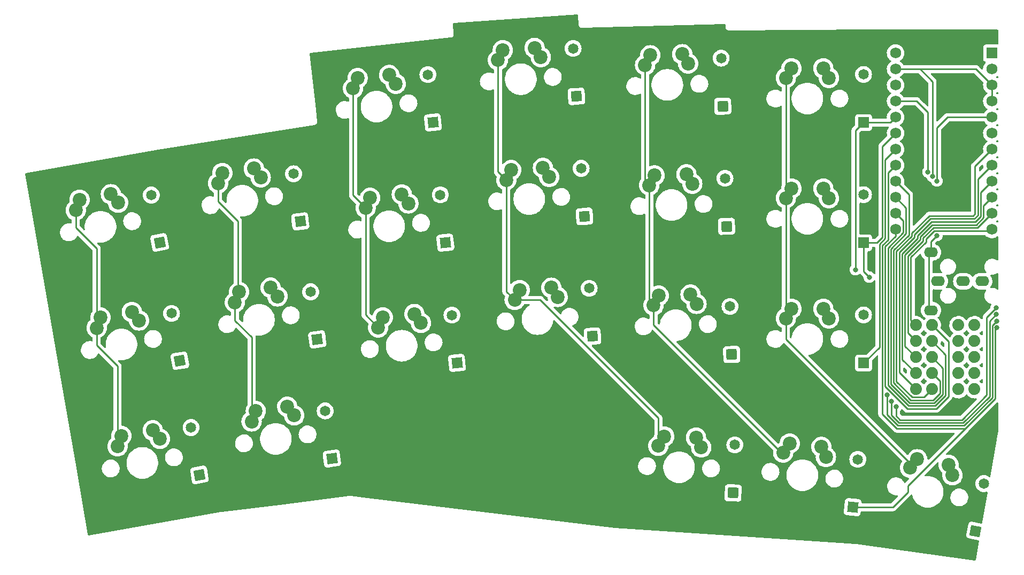
<source format=gbl>
%TF.GenerationSoftware,KiCad,Pcbnew,(6.0.0-0)*%
%TF.CreationDate,2022-01-25T21:38:04+07:00*%
%TF.ProjectId,kibod-01,6b69626f-642d-4303-912e-6b696361645f,rev?*%
%TF.SameCoordinates,Original*%
%TF.FileFunction,Copper,L2,Bot*%
%TF.FilePolarity,Positive*%
%FSLAX46Y46*%
G04 Gerber Fmt 4.6, Leading zero omitted, Abs format (unit mm)*
G04 Created by KiCad (PCBNEW (6.0.0-0)) date 2022-01-25 21:38:04*
%MOMM*%
%LPD*%
G01*
G04 APERTURE LIST*
G04 Aperture macros list*
%AMRotRect*
0 Rectangle, with rotation*
0 The origin of the aperture is its center*
0 $1 length*
0 $2 width*
0 $3 Rotation angle, in degrees counterclockwise*
0 Add horizontal line*
21,1,$1,$2,0,0,$3*%
G04 Aperture macros list end*
%TA.AperFunction,ComponentPad*%
%ADD10C,2.200000*%
%TD*%
%TA.AperFunction,ComponentPad*%
%ADD11RotRect,1.651000X1.651000X10.000000*%
%TD*%
%TA.AperFunction,ComponentPad*%
%ADD12C,1.651000*%
%TD*%
%TA.AperFunction,ComponentPad*%
%ADD13RotRect,1.651000X1.651000X8.000000*%
%TD*%
%TA.AperFunction,ComponentPad*%
%ADD14RotRect,1.651000X1.651000X6.000000*%
%TD*%
%TA.AperFunction,ComponentPad*%
%ADD15RotRect,1.651000X1.651000X4.000000*%
%TD*%
%TA.AperFunction,ComponentPad*%
%ADD16RotRect,1.651000X1.651000X2.000000*%
%TD*%
%TA.AperFunction,ComponentPad*%
%ADD17R,1.651000X1.651000*%
%TD*%
%TA.AperFunction,ComponentPad*%
%ADD18RotRect,1.651000X1.651000X358.000000*%
%TD*%
%TA.AperFunction,ComponentPad*%
%ADD19RotRect,1.651000X1.651000X354.000000*%
%TD*%
%TA.AperFunction,ComponentPad*%
%ADD20RotRect,1.651000X1.651000X350.000000*%
%TD*%
%TA.AperFunction,ComponentPad*%
%ADD21C,1.879600*%
%TD*%
%TA.AperFunction,ComponentPad*%
%ADD22O,2.200000X1.600000*%
%TD*%
%TA.AperFunction,ComponentPad*%
%ADD23R,1.752600X1.752600*%
%TD*%
%TA.AperFunction,ComponentPad*%
%ADD24C,1.752600*%
%TD*%
%TA.AperFunction,ViaPad*%
%ADD25C,0.800000*%
%TD*%
%TA.AperFunction,Conductor*%
%ADD26C,0.250000*%
%TD*%
G04 APERTURE END LIST*
D10*
%TO.P,K-3-5,2*%
%TO.N,Net-(D-3-5-Pad2)*%
X159820611Y-89274693D03*
%TO.P,K-3-5,1*%
%TO.N,CL5*%
X153114070Y-88092149D03*
X154249570Y-86748919D03*
%TO.P,K-3-5,2*%
%TO.N,Net-(D-3-5-Pad2)*%
X159213001Y-87624106D03*
%TD*%
%TO.P,K-3-4,2*%
%TO.N,Net-(D-3-4-Pad2)*%
X139784949Y-86380172D03*
%TO.P,K-3-4,1*%
%TO.N,CL4*%
X133012255Y-85668333D03*
X134051290Y-84249167D03*
%TO.P,K-3-4,2*%
%TO.N,Net-(D-3-4-Pad2)*%
X139063681Y-84775991D03*
%TD*%
%TO.P,K-3-3,2*%
%TO.N,Net-(D-3-3-Pad2)*%
X120047331Y-84857164D03*
%TO.P,K-3-3,1*%
%TO.N,CL3*%
X113241480Y-84619498D03*
X114178988Y-83131310D03*
%TO.P,K-3-3,2*%
%TO.N,Net-(D-3-3-Pad2)*%
X119215917Y-83307204D03*
%TD*%
%TO.P,K-2-5,2*%
%TO.N,Net-(D-2-5-Pad2)*%
X140254511Y-64416339D03*
%TO.P,K-2-5,1*%
%TO.N,CL5*%
X133444511Y-64416339D03*
X134329511Y-62896339D03*
%TO.P,K-2-5,2*%
%TO.N,Net-(D-2-5-Pad2)*%
X139369511Y-62896339D03*
%TD*%
%TO.P,K-2-4,2*%
%TO.N,Net-(D-2-4-Pad2)*%
X119291515Y-62123585D03*
%TO.P,K-2-4,1*%
%TO.N,CL4*%
X112485664Y-62361251D03*
X113317078Y-60811291D03*
%TO.P,K-2-4,2*%
%TO.N,Net-(D-2-4-Pad2)*%
X118354007Y-60635397D03*
%TD*%
%TO.P,K-2-3,2*%
%TO.N,Net-(D-2-3-Pad2)*%
X97300832Y-61025426D03*
%TO.P,K-2-3,1*%
%TO.N,CL3*%
X90507421Y-61500467D03*
X91284235Y-59922436D03*
%TO.P,K-2-3,2*%
%TO.N,Net-(D-2-3-Pad2)*%
X96311958Y-59570863D03*
%TD*%
%TO.P,K-2-2,2*%
%TO.N,Net-(D-2-2-Pad2)*%
X75662103Y-65147991D03*
%TO.P,K-2-2,1*%
%TO.N,CL2*%
X68889409Y-65859830D03*
X69610677Y-64255649D03*
%TO.P,K-2-2,2*%
%TO.N,Net-(D-2-2-Pad2)*%
X74623068Y-63728825D03*
%TD*%
%TO.P,K-2-1,2*%
%TO.N,Net-(D-2-1-Pad2)*%
X55593706Y-79794662D03*
%TO.P,K-2-1,1*%
%TO.N,CL1*%
X48849980Y-80742431D03*
X49514824Y-79114055D03*
%TO.P,K-2-1,2*%
%TO.N,Net-(D-2-1-Pad2)*%
X54505775Y-78412623D03*
%TD*%
%TO.P,K-2-0,2*%
%TO.N,Net-(D-2-0-Pad2)*%
X34332240Y-83504565D03*
%TO.P,K-2-0,1*%
%TO.N,CL0*%
X27625699Y-84687109D03*
X28233309Y-83036522D03*
%TO.P,K-2-0,2*%
%TO.N,Net-(D-2-0-Pad2)*%
X33196740Y-82161335D03*
%TD*%
%TO.P,K-1-5,2*%
%TO.N,Net-(D-1-5-Pad2)*%
X140254511Y-45366339D03*
%TO.P,K-1-5,1*%
%TO.N,CL5*%
X133444511Y-45366339D03*
X134329511Y-43846339D03*
%TO.P,K-1-5,2*%
%TO.N,Net-(D-1-5-Pad2)*%
X139369511Y-43846339D03*
%TD*%
%TO.P,K-1-4,2*%
%TO.N,Net-(D-1-4-Pad2)*%
X118626680Y-43085190D03*
%TO.P,K-1-4,1*%
%TO.N,CL4*%
X111820829Y-43322856D03*
X112652243Y-41772896D03*
%TO.P,K-1-4,2*%
%TO.N,Net-(D-1-4-Pad2)*%
X117689172Y-41597002D03*
%TD*%
%TO.P,K-1-3,2*%
%TO.N,Net-(D-1-3-Pad2)*%
X95971971Y-42021830D03*
%TO.P,K-1-3,1*%
%TO.N,CL3*%
X89178560Y-42496871D03*
X89955374Y-40918840D03*
%TO.P,K-1-3,2*%
%TO.N,Net-(D-1-3-Pad2)*%
X94983097Y-40567267D03*
%TD*%
%TO.P,K-1-2,2*%
%TO.N,Net-(D-1-2-Pad2)*%
X73670835Y-46202351D03*
%TO.P,K-1-2,1*%
%TO.N,CL2*%
X66898141Y-46914190D03*
X67619409Y-45310009D03*
%TO.P,K-1-2,2*%
%TO.N,Net-(D-1-2-Pad2)*%
X72631800Y-44783185D03*
%TD*%
%TO.P,K-1-1,2*%
%TO.N,Net-(D-1-1-Pad2)*%
X52942456Y-60930055D03*
%TO.P,K-1-1,1*%
%TO.N,CL1*%
X46198730Y-61877824D03*
X46863574Y-60249448D03*
%TO.P,K-1-1,2*%
%TO.N,Net-(D-1-1-Pad2)*%
X51854525Y-59548016D03*
%TD*%
%TO.P,K-1-0,2*%
%TO.N,Net-(D-1-0-Pad2)*%
X31024242Y-64743977D03*
%TO.P,K-1-0,1*%
%TO.N,CL0*%
X24317701Y-65926521D03*
X24925311Y-64275934D03*
%TO.P,K-1-0,2*%
%TO.N,Net-(D-1-0-Pad2)*%
X29888742Y-63400747D03*
%TD*%
%TO.P,K-0-5,2*%
%TO.N,Net-(D-0-5-Pad2)*%
X140254511Y-26316339D03*
%TO.P,K-0-5,1*%
%TO.N,CL5*%
X133444511Y-26316339D03*
X134329511Y-24796339D03*
%TO.P,K-0-5,2*%
%TO.N,Net-(D-0-5-Pad2)*%
X139369511Y-24796339D03*
%TD*%
%TO.P,K-0-4,2*%
%TO.N,Net-(D-0-4-Pad2)*%
X117961845Y-24046795D03*
%TO.P,K-0-4,1*%
%TO.N,CL4*%
X111155994Y-24284461D03*
X111987408Y-22734501D03*
%TO.P,K-0-4,2*%
%TO.N,Net-(D-0-4-Pad2)*%
X117024337Y-22558607D03*
%TD*%
%TO.P,K-0-3,2*%
%TO.N,Net-(D-0-3-Pad2)*%
X94643111Y-23018236D03*
%TO.P,K-0-3,1*%
%TO.N,CL3*%
X87849700Y-23493277D03*
X88626514Y-21915246D03*
%TO.P,K-0-3,2*%
%TO.N,Net-(D-0-3-Pad2)*%
X93654237Y-21563673D03*
%TD*%
%TO.P,K-0-2,2*%
%TO.N,Net-(D-0-2-Pad2)*%
X71679570Y-27256708D03*
%TO.P,K-0-2,1*%
%TO.N,CL2*%
X64906876Y-27968547D03*
X65628144Y-26364366D03*
%TO.P,K-0-2,2*%
%TO.N,Net-(D-0-2-Pad2)*%
X70640535Y-25837542D03*
%TD*%
%TO.P,K-0-1,2*%
%TO.N,Net-(D-0-1-Pad2)*%
X50291211Y-42065449D03*
%TO.P,K-0-1,1*%
%TO.N,CL1*%
X43547485Y-43013218D03*
X44212329Y-41384842D03*
%TO.P,K-0-1,2*%
%TO.N,Net-(D-0-1-Pad2)*%
X49203280Y-40683410D03*
%TD*%
%TO.P,K-0-0,2*%
%TO.N,Net-(D-0-0-Pad2)*%
X27716245Y-46094746D03*
%TO.P,K-0-0,1*%
%TO.N,CL0*%
X21009704Y-47277290D03*
X21617314Y-45626703D03*
%TO.P,K-0-0,2*%
%TO.N,Net-(D-0-0-Pad2)*%
X26580745Y-44751516D03*
%TD*%
D11*
%TO.P,D-0-0,1*%
%TO.N,RL0*%
X34291111Y-52388457D03*
D12*
%TO.P,D-0-0,2*%
%TO.N,Net-(D-0-0-Pad2)*%
X32967911Y-44884221D03*
%TD*%
D13*
%TO.P,D-0-1,1*%
%TO.N,RL0*%
X56559761Y-49061067D03*
D12*
%TO.P,D-0-1,2*%
%TO.N,Net-(D-0-1-Pad2)*%
X55499261Y-41515225D03*
%TD*%
D14*
%TO.P,D-0-2,1*%
%TO.N,RL0*%
X77557764Y-33375467D03*
D12*
%TO.P,D-0-2,2*%
%TO.N,Net-(D-0-2-Pad2)*%
X76761258Y-25797211D03*
%TD*%
D15*
%TO.P,D-0-3,1*%
%TO.N,RL0*%
X100285283Y-29251659D03*
D12*
%TO.P,D-0-3,2*%
%TO.N,Net-(D-0-3-Pad2)*%
X99753739Y-21650221D03*
%TD*%
D16*
%TO.P,D-0-4,1*%
%TO.N,RL0*%
X123462478Y-30800167D03*
D12*
%TO.P,D-0-4,2*%
%TO.N,Net-(D-0-4-Pad2)*%
X123196544Y-23184809D03*
%TD*%
D17*
%TO.P,D-0-5,1*%
%TO.N,RL0*%
X145739511Y-33396339D03*
D12*
%TO.P,D-0-5,2*%
%TO.N,Net-(D-0-5-Pad2)*%
X145739511Y-25776339D03*
%TD*%
D11*
%TO.P,D-1-0,1*%
%TO.N,RL1*%
X37491111Y-71136787D03*
D12*
%TO.P,D-1-0,2*%
%TO.N,Net-(D-1-0-Pad2)*%
X36167911Y-63632551D03*
%TD*%
D13*
%TO.P,D-1-1,1*%
%TO.N,RL1*%
X59259761Y-67748925D03*
D12*
%TO.P,D-1-1,2*%
%TO.N,Net-(D-1-1-Pad2)*%
X58199261Y-60203083D03*
%TD*%
D14*
%TO.P,D-1-2,1*%
%TO.N,RL1*%
X79527764Y-52425467D03*
D12*
%TO.P,D-1-2,2*%
%TO.N,Net-(D-1-2-Pad2)*%
X78731258Y-44847211D03*
%TD*%
D15*
%TO.P,D-1-3,1*%
%TO.N,RL1*%
X101555283Y-48255254D03*
D12*
%TO.P,D-1-3,2*%
%TO.N,Net-(D-1-3-Pad2)*%
X101023739Y-40653816D03*
%TD*%
D16*
%TO.P,D-1-4,1*%
%TO.N,RL1*%
X124062478Y-49838563D03*
D12*
%TO.P,D-1-4,2*%
%TO.N,Net-(D-1-4-Pad2)*%
X123796544Y-42223205D03*
%TD*%
D17*
%TO.P,D-1-5,1*%
%TO.N,RL1*%
X145739511Y-52446339D03*
D12*
%TO.P,D-1-5,2*%
%TO.N,Net-(D-1-5-Pad2)*%
X145739511Y-44826339D03*
%TD*%
D11*
%TO.P,D-2-0,1*%
%TO.N,RL2*%
X40591111Y-89218457D03*
D12*
%TO.P,D-2-0,2*%
%TO.N,Net-(D-2-0-Pad2)*%
X39267911Y-81714221D03*
%TD*%
D13*
%TO.P,D-2-1,1*%
%TO.N,RL2*%
X61559761Y-86613532D03*
D12*
%TO.P,D-2-1,2*%
%TO.N,Net-(D-2-1-Pad2)*%
X60499261Y-79067690D03*
%TD*%
D14*
%TO.P,D-2-2,1*%
%TO.N,RL2*%
X81367764Y-71475467D03*
D12*
%TO.P,D-2-2,2*%
%TO.N,Net-(D-2-2-Pad2)*%
X80571258Y-63897211D03*
%TD*%
D15*
%TO.P,D-2-3,1*%
%TO.N,RL2*%
X102825283Y-67258849D03*
D12*
%TO.P,D-2-3,2*%
%TO.N,Net-(D-2-3-Pad2)*%
X102293739Y-59657411D03*
%TD*%
D16*
%TO.P,D-2-4,1*%
%TO.N,RL2*%
X124862478Y-70146184D03*
D12*
%TO.P,D-2-4,2*%
%TO.N,Net-(D-2-4-Pad2)*%
X124596544Y-62530826D03*
%TD*%
D17*
%TO.P,D-2-5,1*%
%TO.N,RL2*%
X145739511Y-71496339D03*
D12*
%TO.P,D-2-5,2*%
%TO.N,Net-(D-2-5-Pad2)*%
X145739511Y-63876339D03*
%TD*%
D18*
%TO.P,D-3-3,1*%
%TO.N,RL3*%
X125096544Y-92079952D03*
D12*
%TO.P,D-3-3,2*%
%TO.N,Net-(D-3-3-Pad2)*%
X125362478Y-84464594D03*
%TD*%
D19*
%TO.P,D-3-4,1*%
%TO.N,RL3*%
X144031258Y-94335467D03*
D12*
%TO.P,D-3-4,2*%
%TO.N,Net-(D-3-4-Pad2)*%
X144827764Y-86757211D03*
%TD*%
D20*
%TO.P,D-3-5,1*%
%TO.N,RL3*%
X163467911Y-98108457D03*
D12*
%TO.P,D-3-5,2*%
%TO.N,Net-(D-3-5-Pad2)*%
X164791111Y-90604221D03*
%TD*%
D21*
%TO.P,J1,1,Pin_1*%
%TO.N,CL5*%
X154019911Y-65488570D03*
%TO.P,J1,2,Pin_2*%
%TO.N,RC3*%
X156559911Y-65488570D03*
%TO.P,J1,3,Pin_3*%
%TO.N,CL4*%
X154019911Y-68028570D03*
%TO.P,J1,4,Pin_4*%
%TO.N,RC2*%
X156559911Y-68028570D03*
%TO.P,J1,5,Pin_5*%
%TO.N,CL3*%
X154019911Y-70568570D03*
%TO.P,J1,6,Pin_6*%
%TO.N,RC1*%
X156559911Y-70568570D03*
%TO.P,J1,7,Pin_7*%
%TO.N,CL2*%
X154019911Y-73108570D03*
%TO.P,J1,8,Pin_8*%
%TO.N,RC0*%
X156559911Y-73108570D03*
%TO.P,J1,9,Pin_9*%
%TO.N,CL1*%
X154019911Y-75648570D03*
%TO.P,J1,10,Pin_10*%
%TO.N,CL0*%
X156559911Y-75648570D03*
%TD*%
D22*
%TO.P,U2,1,SLEEVE*%
%TO.N,SDA*%
X156425111Y-53942339D03*
X156425111Y-63142339D03*
%TO.P,U2,2,TIP*%
%TO.N,VCC*%
X157525111Y-58542339D03*
%TO.P,U2,3,RING1*%
%TO.N,GND*%
X161525111Y-58542339D03*
%TO.P,U2,4,RING2*%
%TO.N,unconnected-(U2-Pad4)*%
X164525111Y-58542339D03*
%TD*%
D23*
%TO.P,U1,1,TX*%
%TO.N,unconnected-(U1-Pad1)*%
X166059511Y-22386339D03*
D24*
%TO.P,U1,2,RX*%
%TO.N,unconnected-(U1-Pad2)*%
X166059511Y-24926339D03*
%TO.P,U1,3,GND*%
%TO.N,GND*%
X166059511Y-27466339D03*
%TO.P,U1,4,GND*%
X166059511Y-30006339D03*
%TO.P,U1,5,SDA*%
%TO.N,SDA*%
X166059511Y-32546339D03*
%TO.P,U1,6,SCL*%
%TO.N,unconnected-(U1-Pad6)*%
X166059511Y-35086339D03*
%TO.P,U1,7,D4*%
%TO.N,CL0*%
X166059511Y-37626339D03*
%TO.P,U1,8,C6*%
%TO.N,CL1*%
X166059511Y-40166339D03*
%TO.P,U1,9,D7*%
%TO.N,CL2*%
X166059511Y-42706339D03*
%TO.P,U1,10,E6*%
%TO.N,CL3*%
X166059511Y-45246339D03*
%TO.P,U1,11,B4*%
%TO.N,CL4*%
X166059511Y-47786339D03*
%TO.P,U1,12,B5*%
%TO.N,CL5*%
X166059511Y-50326339D03*
%TO.P,U1,13,B6*%
%TO.N,RC3*%
X150819511Y-50326339D03*
%TO.P,U1,14,B2*%
%TO.N,RC2*%
X150819511Y-47786339D03*
%TO.P,U1,15,B3*%
%TO.N,RC1*%
X150819511Y-45246339D03*
%TO.P,U1,16,B1*%
%TO.N,RC0*%
X150819511Y-42706339D03*
%TO.P,U1,17,F7*%
%TO.N,RL3*%
X150819511Y-40166339D03*
%TO.P,U1,18,F6*%
%TO.N,RL2*%
X150819511Y-37626339D03*
%TO.P,U1,19,F5*%
%TO.N,RL1*%
X150819511Y-35086339D03*
%TO.P,U1,20,F4*%
%TO.N,RL0*%
X150819511Y-32546339D03*
%TO.P,U1,21,VCC*%
%TO.N,VCC*%
X150819511Y-30006339D03*
%TO.P,U1,22,RST*%
%TO.N,unconnected-(U1-Pad22)*%
X150819511Y-27466339D03*
%TO.P,U1,23,GND*%
%TO.N,GND*%
X150819511Y-24926339D03*
%TO.P,U1,24,RAW*%
%TO.N,unconnected-(U1-Pad24)*%
X150819511Y-22386339D03*
%TD*%
D21*
%TO.P,J2,1,Pin_1*%
%TO.N,CL5*%
X163316311Y-65488570D03*
%TO.P,J2,2,Pin_2*%
%TO.N,RL3*%
X160776311Y-65488570D03*
%TO.P,J2,3,Pin_3*%
%TO.N,CL4*%
X163316311Y-68028570D03*
%TO.P,J2,4,Pin_4*%
%TO.N,RL2*%
X160776311Y-68028570D03*
%TO.P,J2,5,Pin_5*%
%TO.N,CL3*%
X163316311Y-70568570D03*
%TO.P,J2,6,Pin_6*%
%TO.N,RL1*%
X160776311Y-70568570D03*
%TO.P,J2,7,Pin_7*%
%TO.N,CL2*%
X163316311Y-73108570D03*
%TO.P,J2,8,Pin_8*%
%TO.N,RL0*%
X160776311Y-73108570D03*
%TO.P,J2,9,Pin_9*%
%TO.N,CL1*%
X163316311Y-75648570D03*
%TO.P,J2,10,Pin_10*%
%TO.N,CL0*%
X160776311Y-75648570D03*
%TD*%
D25*
%TO.N,RL0*%
X166719911Y-62758739D03*
X150900324Y-78405139D03*
X144469511Y-56713539D03*
%TO.N,GND*%
X156645967Y-41937393D03*
%TO.N,SDA*%
X157365174Y-51283091D03*
X157352722Y-42644148D03*
%TO.N,VCC*%
X155939212Y-41230638D03*
%TO.N,RL1*%
X150175824Y-77541539D03*
X166770711Y-63774739D03*
X146653911Y-57881939D03*
%TO.N,RL2*%
X149451324Y-76522126D03*
X166821511Y-64841539D03*
%TO.N,RL3*%
X166872311Y-65857539D03*
%TD*%
D26*
%TO.N,RL2*%
X148249501Y-69001501D02*
X148249501Y-52687401D01*
X145754663Y-71496339D02*
X148249501Y-69001501D01*
X145739511Y-71496339D02*
X145754663Y-71496339D01*
%TO.N,RL3*%
X144031258Y-94335467D02*
X150368133Y-94335467D01*
X150368133Y-94335467D02*
X152752049Y-91951551D01*
X152752049Y-91951551D02*
X152752049Y-90979249D01*
X152752049Y-90979249D02*
X166597320Y-77133977D01*
X148699511Y-79554667D02*
X151029783Y-81884939D01*
%TO.N,RL0*%
X165248760Y-76575384D02*
X161328525Y-80495619D01*
X145739511Y-33396339D02*
X149969511Y-33396339D01*
X151547617Y-80495619D02*
X150900324Y-79848326D01*
X161328525Y-80495619D02*
X151547617Y-80495619D01*
X145739511Y-33396339D02*
X144469511Y-34666339D01*
X149969511Y-33396339D02*
X150819511Y-32546339D01*
X144469511Y-56713539D02*
X144469511Y-34666339D01*
X166719911Y-62758739D02*
X165248760Y-64229890D01*
X165248760Y-64229890D02*
X165248760Y-76575384D01*
X150900324Y-79848326D02*
X150900324Y-78405139D01*
%TO.N,GND*%
X156663723Y-26896151D02*
X156663723Y-41919637D01*
X154693911Y-24926339D02*
X156663723Y-26896151D01*
X156663723Y-41919637D02*
X156645967Y-41937393D01*
X150819511Y-24926339D02*
X163519511Y-24926339D01*
X163519511Y-24926339D02*
X166059511Y-27466339D01*
X166059511Y-27466339D02*
X166059511Y-30006339D01*
%TO.N,SDA*%
X156425111Y-52223154D02*
X157365174Y-51283091D01*
X156074711Y-53942339D02*
X156074711Y-62791939D01*
X159035511Y-32546339D02*
X166059511Y-32546339D01*
X156425111Y-53942339D02*
X156425111Y-52223154D01*
X157370478Y-34211372D02*
X159035511Y-32546339D01*
X157352722Y-42644148D02*
X157370478Y-42626392D01*
X157370478Y-42626392D02*
X157370478Y-34211372D01*
%TO.N,VCC*%
X154158711Y-30006339D02*
X150819511Y-30006339D01*
X155939212Y-31786840D02*
X154158711Y-30006339D01*
X155939212Y-41230638D02*
X155939212Y-31786840D01*
%TO.N,RL1*%
X150175824Y-79759544D02*
X151361419Y-80945139D01*
X161514723Y-80945139D02*
X165698280Y-76761582D01*
X147854845Y-52446339D02*
X148719660Y-51581524D01*
X148719660Y-51581524D02*
X148719660Y-37186190D01*
X150175824Y-77541539D02*
X150175824Y-79759544D01*
X145739511Y-56967539D02*
X146653911Y-57881939D01*
X148719660Y-37186190D02*
X150819511Y-35086339D01*
X151361419Y-80945139D02*
X161514723Y-80945139D01*
X145739511Y-52446339D02*
X145739511Y-56967539D01*
X145739511Y-52446339D02*
X147854845Y-52446339D01*
X165698280Y-64847170D02*
X166770711Y-63774739D01*
X165698280Y-76761582D02*
X165698280Y-64847170D01*
%TO.N,RL2*%
X166147800Y-65515250D02*
X166821511Y-64841539D01*
X149451324Y-76522126D02*
X149451324Y-79670762D01*
X149169180Y-51767722D02*
X149169180Y-39276670D01*
X161700920Y-81394659D02*
X166147800Y-76947779D01*
X166147800Y-76947780D02*
X166147800Y-65515250D01*
X151175221Y-81394659D02*
X161700920Y-81394659D01*
X149169180Y-39276670D02*
X150819511Y-37626339D01*
X148249501Y-52687401D02*
X149169180Y-51767722D01*
X149451324Y-79670762D02*
X151175221Y-81394659D01*
%TO.N,RL3*%
X148699511Y-52873108D02*
X149618700Y-51953918D01*
X149618700Y-41367150D02*
X150819511Y-40166339D01*
X149618700Y-51953918D02*
X149618700Y-41367150D01*
X166597320Y-77133977D02*
X166597320Y-66132530D01*
X151029783Y-81884939D02*
X161846359Y-81884939D01*
X148699511Y-79554667D02*
X148699511Y-52873108D01*
X166597320Y-66132530D02*
X166872311Y-65857539D01*
%TO.N,CL0*%
X156141629Y-48162034D02*
X163113730Y-48162034D01*
X24317701Y-68706424D02*
X27625699Y-72014422D01*
X153368882Y-51382326D02*
X153368882Y-50934781D01*
X21009704Y-47277290D02*
X21009704Y-50057193D01*
X21009704Y-50057193D02*
X24317701Y-53365190D01*
X153368882Y-50934781D02*
X156141629Y-48162034D01*
X156559911Y-75648570D02*
X155295110Y-76913371D01*
X24317701Y-65926521D02*
X24317701Y-68706424D01*
X163395840Y-47879924D02*
X163395840Y-40290010D01*
X163395840Y-40290010D02*
X166059511Y-37626339D01*
X150955070Y-74455635D02*
X150955070Y-53796138D01*
X153412806Y-76913371D02*
X150955070Y-74455635D01*
X27625699Y-72014422D02*
X27625699Y-84687109D01*
X163113730Y-48162034D02*
X163395840Y-47879924D01*
X24317701Y-53365190D02*
X24317701Y-65926521D01*
X155295110Y-76913371D02*
X153412806Y-76913371D01*
X150955070Y-53796138D02*
X153368882Y-51382326D01*
%TO.N,CL1*%
X163275143Y-48636339D02*
X163845360Y-48066122D01*
X46198730Y-64739716D02*
X48849980Y-67390966D01*
X43547485Y-45875110D02*
X46679511Y-49007136D01*
X153818402Y-51120978D02*
X156303041Y-48636339D01*
X43547485Y-43013218D02*
X43547485Y-45875110D01*
X163845360Y-48066122D02*
X163845360Y-42380490D01*
X46198730Y-61877824D02*
X46198730Y-64739716D01*
X48849980Y-67390966D02*
X48849980Y-80742431D01*
X153818402Y-51568522D02*
X153818402Y-51120978D01*
X151405080Y-53981845D02*
X153818402Y-51568522D01*
X151405080Y-73033739D02*
X151405080Y-53981845D01*
X154019911Y-75648570D02*
X151405080Y-73033739D01*
X156303041Y-48636339D02*
X163275143Y-48636339D01*
X163845360Y-42380490D02*
X166059511Y-40166339D01*
X46679511Y-49007136D02*
X46679511Y-61397043D01*
%TO.N,RC0*%
X157824712Y-74373371D02*
X157824712Y-76255675D01*
X152919362Y-51196128D02*
X152919362Y-44806190D01*
X152919362Y-44806190D02*
X150819511Y-42706339D01*
X150505061Y-53610429D02*
X152919362Y-51196128D01*
X150505061Y-74642036D02*
X150505061Y-53610429D01*
X156559911Y-73108570D02*
X157824712Y-74373371D01*
X157824712Y-76255675D02*
X156717006Y-77363381D01*
X153226406Y-77363381D02*
X150505061Y-74642036D01*
X156717006Y-77363381D02*
X153226406Y-77363381D01*
%TO.N,CL2*%
X64906876Y-27968547D02*
X64906876Y-44922925D01*
X151855090Y-54167553D02*
X154267922Y-51754720D01*
X154267922Y-51754720D02*
X154267922Y-51307175D01*
X154267922Y-51307175D02*
X156489238Y-49085859D01*
X64906876Y-44922925D02*
X66898141Y-46914190D01*
X163461341Y-49085859D02*
X164294880Y-48252320D01*
X66898141Y-46914190D02*
X66898141Y-63868562D01*
X164294880Y-44470970D02*
X166059511Y-42706339D01*
X151855090Y-70943749D02*
X151855090Y-54167553D01*
X156489238Y-49085859D02*
X163461341Y-49085859D01*
X154019911Y-73108570D02*
X151855090Y-70943749D01*
X164294880Y-48252320D02*
X164294880Y-44470970D01*
X66898141Y-63868562D02*
X68889409Y-65859830D01*
%TO.N,RC1*%
X152469842Y-46896670D02*
X150819511Y-45246339D01*
X150054563Y-64279791D02*
X150054563Y-53425209D01*
X153040006Y-77813391D02*
X156903407Y-77813390D01*
X150054563Y-53425209D02*
X152469842Y-51009930D01*
X158274722Y-72283381D02*
X156559911Y-70568570D01*
X158274722Y-76442075D02*
X158274722Y-72283381D01*
X150055052Y-74828437D02*
X153040006Y-77813391D01*
X150054563Y-64279791D02*
X150055052Y-64280280D01*
X152469842Y-51009930D02*
X152469842Y-46896670D01*
X156903407Y-77813390D02*
X158274722Y-76442075D01*
X150055051Y-74828437D02*
X150055052Y-64280280D01*
%TO.N,CL3*%
X87849700Y-41168011D02*
X89178560Y-42496871D01*
X154019911Y-70568570D02*
X152305100Y-68853759D01*
X87849700Y-23493277D02*
X87849700Y-41168011D01*
X152305100Y-54353260D02*
X154717442Y-51940918D01*
X113241480Y-80202257D02*
X94539690Y-61500467D01*
X163589059Y-49593859D02*
X164744400Y-48438518D01*
X89178560Y-60171606D02*
X90507421Y-61500467D01*
X94539690Y-61500467D02*
X90507421Y-61500467D01*
X166059511Y-45246339D02*
X164744400Y-46561450D01*
X156616955Y-49593859D02*
X163616273Y-49593859D01*
X154717442Y-51940918D02*
X154717442Y-51493372D01*
X113241480Y-84619498D02*
X113241480Y-80202257D01*
X89178560Y-42496871D02*
X89178560Y-60171606D01*
X164744400Y-48465732D02*
X163616273Y-49593859D01*
X154717442Y-51493372D02*
X156616955Y-49593859D01*
X164744400Y-46561450D02*
X164744400Y-48465732D01*
X152305100Y-68853759D02*
X152305100Y-54353260D01*
%TO.N,RC2*%
X158724732Y-76628475D02*
X157089808Y-78263399D01*
X157089808Y-78263399D02*
X152853607Y-78263400D01*
X152020322Y-48987150D02*
X150819511Y-47786339D01*
X158724732Y-70193391D02*
X158724732Y-76628475D01*
X149605043Y-53239011D02*
X152020322Y-50823732D01*
X152853607Y-78263400D02*
X149605043Y-75014838D01*
X149605043Y-75014838D02*
X149605043Y-53239011D01*
X152020322Y-50823732D02*
X152020322Y-48987150D01*
X156559911Y-68028570D02*
X158724732Y-70193391D01*
%TO.N,CL4*%
X152755600Y-56301450D02*
X152755600Y-66764258D01*
X166059511Y-47786339D02*
X163802471Y-50043379D01*
X152755600Y-66764258D02*
X154019911Y-68028570D01*
X155166962Y-51679570D02*
X155166962Y-52127116D01*
X152754620Y-54539458D02*
X152754620Y-56300470D01*
X152754620Y-56300470D02*
X152755600Y-56301450D01*
X112485664Y-62361251D02*
X112485664Y-65425353D01*
X111155994Y-24284461D02*
X111155994Y-42658021D01*
X155166962Y-52127116D02*
X152754620Y-54539458D01*
X163802471Y-50043379D02*
X156803153Y-50043379D01*
X156803153Y-50043379D02*
X155166962Y-51679570D01*
X112485664Y-65425353D02*
X132728644Y-85668333D01*
X111820829Y-43322856D02*
X111820829Y-61696416D01*
%TO.N,RC3*%
X159174742Y-76814875D02*
X157276209Y-78713408D01*
X152667208Y-78713409D02*
X149155034Y-75201239D01*
X149155034Y-53053302D02*
X150819511Y-51388825D01*
X156559911Y-65488570D02*
X159174742Y-68103401D01*
X149155034Y-75201239D02*
X149155034Y-53053302D01*
X159174742Y-68103401D02*
X159174742Y-76814875D01*
X157276209Y-78713408D02*
X152667208Y-78713409D01*
X150819511Y-51388825D02*
X150819511Y-50326339D01*
%TO.N,CL5*%
X156923659Y-50558591D02*
X155620497Y-51861753D01*
X153205120Y-64673779D02*
X154019911Y-65488570D01*
X133444511Y-64416339D02*
X133444511Y-67713313D01*
X133444511Y-45366339D02*
X133444511Y-64416339D01*
X165827259Y-50558591D02*
X156923659Y-50558591D01*
X153205120Y-54724676D02*
X153205120Y-64673779D01*
X155620497Y-51861753D02*
X155620497Y-52309299D01*
X155620497Y-52309299D02*
X153205120Y-54724676D01*
X133444511Y-67713313D02*
X153114070Y-87382872D01*
X133444511Y-26316339D02*
X133444511Y-45366339D01*
%TD*%
%TA.AperFunction,NonConductor*%
G36*
X167012425Y-26038186D02*
G01*
X167061459Y-26089530D01*
X167075511Y-26147355D01*
X167075511Y-26243991D01*
X167055509Y-26312112D01*
X167001853Y-26358605D01*
X166931579Y-26368709D01*
X166871419Y-26342873D01*
X166862170Y-26335568D01*
X166828474Y-26308957D01*
X166821846Y-26305298D01*
X166821162Y-26304608D01*
X166819642Y-26303598D01*
X166819850Y-26303284D01*
X166771874Y-26254872D01*
X166757096Y-26185430D01*
X166782207Y-26119023D01*
X166809565Y-26092408D01*
X166876343Y-26044776D01*
X166943416Y-26021502D01*
X167012425Y-26038186D01*
G37*
%TD.AperFunction*%
%TA.AperFunction,NonConductor*%
G36*
X167012425Y-28578186D02*
G01*
X167061459Y-28629530D01*
X167075511Y-28687355D01*
X167075511Y-28783991D01*
X167055509Y-28852112D01*
X167001853Y-28898605D01*
X166931579Y-28908709D01*
X166871419Y-28882873D01*
X166855350Y-28870182D01*
X166828474Y-28848957D01*
X166821846Y-28845298D01*
X166821162Y-28844608D01*
X166819642Y-28843598D01*
X166819850Y-28843284D01*
X166771874Y-28794872D01*
X166757096Y-28725430D01*
X166782207Y-28659023D01*
X166809565Y-28632408D01*
X166876343Y-28584776D01*
X166943416Y-28561502D01*
X167012425Y-28578186D01*
G37*
%TD.AperFunction*%
%TA.AperFunction,NonConductor*%
G36*
X154447438Y-25579841D02*
G01*
X154468412Y-25596744D01*
X155993318Y-27121651D01*
X156027344Y-27183963D01*
X156030223Y-27210746D01*
X156030223Y-30677757D01*
X156010221Y-30745878D01*
X155956565Y-30792371D01*
X155886291Y-30802475D01*
X155821711Y-30772981D01*
X155815128Y-30766852D01*
X155342330Y-30294053D01*
X154662363Y-29614086D01*
X154654823Y-29605800D01*
X154650711Y-29599321D01*
X154601059Y-29552695D01*
X154598218Y-29549941D01*
X154578481Y-29530204D01*
X154575284Y-29527724D01*
X154566262Y-29520019D01*
X154551749Y-29506390D01*
X154534032Y-29489753D01*
X154527086Y-29485934D01*
X154527083Y-29485932D01*
X154516277Y-29479991D01*
X154499758Y-29469140D01*
X154493447Y-29464245D01*
X154483752Y-29456725D01*
X154476483Y-29453580D01*
X154476479Y-29453577D01*
X154443174Y-29439165D01*
X154432524Y-29433948D01*
X154393771Y-29412644D01*
X154374148Y-29407606D01*
X154355445Y-29401202D01*
X154344131Y-29396306D01*
X154344130Y-29396306D01*
X154336856Y-29393158D01*
X154329033Y-29391919D01*
X154329023Y-29391916D01*
X154293187Y-29386240D01*
X154281567Y-29383834D01*
X154246422Y-29374811D01*
X154246421Y-29374811D01*
X154238741Y-29372839D01*
X154218487Y-29372839D01*
X154198776Y-29371288D01*
X154186597Y-29369359D01*
X154178768Y-29368119D01*
X154170876Y-29368865D01*
X154134750Y-29372280D01*
X154122892Y-29372839D01*
X152127642Y-29372839D01*
X152059521Y-29352837D01*
X152021850Y-29315279D01*
X151923242Y-29162854D01*
X151923240Y-29162851D01*
X151920434Y-29158514D01*
X151767179Y-28990089D01*
X151588474Y-28848957D01*
X151581846Y-28845298D01*
X151581162Y-28844608D01*
X151579642Y-28843598D01*
X151579850Y-28843284D01*
X151531874Y-28794872D01*
X151517096Y-28725430D01*
X151542207Y-28659023D01*
X151569565Y-28632408D01*
X151712200Y-28530668D01*
X151712202Y-28530666D01*
X151716404Y-28527669D01*
X151877704Y-28366931D01*
X151890595Y-28348992D01*
X152007566Y-28186208D01*
X152010584Y-28182008D01*
X152022844Y-28157203D01*
X152109184Y-27982507D01*
X152109185Y-27982505D01*
X152111478Y-27977865D01*
X152167048Y-27794963D01*
X152176173Y-27764929D01*
X152176173Y-27764928D01*
X152177675Y-27759985D01*
X152178809Y-27751369D01*
X152206961Y-27537540D01*
X152206962Y-27537533D01*
X152207398Y-27534218D01*
X152208132Y-27504177D01*
X152208975Y-27469704D01*
X152208975Y-27469699D01*
X152209057Y-27466339D01*
X152201690Y-27376732D01*
X152190822Y-27244541D01*
X152190821Y-27244535D01*
X152190398Y-27239390D01*
X152153795Y-27093667D01*
X152136183Y-27023547D01*
X152136182Y-27023543D01*
X152134924Y-27018536D01*
X152127013Y-27000341D01*
X152046183Y-26814445D01*
X152046181Y-26814442D01*
X152044123Y-26809708D01*
X151935989Y-26642558D01*
X151923242Y-26622854D01*
X151923240Y-26622851D01*
X151920434Y-26618514D01*
X151767179Y-26450089D01*
X151588474Y-26308957D01*
X151581846Y-26305298D01*
X151581162Y-26304608D01*
X151579642Y-26303598D01*
X151579850Y-26303284D01*
X151531874Y-26254872D01*
X151517096Y-26185430D01*
X151542207Y-26119023D01*
X151569565Y-26092408D01*
X151712200Y-25990668D01*
X151712202Y-25990666D01*
X151716404Y-25987669D01*
X151877704Y-25826931D01*
X151915068Y-25774934D01*
X152007568Y-25646205D01*
X152010584Y-25642008D01*
X152012872Y-25637379D01*
X152012876Y-25637372D01*
X152016512Y-25630014D01*
X152064625Y-25577806D01*
X152129470Y-25559839D01*
X154379317Y-25559839D01*
X154447438Y-25579841D01*
G37*
%TD.AperFunction*%
%TA.AperFunction,NonConductor*%
G36*
X167012425Y-31118186D02*
G01*
X167061459Y-31169530D01*
X167075511Y-31227355D01*
X167075511Y-31323991D01*
X167055509Y-31392112D01*
X167001853Y-31438605D01*
X166931579Y-31448709D01*
X166871419Y-31422873D01*
X166856677Y-31411230D01*
X166828474Y-31388957D01*
X166821846Y-31385298D01*
X166821162Y-31384608D01*
X166819642Y-31383598D01*
X166819850Y-31383284D01*
X166771874Y-31334872D01*
X166757096Y-31265430D01*
X166782207Y-31199023D01*
X166809565Y-31172408D01*
X166876343Y-31124776D01*
X166943416Y-31101502D01*
X167012425Y-31118186D01*
G37*
%TD.AperFunction*%
%TA.AperFunction,NonConductor*%
G36*
X163273038Y-25579841D02*
G01*
X163294012Y-25596744D01*
X164687921Y-26990653D01*
X164721947Y-27052965D01*
X164720243Y-27113420D01*
X164694578Y-27205964D01*
X164670380Y-27432389D01*
X164670677Y-27437541D01*
X164670677Y-27437545D01*
X164674169Y-27498101D01*
X164683488Y-27659726D01*
X164684623Y-27664763D01*
X164684624Y-27664769D01*
X164716744Y-27807295D01*
X164733550Y-27881870D01*
X164735494Y-27886656D01*
X164735495Y-27886661D01*
X164817278Y-28088067D01*
X164819222Y-28092854D01*
X164938203Y-28287013D01*
X165087297Y-28459132D01*
X165262500Y-28604588D01*
X165266951Y-28607189D01*
X165266961Y-28607196D01*
X165299777Y-28626372D01*
X165348500Y-28678011D01*
X165361570Y-28747794D01*
X165334837Y-28813566D01*
X165311864Y-28835914D01*
X165136955Y-28967239D01*
X164979631Y-29131869D01*
X164976717Y-29136141D01*
X164976716Y-29136142D01*
X164952176Y-29172116D01*
X164851308Y-29319984D01*
X164755432Y-29526531D01*
X164754050Y-29531513D01*
X164754050Y-29531514D01*
X164744621Y-29565514D01*
X164694578Y-29745964D01*
X164670380Y-29972389D01*
X164683488Y-30199726D01*
X164684623Y-30204763D01*
X164684624Y-30204769D01*
X164732412Y-30416821D01*
X164733550Y-30421870D01*
X164735494Y-30426656D01*
X164735495Y-30426661D01*
X164805783Y-30599758D01*
X164819222Y-30632854D01*
X164821919Y-30637255D01*
X164821920Y-30637257D01*
X164871015Y-30717372D01*
X164938203Y-30827013D01*
X165087297Y-30999132D01*
X165262500Y-31144588D01*
X165266951Y-31147189D01*
X165266961Y-31147196D01*
X165299777Y-31166372D01*
X165348500Y-31218011D01*
X165361570Y-31287794D01*
X165334837Y-31353566D01*
X165311864Y-31375914D01*
X165136955Y-31507239D01*
X165133383Y-31510977D01*
X165007031Y-31643197D01*
X164979631Y-31671869D01*
X164976717Y-31676141D01*
X164976716Y-31676142D01*
X164852768Y-31857843D01*
X164797857Y-31902846D01*
X164748680Y-31912839D01*
X159114278Y-31912839D01*
X159103095Y-31912312D01*
X159095602Y-31910637D01*
X159087676Y-31910886D01*
X159087675Y-31910886D01*
X159027525Y-31912777D01*
X159023566Y-31912839D01*
X158995655Y-31912839D01*
X158991721Y-31913336D01*
X158991720Y-31913336D01*
X158991655Y-31913344D01*
X158979818Y-31914277D01*
X158948001Y-31915277D01*
X158943540Y-31915417D01*
X158935621Y-31915666D01*
X158917965Y-31920795D01*
X158916169Y-31921317D01*
X158896817Y-31925325D01*
X158889746Y-31926219D01*
X158876714Y-31927865D01*
X158869345Y-31930782D01*
X158869343Y-31930783D01*
X158835608Y-31944139D01*
X158824380Y-31947984D01*
X158781918Y-31960321D01*
X158775096Y-31964355D01*
X158775090Y-31964358D01*
X158764479Y-31970633D01*
X158746729Y-31979329D01*
X158735267Y-31983867D01*
X158735262Y-31983870D01*
X158727894Y-31986787D01*
X158721479Y-31991448D01*
X158692136Y-32012766D01*
X158682218Y-32019282D01*
X158676434Y-32022703D01*
X158644148Y-32041797D01*
X158629824Y-32056121D01*
X158614794Y-32068959D01*
X158598404Y-32080867D01*
X158571884Y-32112924D01*
X158570223Y-32114932D01*
X158562233Y-32123712D01*
X157512318Y-33173627D01*
X157450006Y-33207653D01*
X157379191Y-33202588D01*
X157322355Y-33160041D01*
X157297544Y-33093521D01*
X157297223Y-33084532D01*
X157297223Y-26974918D01*
X157297750Y-26963735D01*
X157299425Y-26956242D01*
X157299157Y-26947696D01*
X157297285Y-26888152D01*
X157297223Y-26884194D01*
X157297223Y-26856295D01*
X157296719Y-26852304D01*
X157295786Y-26840462D01*
X157295502Y-26831405D01*
X157294397Y-26796262D01*
X157292185Y-26788648D01*
X157292184Y-26788643D01*
X157288746Y-26776810D01*
X157284735Y-26757446D01*
X157283190Y-26745215D01*
X157282197Y-26737354D01*
X157279280Y-26729987D01*
X157279279Y-26729982D01*
X157265921Y-26696243D01*
X157262077Y-26685016D01*
X157255577Y-26662644D01*
X157249741Y-26642558D01*
X157239430Y-26625123D01*
X157230735Y-26607375D01*
X157223275Y-26588534D01*
X157212908Y-26574264D01*
X157197287Y-26552764D01*
X157190771Y-26542844D01*
X157172303Y-26511616D01*
X157172301Y-26511613D01*
X157168265Y-26504789D01*
X157153944Y-26490468D01*
X157141103Y-26475434D01*
X157129195Y-26459044D01*
X157095118Y-26430853D01*
X157086339Y-26422863D01*
X156438410Y-25774934D01*
X156404384Y-25712622D01*
X156409449Y-25641807D01*
X156451996Y-25584971D01*
X156518516Y-25560160D01*
X156527505Y-25559839D01*
X163204917Y-25559839D01*
X163273038Y-25579841D01*
G37*
%TD.AperFunction*%
%TA.AperFunction,NonConductor*%
G36*
X167012425Y-33658186D02*
G01*
X167061459Y-33709530D01*
X167075511Y-33767355D01*
X167075511Y-33863991D01*
X167055509Y-33932112D01*
X167001853Y-33978605D01*
X166931579Y-33988709D01*
X166871419Y-33962873D01*
X166832532Y-33932162D01*
X166828474Y-33928957D01*
X166821846Y-33925298D01*
X166821162Y-33924608D01*
X166819642Y-33923598D01*
X166819850Y-33923284D01*
X166771874Y-33874872D01*
X166757096Y-33805430D01*
X166782207Y-33739023D01*
X166809565Y-33712408D01*
X166876343Y-33664776D01*
X166943416Y-33641502D01*
X167012425Y-33658186D01*
G37*
%TD.AperFunction*%
%TA.AperFunction,NonConductor*%
G36*
X167012425Y-36198186D02*
G01*
X167061459Y-36249530D01*
X167075511Y-36307355D01*
X167075511Y-36403991D01*
X167055509Y-36472112D01*
X167001853Y-36518605D01*
X166931579Y-36528709D01*
X166871419Y-36502873D01*
X166832532Y-36472162D01*
X166828474Y-36468957D01*
X166821846Y-36465298D01*
X166821162Y-36464608D01*
X166819642Y-36463598D01*
X166819850Y-36463284D01*
X166771874Y-36414872D01*
X166757096Y-36345430D01*
X166782207Y-36279023D01*
X166809565Y-36252408D01*
X166876343Y-36204776D01*
X166943416Y-36181502D01*
X167012425Y-36198186D01*
G37*
%TD.AperFunction*%
%TA.AperFunction,NonConductor*%
G36*
X167012425Y-38738186D02*
G01*
X167061459Y-38789530D01*
X167075511Y-38847355D01*
X167075511Y-38943991D01*
X167055509Y-39012112D01*
X167001853Y-39058605D01*
X166931579Y-39068709D01*
X166871419Y-39042873D01*
X166861015Y-39034656D01*
X166828474Y-39008957D01*
X166821846Y-39005298D01*
X166821162Y-39004608D01*
X166819642Y-39003598D01*
X166819850Y-39003284D01*
X166771874Y-38954872D01*
X166757096Y-38885430D01*
X166782207Y-38819023D01*
X166809565Y-38792408D01*
X166876343Y-38744776D01*
X166943416Y-38721502D01*
X167012425Y-38738186D01*
G37*
%TD.AperFunction*%
%TA.AperFunction,NonConductor*%
G36*
X164592749Y-40093171D02*
G01*
X164649585Y-40135718D01*
X164674507Y-40203972D01*
X164683488Y-40359726D01*
X164720962Y-40526012D01*
X164716426Y-40596861D01*
X164687140Y-40642805D01*
X164244435Y-41085510D01*
X164182123Y-41119536D01*
X164111308Y-41114471D01*
X164054472Y-41071924D01*
X164029661Y-41005404D01*
X164029340Y-40996415D01*
X164029340Y-40604604D01*
X164049342Y-40536483D01*
X164066245Y-40515509D01*
X164459622Y-40122132D01*
X164521934Y-40088106D01*
X164592749Y-40093171D01*
G37*
%TD.AperFunction*%
%TA.AperFunction,NonConductor*%
G36*
X167012425Y-41278186D02*
G01*
X167061459Y-41329530D01*
X167075511Y-41387355D01*
X167075511Y-41483991D01*
X167055509Y-41552112D01*
X167001853Y-41598605D01*
X166931579Y-41608709D01*
X166871419Y-41582873D01*
X166859797Y-41573694D01*
X166828474Y-41548957D01*
X166821846Y-41545298D01*
X166821162Y-41544608D01*
X166819642Y-41543598D01*
X166819850Y-41543284D01*
X166771874Y-41494872D01*
X166757096Y-41425430D01*
X166782207Y-41359023D01*
X166809565Y-41332408D01*
X166876343Y-41284776D01*
X166943416Y-41261502D01*
X167012425Y-41278186D01*
G37*
%TD.AperFunction*%
%TA.AperFunction,NonConductor*%
G36*
X167012425Y-43818186D02*
G01*
X167061459Y-43869530D01*
X167075511Y-43927355D01*
X167075511Y-44023991D01*
X167055509Y-44092112D01*
X167001853Y-44138605D01*
X166931579Y-44148709D01*
X166871419Y-44122873D01*
X166832532Y-44092162D01*
X166828474Y-44088957D01*
X166821846Y-44085298D01*
X166821162Y-44084608D01*
X166819642Y-44083598D01*
X166819850Y-44083284D01*
X166771874Y-44034872D01*
X166757096Y-43965430D01*
X166782207Y-43899023D01*
X166809565Y-43872408D01*
X166876343Y-43824776D01*
X166943416Y-43801502D01*
X167012425Y-43818186D01*
G37*
%TD.AperFunction*%
%TA.AperFunction,NonConductor*%
G36*
X167012425Y-46358186D02*
G01*
X167061459Y-46409530D01*
X167075511Y-46467355D01*
X167075511Y-46563991D01*
X167055509Y-46632112D01*
X167001853Y-46678605D01*
X166931579Y-46688709D01*
X166871419Y-46662873D01*
X166856958Y-46651452D01*
X166828474Y-46628957D01*
X166821846Y-46625298D01*
X166821162Y-46624608D01*
X166819642Y-46623598D01*
X166819850Y-46623284D01*
X166771874Y-46574872D01*
X166757096Y-46505430D01*
X166782207Y-46439023D01*
X166809565Y-46412408D01*
X166876343Y-46364776D01*
X166943416Y-46341502D01*
X167012425Y-46358186D01*
G37*
%TD.AperFunction*%
%TA.AperFunction,NonConductor*%
G36*
X167012425Y-48898186D02*
G01*
X167061459Y-48949530D01*
X167075511Y-49007355D01*
X167075511Y-49103991D01*
X167055509Y-49172112D01*
X167001853Y-49218605D01*
X166931579Y-49228709D01*
X166871419Y-49202873D01*
X166869932Y-49201698D01*
X166828474Y-49168957D01*
X166821846Y-49165298D01*
X166821162Y-49164608D01*
X166819642Y-49163598D01*
X166819850Y-49163284D01*
X166771874Y-49114872D01*
X166757096Y-49045430D01*
X166782207Y-48979023D01*
X166809565Y-48952408D01*
X166876343Y-48904776D01*
X166943416Y-48881502D01*
X167012425Y-48898186D01*
G37*
%TD.AperFunction*%
%TA.AperFunction,NonConductor*%
G36*
X153912238Y-30659841D02*
G01*
X153933212Y-30676744D01*
X155268807Y-32012339D01*
X155302833Y-32074651D01*
X155305712Y-32101434D01*
X155305712Y-40528114D01*
X155285710Y-40596235D01*
X155273354Y-40612417D01*
X155200172Y-40693694D01*
X155187004Y-40716502D01*
X155127440Y-40819670D01*
X155104685Y-40859082D01*
X155045670Y-41040710D01*
X155044980Y-41047271D01*
X155044980Y-41047273D01*
X155040961Y-41085510D01*
X155025708Y-41230638D01*
X155026398Y-41237203D01*
X155030621Y-41277378D01*
X155045670Y-41420566D01*
X155104685Y-41602194D01*
X155107988Y-41607916D01*
X155107989Y-41607917D01*
X155129746Y-41645601D01*
X155200172Y-41767582D01*
X155204590Y-41772489D01*
X155204591Y-41772490D01*
X155323537Y-41904593D01*
X155327959Y-41909504D01*
X155408352Y-41967913D01*
X155461845Y-42006778D01*
X155482460Y-42021756D01*
X155488488Y-42024440D01*
X155488490Y-42024441D01*
X155637493Y-42090781D01*
X155656924Y-42099432D01*
X155663385Y-42100805D01*
X155663387Y-42100806D01*
X155678622Y-42104045D01*
X155741095Y-42137774D01*
X155772256Y-42188354D01*
X155811440Y-42308949D01*
X155906927Y-42474337D01*
X155911345Y-42479244D01*
X155911346Y-42479245D01*
X156030292Y-42611348D01*
X156034714Y-42616259D01*
X156133810Y-42688257D01*
X156163334Y-42709707D01*
X156189215Y-42728511D01*
X156195243Y-42731195D01*
X156195245Y-42731196D01*
X156354659Y-42802171D01*
X156363679Y-42806187D01*
X156370140Y-42807560D01*
X156370142Y-42807561D01*
X156385377Y-42810800D01*
X156447850Y-42844529D01*
X156479011Y-42895109D01*
X156518195Y-43015704D01*
X156521498Y-43021426D01*
X156521499Y-43021427D01*
X156528647Y-43033808D01*
X156613682Y-43181092D01*
X156618100Y-43185999D01*
X156618101Y-43186000D01*
X156711683Y-43289933D01*
X156741469Y-43323014D01*
X156895970Y-43435266D01*
X156901998Y-43437950D01*
X156902000Y-43437951D01*
X157064403Y-43510257D01*
X157070434Y-43512942D01*
X157150135Y-43529883D01*
X157250778Y-43551276D01*
X157250783Y-43551276D01*
X157257235Y-43552648D01*
X157448209Y-43552648D01*
X157454661Y-43551276D01*
X157454666Y-43551276D01*
X157555309Y-43529883D01*
X157635010Y-43512942D01*
X157641041Y-43510257D01*
X157803444Y-43437951D01*
X157803446Y-43437950D01*
X157809474Y-43435266D01*
X157963975Y-43323014D01*
X157993761Y-43289933D01*
X158087343Y-43186000D01*
X158087344Y-43185999D01*
X158091762Y-43181092D01*
X158176797Y-43033808D01*
X158183945Y-43021427D01*
X158183946Y-43021426D01*
X158187249Y-43015704D01*
X158246264Y-42834076D01*
X158248711Y-42810800D01*
X158265536Y-42650713D01*
X158266226Y-42644148D01*
X158255845Y-42545378D01*
X158246954Y-42460783D01*
X158246954Y-42460781D01*
X158246264Y-42454220D01*
X158187249Y-42272592D01*
X158176449Y-42253885D01*
X158111290Y-42141028D01*
X158091762Y-42107204D01*
X158036341Y-42045653D01*
X158005625Y-41981647D01*
X158003978Y-41961344D01*
X158003978Y-34525966D01*
X158023980Y-34457845D01*
X158040883Y-34436871D01*
X159261010Y-33216744D01*
X159323322Y-33182718D01*
X159350105Y-33179839D01*
X164752938Y-33179839D01*
X164821059Y-33199841D01*
X164860370Y-33240004D01*
X164935500Y-33362603D01*
X164935503Y-33362607D01*
X164938203Y-33367013D01*
X165087297Y-33539132D01*
X165262500Y-33684588D01*
X165266951Y-33687189D01*
X165266961Y-33687196D01*
X165299777Y-33706372D01*
X165348500Y-33758011D01*
X165361570Y-33827794D01*
X165334837Y-33893566D01*
X165311864Y-33915914D01*
X165136955Y-34047239D01*
X165133383Y-34050977D01*
X165020663Y-34168932D01*
X164979631Y-34211869D01*
X164976717Y-34216141D01*
X164976716Y-34216142D01*
X164925639Y-34291018D01*
X164851308Y-34399984D01*
X164755432Y-34606531D01*
X164694578Y-34825964D01*
X164670380Y-35052389D01*
X164670677Y-35057541D01*
X164670677Y-35057545D01*
X164675494Y-35141079D01*
X164683488Y-35279726D01*
X164733550Y-35501870D01*
X164735494Y-35506656D01*
X164735495Y-35506661D01*
X164817278Y-35708067D01*
X164819222Y-35712854D01*
X164938203Y-35907013D01*
X165087297Y-36079132D01*
X165262500Y-36224588D01*
X165266951Y-36227189D01*
X165266961Y-36227196D01*
X165299777Y-36246372D01*
X165348500Y-36298011D01*
X165361570Y-36367794D01*
X165334837Y-36433566D01*
X165311864Y-36455914D01*
X165136955Y-36587239D01*
X165133383Y-36590977D01*
X165018056Y-36711660D01*
X164979631Y-36751869D01*
X164976717Y-36756141D01*
X164976716Y-36756142D01*
X164943326Y-36805090D01*
X164851308Y-36939984D01*
X164755432Y-37146531D01*
X164694578Y-37365964D01*
X164670380Y-37592389D01*
X164670677Y-37597541D01*
X164670677Y-37597545D01*
X164675494Y-37681079D01*
X164683488Y-37819726D01*
X164720962Y-37986012D01*
X164716426Y-38056862D01*
X164687140Y-38102806D01*
X163836152Y-38953793D01*
X163003587Y-39786358D01*
X162995301Y-39793898D01*
X162988822Y-39798010D01*
X162983397Y-39803787D01*
X162942197Y-39847661D01*
X162939442Y-39850503D01*
X162919705Y-39870240D01*
X162917225Y-39873437D01*
X162909522Y-39882457D01*
X162879254Y-39914689D01*
X162875435Y-39921635D01*
X162875433Y-39921638D01*
X162869492Y-39932444D01*
X162858641Y-39948963D01*
X162846226Y-39964969D01*
X162843081Y-39972238D01*
X162843078Y-39972242D01*
X162828666Y-40005547D01*
X162823449Y-40016197D01*
X162802145Y-40054950D01*
X162800174Y-40062625D01*
X162800174Y-40062626D01*
X162797107Y-40074572D01*
X162790703Y-40093276D01*
X162782659Y-40111865D01*
X162781420Y-40119688D01*
X162781417Y-40119698D01*
X162775741Y-40155534D01*
X162773335Y-40167154D01*
X162765976Y-40195818D01*
X162762340Y-40209980D01*
X162762340Y-40230234D01*
X162760789Y-40249944D01*
X162757620Y-40269953D01*
X162758366Y-40277845D01*
X162761781Y-40313971D01*
X162762340Y-40325829D01*
X162762340Y-47402534D01*
X162742338Y-47470655D01*
X162688682Y-47517148D01*
X162636340Y-47528534D01*
X156220392Y-47528534D01*
X156209208Y-47528007D01*
X156201720Y-47526333D01*
X156193797Y-47526582D01*
X156133662Y-47528472D01*
X156129704Y-47528534D01*
X156101773Y-47528534D01*
X156097858Y-47529029D01*
X156097854Y-47529029D01*
X156097796Y-47529037D01*
X156097767Y-47529040D01*
X156085925Y-47529973D01*
X156041739Y-47531361D01*
X156025994Y-47535935D01*
X156022287Y-47537012D01*
X156002935Y-47541020D01*
X155990697Y-47542566D01*
X155990695Y-47542567D01*
X155982832Y-47543560D01*
X155941715Y-47559840D01*
X155930514Y-47563675D01*
X155888035Y-47576016D01*
X155881216Y-47580049D01*
X155881211Y-47580051D01*
X155870600Y-47586327D01*
X155852850Y-47595024D01*
X155834012Y-47602482D01*
X155827596Y-47607143D01*
X155827595Y-47607144D01*
X155798254Y-47628462D01*
X155788330Y-47634981D01*
X155757089Y-47653456D01*
X155757084Y-47653460D01*
X155750266Y-47657492D01*
X155735942Y-47671816D01*
X155720910Y-47684655D01*
X155704522Y-47696562D01*
X155686298Y-47718591D01*
X155676341Y-47730627D01*
X155668351Y-47739407D01*
X153767957Y-49639801D01*
X153705645Y-49673827D01*
X153634830Y-49668762D01*
X153577994Y-49626215D01*
X153553183Y-49559695D01*
X153552862Y-49550706D01*
X153552862Y-44884958D01*
X153553389Y-44873775D01*
X153555064Y-44866282D01*
X153554742Y-44856018D01*
X153552924Y-44798192D01*
X153552862Y-44794234D01*
X153552862Y-44766334D01*
X153552358Y-44762343D01*
X153551425Y-44750501D01*
X153551187Y-44742902D01*
X153550036Y-44706301D01*
X153547824Y-44698687D01*
X153547823Y-44698682D01*
X153544385Y-44686849D01*
X153540374Y-44667485D01*
X153538829Y-44655254D01*
X153537836Y-44647393D01*
X153534919Y-44640026D01*
X153534918Y-44640021D01*
X153521560Y-44606282D01*
X153517716Y-44595055D01*
X153511391Y-44573287D01*
X153505380Y-44552597D01*
X153497151Y-44538683D01*
X153495069Y-44535162D01*
X153486374Y-44517414D01*
X153478914Y-44498573D01*
X153456873Y-44468235D01*
X153452926Y-44462803D01*
X153446410Y-44452883D01*
X153427942Y-44421655D01*
X153427940Y-44421652D01*
X153423904Y-44414828D01*
X153409583Y-44400507D01*
X153396742Y-44385473D01*
X153389493Y-44375496D01*
X153384834Y-44369083D01*
X153350757Y-44340892D01*
X153341978Y-44332902D01*
X152191813Y-43182736D01*
X152157787Y-43120424D01*
X152160349Y-43057013D01*
X152176173Y-43004930D01*
X152176174Y-43004925D01*
X152177675Y-42999985D01*
X152188600Y-42917002D01*
X152206961Y-42777540D01*
X152206962Y-42777533D01*
X152207398Y-42774218D01*
X152208286Y-42737900D01*
X152208975Y-42709704D01*
X152208975Y-42709699D01*
X152209057Y-42706339D01*
X152199174Y-42586134D01*
X152190822Y-42484541D01*
X152190821Y-42484535D01*
X152190398Y-42479390D01*
X152152624Y-42329004D01*
X152136183Y-42263547D01*
X152136182Y-42263543D01*
X152134924Y-42258536D01*
X152132865Y-42253800D01*
X152046183Y-42054445D01*
X152046181Y-42054442D01*
X152044123Y-42049708D01*
X151948604Y-41902058D01*
X151923242Y-41862854D01*
X151923240Y-41862851D01*
X151920434Y-41858514D01*
X151767179Y-41690089D01*
X151588474Y-41548957D01*
X151581846Y-41545298D01*
X151581162Y-41544608D01*
X151579642Y-41543598D01*
X151579850Y-41543284D01*
X151531874Y-41494872D01*
X151517096Y-41425430D01*
X151542207Y-41359023D01*
X151569565Y-41332408D01*
X151712200Y-41230668D01*
X151712202Y-41230666D01*
X151716404Y-41227669D01*
X151877704Y-41066931D01*
X151880862Y-41062537D01*
X152007566Y-40886208D01*
X152010584Y-40882008D01*
X152016977Y-40869074D01*
X152109184Y-40682507D01*
X152109185Y-40682505D01*
X152111478Y-40677865D01*
X152177675Y-40459985D01*
X152180217Y-40440680D01*
X152206961Y-40237540D01*
X152206962Y-40237533D01*
X152207398Y-40234218D01*
X152207797Y-40217909D01*
X152208975Y-40169704D01*
X152208975Y-40169699D01*
X152209057Y-40166339D01*
X152201423Y-40073488D01*
X152190822Y-39944541D01*
X152190821Y-39944535D01*
X152190398Y-39939390D01*
X152154886Y-39798010D01*
X152136183Y-39723547D01*
X152136182Y-39723543D01*
X152134924Y-39718536D01*
X152094188Y-39624850D01*
X152046183Y-39514445D01*
X152046181Y-39514442D01*
X152044123Y-39509708D01*
X151925527Y-39326386D01*
X151923242Y-39322854D01*
X151923240Y-39322851D01*
X151920434Y-39318514D01*
X151767179Y-39150089D01*
X151588474Y-39008957D01*
X151581846Y-39005298D01*
X151581162Y-39004608D01*
X151579642Y-39003598D01*
X151579850Y-39003284D01*
X151531874Y-38954872D01*
X151517096Y-38885430D01*
X151542207Y-38819023D01*
X151569565Y-38792408D01*
X151712200Y-38690668D01*
X151712202Y-38690666D01*
X151716404Y-38687669D01*
X151877704Y-38526931D01*
X152010584Y-38342008D01*
X152111478Y-38137865D01*
X152177675Y-37919985D01*
X152190211Y-37824766D01*
X152206961Y-37697540D01*
X152206962Y-37697533D01*
X152207398Y-37694218D01*
X152209057Y-37626339D01*
X152201690Y-37536732D01*
X152190822Y-37404541D01*
X152190821Y-37404535D01*
X152190398Y-37399390D01*
X152134924Y-37178536D01*
X152126127Y-37158304D01*
X152046183Y-36974445D01*
X152046181Y-36974442D01*
X152044123Y-36969708D01*
X151945861Y-36817818D01*
X151923242Y-36782854D01*
X151923240Y-36782851D01*
X151920434Y-36778514D01*
X151767179Y-36610089D01*
X151588474Y-36468957D01*
X151581846Y-36465298D01*
X151581162Y-36464608D01*
X151579642Y-36463598D01*
X151579850Y-36463284D01*
X151531874Y-36414872D01*
X151517096Y-36345430D01*
X151542207Y-36279023D01*
X151569565Y-36252408D01*
X151712200Y-36150668D01*
X151712202Y-36150666D01*
X151716404Y-36147669D01*
X151877704Y-35986931D01*
X152010584Y-35802008D01*
X152111478Y-35597865D01*
X152177675Y-35379985D01*
X152190211Y-35284766D01*
X152206961Y-35157540D01*
X152206962Y-35157533D01*
X152207398Y-35154218D01*
X152209057Y-35086339D01*
X152193066Y-34891838D01*
X152190822Y-34864541D01*
X152190821Y-34864535D01*
X152190398Y-34859390D01*
X152144235Y-34675606D01*
X152136183Y-34643547D01*
X152136182Y-34643543D01*
X152134924Y-34638536D01*
X152132865Y-34633800D01*
X152046183Y-34434445D01*
X152046181Y-34434442D01*
X152044123Y-34429708D01*
X151950662Y-34285239D01*
X151923242Y-34242854D01*
X151923240Y-34242851D01*
X151920434Y-34238514D01*
X151767179Y-34070089D01*
X151588474Y-33928957D01*
X151581846Y-33925298D01*
X151581162Y-33924608D01*
X151579642Y-33923598D01*
X151579850Y-33923284D01*
X151531874Y-33874872D01*
X151517096Y-33805430D01*
X151542207Y-33739023D01*
X151569565Y-33712408D01*
X151712200Y-33610668D01*
X151712202Y-33610666D01*
X151716404Y-33607669D01*
X151877704Y-33446931D01*
X151899212Y-33417000D01*
X152007566Y-33266208D01*
X152010584Y-33262008D01*
X152039952Y-33202588D01*
X152109184Y-33062507D01*
X152109185Y-33062505D01*
X152111478Y-33057865D01*
X152177675Y-32839985D01*
X152182393Y-32804149D01*
X152206961Y-32617540D01*
X152206962Y-32617533D01*
X152207398Y-32614218D01*
X152207955Y-32591414D01*
X152208975Y-32549704D01*
X152208975Y-32549699D01*
X152209057Y-32546339D01*
X152197445Y-32405105D01*
X152190822Y-32324541D01*
X152190821Y-32324535D01*
X152190398Y-32319390D01*
X152150323Y-32159841D01*
X152136183Y-32103547D01*
X152136182Y-32103543D01*
X152134924Y-32098536D01*
X152132865Y-32093800D01*
X152046183Y-31894445D01*
X152046181Y-31894442D01*
X152044123Y-31889708D01*
X151947937Y-31741027D01*
X151923242Y-31702854D01*
X151923240Y-31702851D01*
X151920434Y-31698514D01*
X151767179Y-31530089D01*
X151588474Y-31388957D01*
X151581846Y-31385298D01*
X151581162Y-31384608D01*
X151579642Y-31383598D01*
X151579850Y-31383284D01*
X151531874Y-31334872D01*
X151517096Y-31265430D01*
X151542207Y-31199023D01*
X151569565Y-31172408D01*
X151712200Y-31070668D01*
X151712202Y-31070666D01*
X151716404Y-31067669D01*
X151877704Y-30906931D01*
X151907449Y-30865537D01*
X152007568Y-30726205D01*
X152010584Y-30722008D01*
X152012872Y-30717379D01*
X152012876Y-30717372D01*
X152016512Y-30710014D01*
X152064625Y-30657806D01*
X152129470Y-30639839D01*
X153844117Y-30639839D01*
X153912238Y-30659841D01*
G37*
%TD.AperFunction*%
%TA.AperFunction,NonConductor*%
G36*
X149693449Y-34049841D02*
G01*
X149739942Y-34103497D01*
X149750046Y-34173771D01*
X149729418Y-34226841D01*
X149611308Y-34399984D01*
X149515432Y-34606531D01*
X149454578Y-34825964D01*
X149430380Y-35052389D01*
X149430677Y-35057541D01*
X149430677Y-35057545D01*
X149435494Y-35141079D01*
X149443488Y-35279726D01*
X149480962Y-35446012D01*
X149476426Y-35516862D01*
X149447140Y-35562806D01*
X148327407Y-36682538D01*
X148319121Y-36690078D01*
X148312642Y-36694190D01*
X148307217Y-36699967D01*
X148266017Y-36743841D01*
X148263262Y-36746683D01*
X148243525Y-36766420D01*
X148241045Y-36769617D01*
X148233342Y-36778637D01*
X148203074Y-36810869D01*
X148199255Y-36817815D01*
X148199253Y-36817818D01*
X148193312Y-36828624D01*
X148182461Y-36845143D01*
X148170046Y-36861149D01*
X148166901Y-36868418D01*
X148166898Y-36868422D01*
X148152486Y-36901727D01*
X148147269Y-36912377D01*
X148125965Y-36951130D01*
X148123994Y-36958805D01*
X148123994Y-36958806D01*
X148120927Y-36970752D01*
X148114523Y-36989456D01*
X148106479Y-37008045D01*
X148105240Y-37015868D01*
X148105237Y-37015878D01*
X148099561Y-37051714D01*
X148097155Y-37063334D01*
X148086160Y-37106160D01*
X148086160Y-37126414D01*
X148084609Y-37146124D01*
X148081440Y-37166133D01*
X148082186Y-37174025D01*
X148085601Y-37210151D01*
X148086160Y-37222009D01*
X148086160Y-51266929D01*
X148066158Y-51335050D01*
X148049255Y-51356025D01*
X147629344Y-51775935D01*
X147567032Y-51809960D01*
X147540249Y-51812839D01*
X147199511Y-51812839D01*
X147131390Y-51792837D01*
X147084897Y-51739181D01*
X147073511Y-51686839D01*
X147073511Y-51572705D01*
X147066756Y-51510523D01*
X147015626Y-51374134D01*
X146928272Y-51257578D01*
X146811716Y-51170224D01*
X146675327Y-51119094D01*
X146613145Y-51112339D01*
X145229011Y-51112339D01*
X145160890Y-51092337D01*
X145114397Y-51038681D01*
X145103011Y-50986339D01*
X145103011Y-46199145D01*
X145123013Y-46131024D01*
X145176669Y-46084531D01*
X145246943Y-46074427D01*
X145272107Y-46080744D01*
X145276526Y-46082352D01*
X145281513Y-46084678D01*
X145286824Y-46086101D01*
X145286827Y-46086102D01*
X145501664Y-46143667D01*
X145501666Y-46143667D01*
X145506979Y-46145091D01*
X145739511Y-46165435D01*
X145972043Y-46145091D01*
X145977356Y-46143667D01*
X145977358Y-46143667D01*
X146192199Y-46086101D01*
X146192201Y-46086100D01*
X146197509Y-46084678D01*
X146202491Y-46082355D01*
X146404072Y-45988356D01*
X146404077Y-45988353D01*
X146409059Y-45986030D01*
X146419589Y-45978657D01*
X146595754Y-45855305D01*
X146595757Y-45855303D01*
X146600265Y-45852146D01*
X146765318Y-45687093D01*
X146783137Y-45661646D01*
X146896045Y-45500396D01*
X146896046Y-45500394D01*
X146899202Y-45495887D01*
X146901525Y-45490905D01*
X146901528Y-45490900D01*
X146995527Y-45289319D01*
X146995528Y-45289317D01*
X146997850Y-45284337D01*
X147005101Y-45257278D01*
X147056839Y-45064186D01*
X147056839Y-45064184D01*
X147058263Y-45058871D01*
X147078607Y-44826339D01*
X147058263Y-44593807D01*
X147054253Y-44578841D01*
X146999273Y-44373651D01*
X146999272Y-44373649D01*
X146997850Y-44368341D01*
X146985050Y-44340892D01*
X146901528Y-44161778D01*
X146901525Y-44161773D01*
X146899202Y-44156791D01*
X146886125Y-44138115D01*
X146768477Y-43970096D01*
X146768475Y-43970093D01*
X146765318Y-43965585D01*
X146600265Y-43800532D01*
X146595757Y-43797375D01*
X146595754Y-43797373D01*
X146413568Y-43669805D01*
X146413566Y-43669804D01*
X146409059Y-43666648D01*
X146404077Y-43664325D01*
X146404072Y-43664322D01*
X146202491Y-43570323D01*
X146202489Y-43570322D01*
X146197509Y-43568000D01*
X146192201Y-43566578D01*
X146192199Y-43566577D01*
X145977358Y-43509011D01*
X145977356Y-43509011D01*
X145972043Y-43507587D01*
X145739511Y-43487243D01*
X145506979Y-43507587D01*
X145501666Y-43509011D01*
X145501664Y-43509011D01*
X145286827Y-43566576D01*
X145281513Y-43568000D01*
X145276527Y-43570325D01*
X145272107Y-43571934D01*
X145201253Y-43576437D01*
X145139213Y-43541920D01*
X145105682Y-43479340D01*
X145103011Y-43453533D01*
X145103011Y-34980933D01*
X145123013Y-34912812D01*
X145139916Y-34891838D01*
X145264510Y-34767244D01*
X145326822Y-34733218D01*
X145353605Y-34730339D01*
X146613145Y-34730339D01*
X146675327Y-34723584D01*
X146811716Y-34672454D01*
X146928272Y-34585100D01*
X147015626Y-34468544D01*
X147066756Y-34332155D01*
X147073511Y-34269973D01*
X147073511Y-34155839D01*
X147093513Y-34087718D01*
X147147169Y-34041225D01*
X147199511Y-34029839D01*
X149625328Y-34029839D01*
X149693449Y-34049841D01*
G37*
%TD.AperFunction*%
%TA.AperFunction,NonConductor*%
G36*
X147558122Y-53099841D02*
G01*
X147604615Y-53153497D01*
X147616001Y-53205839D01*
X147616001Y-57265384D01*
X147595999Y-57333505D01*
X147542343Y-57379998D01*
X147472069Y-57390102D01*
X147407489Y-57360608D01*
X147393065Y-57344892D01*
X147392951Y-57344995D01*
X147269586Y-57207984D01*
X147269585Y-57207983D01*
X147265164Y-57203073D01*
X147110663Y-57090821D01*
X147104635Y-57088137D01*
X147104633Y-57088136D01*
X146942230Y-57015830D01*
X146942229Y-57015830D01*
X146936199Y-57013145D01*
X146842799Y-56993292D01*
X146755855Y-56974811D01*
X146755850Y-56974811D01*
X146749398Y-56973439D01*
X146693506Y-56973439D01*
X146625385Y-56953437D01*
X146604411Y-56936534D01*
X146409916Y-56742039D01*
X146375890Y-56679727D01*
X146373011Y-56652944D01*
X146373011Y-53906339D01*
X146393013Y-53838218D01*
X146446669Y-53791725D01*
X146499011Y-53780339D01*
X146613145Y-53780339D01*
X146675327Y-53773584D01*
X146811716Y-53722454D01*
X146928272Y-53635100D01*
X147015626Y-53518544D01*
X147066756Y-53382155D01*
X147073511Y-53319973D01*
X147073511Y-53205839D01*
X147093513Y-53137718D01*
X147147169Y-53091225D01*
X147199511Y-53079839D01*
X147490001Y-53079839D01*
X147558122Y-53099841D01*
G37*
%TD.AperFunction*%
%TA.AperFunction,NonConductor*%
G36*
X167012043Y-57245538D02*
G01*
X167061256Y-57296711D01*
X167075511Y-57354926D01*
X167075511Y-59725026D01*
X167055509Y-59793147D01*
X167001853Y-59839640D01*
X166931579Y-59849744D01*
X166882555Y-59831764D01*
X166703516Y-59719454D01*
X166698767Y-59716475D01*
X166490328Y-59632683D01*
X166270344Y-59587126D01*
X166265733Y-59586860D01*
X166265732Y-59586860D01*
X166215159Y-59583944D01*
X166215155Y-59583944D01*
X166213336Y-59583839D01*
X166068112Y-59583839D01*
X166065325Y-59584088D01*
X166065319Y-59584088D01*
X166020782Y-59588063D01*
X165936333Y-59595600D01*
X165866705Y-59581733D01*
X165815626Y-59532423D01*
X165799315Y-59463325D01*
X165822951Y-59396378D01*
X165827808Y-59390140D01*
X165831309Y-59386639D01*
X165834461Y-59382138D01*
X165834464Y-59382134D01*
X165935626Y-59237659D01*
X165962634Y-59199088D01*
X165964957Y-59194106D01*
X165964960Y-59194101D01*
X166057072Y-58996564D01*
X166057072Y-58996563D01*
X166059395Y-58991582D01*
X166072113Y-58944120D01*
X166117230Y-58775741D01*
X166117230Y-58775739D01*
X166118654Y-58770426D01*
X166138609Y-58542339D01*
X166118654Y-58314252D01*
X166105600Y-58265535D01*
X166060818Y-58098406D01*
X166060817Y-58098404D01*
X166059395Y-58093096D01*
X166049496Y-58071867D01*
X165964960Y-57890577D01*
X165964957Y-57890572D01*
X165962634Y-57885590D01*
X165831309Y-57698039D01*
X165828701Y-57695431D01*
X165800461Y-57630905D01*
X165811678Y-57560800D01*
X165859016Y-57507888D01*
X165927445Y-57488969D01*
X165950995Y-57491571D01*
X165979878Y-57497552D01*
X165984489Y-57497818D01*
X165984490Y-57497818D01*
X166035063Y-57500734D01*
X166035067Y-57500734D01*
X166036886Y-57500839D01*
X166182110Y-57500839D01*
X166184897Y-57500590D01*
X166184903Y-57500590D01*
X166255040Y-57494330D01*
X166348873Y-57485956D01*
X166354287Y-57484475D01*
X166354292Y-57484474D01*
X166482023Y-57449530D01*
X166565562Y-57426676D01*
X166570620Y-57424264D01*
X166570624Y-57424262D01*
X166707655Y-57358901D01*
X166768329Y-57329961D01*
X166832731Y-57283684D01*
X166875985Y-57252603D01*
X166942977Y-57229096D01*
X167012043Y-57245538D01*
G37*
%TD.AperFunction*%
%TA.AperFunction,NonConductor*%
G36*
X154773122Y-54156744D02*
G01*
X154829958Y-54199291D01*
X154850797Y-54242189D01*
X154890827Y-54391582D01*
X154893150Y-54396563D01*
X154893150Y-54396564D01*
X154985262Y-54594101D01*
X154985265Y-54594106D01*
X154987588Y-54599088D01*
X155118913Y-54786639D01*
X155280811Y-54948537D01*
X155285320Y-54951694D01*
X155285322Y-54951696D01*
X155387482Y-55023229D01*
X155431810Y-55078686D01*
X155441211Y-55126442D01*
X155441211Y-61958236D01*
X155421209Y-62026357D01*
X155387483Y-62061448D01*
X155354599Y-62084474D01*
X155298743Y-62123585D01*
X155280811Y-62136141D01*
X155118913Y-62298039D01*
X155115756Y-62302547D01*
X155115754Y-62302550D01*
X155093701Y-62334045D01*
X154987588Y-62485590D01*
X154985265Y-62490572D01*
X154985262Y-62490577D01*
X154895311Y-62683480D01*
X154890827Y-62693096D01*
X154889405Y-62698404D01*
X154889404Y-62698406D01*
X154838765Y-62887391D01*
X154831568Y-62914252D01*
X154811613Y-63142339D01*
X154831568Y-63370426D01*
X154832992Y-63375739D01*
X154832992Y-63375741D01*
X154887925Y-63580750D01*
X154890827Y-63591582D01*
X154893150Y-63596563D01*
X154893150Y-63596564D01*
X154985262Y-63794101D01*
X154985265Y-63794106D01*
X154987588Y-63799088D01*
X155045514Y-63881814D01*
X155111505Y-63976059D01*
X155118913Y-63986639D01*
X155280811Y-64148537D01*
X155285319Y-64151694D01*
X155285322Y-64151696D01*
X155353758Y-64199615D01*
X155468362Y-64279862D01*
X155477407Y-64284080D01*
X155530692Y-64330995D01*
X155550154Y-64399272D01*
X155529614Y-64467232D01*
X155515252Y-64485326D01*
X155436044Y-64568213D01*
X155430513Y-64574001D01*
X155408540Y-64606212D01*
X155395097Y-64625919D01*
X155340185Y-64670921D01*
X155269660Y-64679092D01*
X155205913Y-64647837D01*
X155185217Y-64623354D01*
X155174128Y-64606212D01*
X155174123Y-64606206D01*
X155171317Y-64601868D01*
X155163241Y-64592992D01*
X155116518Y-64541645D01*
X155011035Y-64425720D01*
X155006982Y-64422519D01*
X155006980Y-64422517D01*
X154828189Y-64281317D01*
X154828184Y-64281314D01*
X154824135Y-64278116D01*
X154819619Y-64275623D01*
X154819616Y-64275621D01*
X154620161Y-64165516D01*
X154620157Y-64165514D01*
X154615637Y-64163019D01*
X154610768Y-64161295D01*
X154610764Y-64161293D01*
X154396016Y-64085246D01*
X154396012Y-64085245D01*
X154391141Y-64083520D01*
X154386051Y-64082613D01*
X154386046Y-64082612D01*
X154231875Y-64055151D01*
X154156675Y-64041756D01*
X154105334Y-64041129D01*
X153963080Y-64039390D01*
X153895209Y-64018557D01*
X153849375Y-63964337D01*
X153838620Y-63913399D01*
X153838620Y-55039270D01*
X153858622Y-54971149D01*
X153875525Y-54950175D01*
X154639995Y-54185705D01*
X154702307Y-54151679D01*
X154773122Y-54156744D01*
G37*
%TD.AperFunction*%
%TA.AperFunction,NonConductor*%
G36*
X164533499Y-66424359D02*
G01*
X164590260Y-66467005D01*
X164614954Y-66533569D01*
X164615260Y-66542338D01*
X164615260Y-66978325D01*
X164595258Y-67046446D01*
X164541602Y-67092939D01*
X164471328Y-67103043D01*
X164406748Y-67073549D01*
X164396067Y-67063125D01*
X164310914Y-66969543D01*
X164310912Y-66969541D01*
X164307435Y-66965720D01*
X164303384Y-66962521D01*
X164303380Y-66962517D01*
X164197192Y-66878656D01*
X164169658Y-66856911D01*
X164128596Y-66798995D01*
X164125364Y-66728072D01*
X164160989Y-66666661D01*
X164174582Y-66655452D01*
X164250125Y-66601568D01*
X164250132Y-66601562D01*
X164254331Y-66598567D01*
X164399242Y-66454161D01*
X164400320Y-66453087D01*
X164462692Y-66419171D01*
X164533499Y-66424359D01*
G37*
%TD.AperFunction*%
%TA.AperFunction,NonConductor*%
G36*
X155374551Y-66332086D02*
G01*
X155386493Y-66345746D01*
X155387185Y-66346876D01*
X155543115Y-66526887D01*
X155621944Y-66592332D01*
X155707471Y-66663338D01*
X155747106Y-66722241D01*
X155748604Y-66793221D01*
X155711489Y-66853744D01*
X155702639Y-66861042D01*
X155601264Y-66937157D01*
X155595051Y-66941822D01*
X155591479Y-66945560D01*
X155447577Y-67096145D01*
X155430513Y-67114001D01*
X155396847Y-67163354D01*
X155395097Y-67165919D01*
X155340185Y-67210921D01*
X155269660Y-67219092D01*
X155205913Y-67187837D01*
X155185217Y-67163354D01*
X155174128Y-67146212D01*
X155174123Y-67146206D01*
X155171317Y-67141868D01*
X155011035Y-66965720D01*
X155006984Y-66962521D01*
X155006980Y-66962517D01*
X154900792Y-66878656D01*
X154873258Y-66856911D01*
X154832196Y-66798995D01*
X154828964Y-66728072D01*
X154864589Y-66666661D01*
X154878182Y-66655452D01*
X154953725Y-66601568D01*
X154953732Y-66601562D01*
X154957931Y-66598567D01*
X155126627Y-66430459D01*
X155184890Y-66349377D01*
X155240883Y-66305730D01*
X155311587Y-66299284D01*
X155374551Y-66332086D01*
G37*
%TD.AperFunction*%
%TA.AperFunction,NonConductor*%
G36*
X162130951Y-66332086D02*
G01*
X162142893Y-66345746D01*
X162143585Y-66346876D01*
X162299515Y-66526887D01*
X162378344Y-66592332D01*
X162463871Y-66663338D01*
X162503506Y-66722241D01*
X162505004Y-66793221D01*
X162467889Y-66853744D01*
X162459039Y-66861042D01*
X162357664Y-66937157D01*
X162351451Y-66941822D01*
X162347879Y-66945560D01*
X162203977Y-67096145D01*
X162186913Y-67114001D01*
X162153247Y-67163354D01*
X162151497Y-67165919D01*
X162096585Y-67210921D01*
X162026060Y-67219092D01*
X161962313Y-67187837D01*
X161941617Y-67163354D01*
X161930528Y-67146212D01*
X161930523Y-67146206D01*
X161927717Y-67141868D01*
X161767435Y-66965720D01*
X161763384Y-66962521D01*
X161763380Y-66962517D01*
X161657192Y-66878656D01*
X161629658Y-66856911D01*
X161588596Y-66798995D01*
X161585364Y-66728072D01*
X161620989Y-66666661D01*
X161634582Y-66655452D01*
X161710125Y-66601568D01*
X161710132Y-66601562D01*
X161714331Y-66598567D01*
X161883027Y-66430459D01*
X161941290Y-66349377D01*
X161997283Y-66305730D01*
X162067987Y-66299284D01*
X162130951Y-66332086D01*
G37*
%TD.AperFunction*%
%TA.AperFunction,NonConductor*%
G36*
X164987817Y-51212093D02*
G01*
X165014933Y-51235594D01*
X165083906Y-51315218D01*
X165083910Y-51315222D01*
X165087297Y-51319132D01*
X165262500Y-51464588D01*
X165266952Y-51467190D01*
X165266957Y-51467193D01*
X165441706Y-51569308D01*
X165459108Y-51579477D01*
X165671840Y-51660711D01*
X165676906Y-51661742D01*
X165676907Y-51661742D01*
X165729141Y-51672369D01*
X165894983Y-51706110D01*
X166022799Y-51710797D01*
X166117381Y-51714266D01*
X166117386Y-51714266D01*
X166122545Y-51714455D01*
X166127665Y-51713799D01*
X166127667Y-51713799D01*
X166239667Y-51699451D01*
X166348414Y-51685520D01*
X166353363Y-51684035D01*
X166353369Y-51684034D01*
X166497944Y-51640659D01*
X166566524Y-51620084D01*
X166771018Y-51519903D01*
X166775222Y-51516905D01*
X166775226Y-51516902D01*
X166876343Y-51444776D01*
X166943416Y-51421502D01*
X167012425Y-51438186D01*
X167061459Y-51489530D01*
X167075511Y-51547355D01*
X167075511Y-55125026D01*
X167055509Y-55193147D01*
X167001853Y-55239640D01*
X166931579Y-55249744D01*
X166882555Y-55231764D01*
X166703516Y-55119454D01*
X166698767Y-55116475D01*
X166490328Y-55032683D01*
X166270344Y-54987126D01*
X166265733Y-54986860D01*
X166265732Y-54986860D01*
X166215159Y-54983944D01*
X166215155Y-54983944D01*
X166213336Y-54983839D01*
X166068112Y-54983839D01*
X166065325Y-54984088D01*
X166065319Y-54984088D01*
X165995182Y-54990348D01*
X165901349Y-54998722D01*
X165895935Y-55000203D01*
X165895930Y-55000204D01*
X165811767Y-55023229D01*
X165684660Y-55058002D01*
X165679602Y-55060414D01*
X165679598Y-55060416D01*
X165633953Y-55082188D01*
X165481893Y-55154717D01*
X165299457Y-55285810D01*
X165295550Y-55289842D01*
X165175743Y-55413473D01*
X165143119Y-55447138D01*
X165017821Y-55633601D01*
X164927523Y-55839306D01*
X164875079Y-56057750D01*
X164862148Y-56282029D01*
X164889136Y-56505054D01*
X164955193Y-56719774D01*
X164957763Y-56724754D01*
X164957765Y-56724758D01*
X165022963Y-56851077D01*
X165058229Y-56919403D01*
X165061645Y-56923855D01*
X165061647Y-56923858D01*
X165155208Y-57045789D01*
X165180809Y-57112009D01*
X165166544Y-57181558D01*
X165116943Y-57232354D01*
X165044265Y-57248014D01*
X164884964Y-57234077D01*
X164884953Y-57234077D01*
X164882238Y-57233839D01*
X164167984Y-57233839D01*
X164165267Y-57234077D01*
X164165260Y-57234077D01*
X164096591Y-57240085D01*
X163997024Y-57248796D01*
X163991711Y-57250220D01*
X163991709Y-57250220D01*
X163781178Y-57306632D01*
X163781176Y-57306633D01*
X163775868Y-57308055D01*
X163770887Y-57310378D01*
X163770886Y-57310378D01*
X163573349Y-57402490D01*
X163573344Y-57402493D01*
X163568362Y-57404816D01*
X163528350Y-57432833D01*
X163385322Y-57532982D01*
X163385319Y-57532984D01*
X163380811Y-57536141D01*
X163218913Y-57698039D01*
X163215758Y-57702545D01*
X163215754Y-57702550D01*
X163128324Y-57827413D01*
X163072867Y-57871741D01*
X163002247Y-57879050D01*
X162938887Y-57847019D01*
X162921898Y-57827413D01*
X162834468Y-57702550D01*
X162834464Y-57702545D01*
X162831309Y-57698039D01*
X162669411Y-57536141D01*
X162664903Y-57532984D01*
X162664900Y-57532982D01*
X162521872Y-57432833D01*
X162481860Y-57404816D01*
X162476878Y-57402493D01*
X162476873Y-57402490D01*
X162279336Y-57310378D01*
X162279335Y-57310378D01*
X162274354Y-57308055D01*
X162269046Y-57306633D01*
X162269044Y-57306632D01*
X162058513Y-57250220D01*
X162058511Y-57250220D01*
X162053198Y-57248796D01*
X161953631Y-57240085D01*
X161884962Y-57234077D01*
X161884955Y-57234077D01*
X161882238Y-57233839D01*
X161167984Y-57233839D01*
X161165267Y-57234077D01*
X161165260Y-57234077D01*
X161096591Y-57240085D01*
X160997024Y-57248796D01*
X160991711Y-57250220D01*
X160991709Y-57250220D01*
X160781178Y-57306632D01*
X160781176Y-57306633D01*
X160775868Y-57308055D01*
X160770887Y-57310378D01*
X160770886Y-57310378D01*
X160573349Y-57402490D01*
X160573344Y-57402493D01*
X160568362Y-57404816D01*
X160528350Y-57432833D01*
X160385322Y-57532982D01*
X160385319Y-57532984D01*
X160380811Y-57536141D01*
X160218913Y-57698039D01*
X160087588Y-57885590D01*
X160085265Y-57890572D01*
X160085262Y-57890577D01*
X160000726Y-58071867D01*
X159990827Y-58093096D01*
X159989405Y-58098404D01*
X159989404Y-58098406D01*
X159944622Y-58265535D01*
X159931568Y-58314252D01*
X159911613Y-58542339D01*
X159931568Y-58770426D01*
X159932992Y-58775739D01*
X159932992Y-58775741D01*
X159978110Y-58944120D01*
X159990827Y-58991582D01*
X159993150Y-58996563D01*
X159993150Y-58996564D01*
X160085262Y-59194101D01*
X160085265Y-59194106D01*
X160087588Y-59199088D01*
X160114596Y-59237659D01*
X160208509Y-59371780D01*
X160218913Y-59386639D01*
X160380811Y-59548537D01*
X160385319Y-59551694D01*
X160385322Y-59551696D01*
X160436898Y-59587810D01*
X160568362Y-59679862D01*
X160573344Y-59682185D01*
X160573349Y-59682188D01*
X160770886Y-59774300D01*
X160775868Y-59776623D01*
X160781176Y-59778045D01*
X160781178Y-59778046D01*
X160991709Y-59834458D01*
X160991711Y-59834458D01*
X160997024Y-59835882D01*
X161096591Y-59844593D01*
X161165260Y-59850601D01*
X161165267Y-59850601D01*
X161167984Y-59850839D01*
X161882238Y-59850839D01*
X161884955Y-59850601D01*
X161884962Y-59850601D01*
X161953631Y-59844593D01*
X162053198Y-59835882D01*
X162058511Y-59834458D01*
X162058513Y-59834458D01*
X162269044Y-59778046D01*
X162269046Y-59778045D01*
X162274354Y-59776623D01*
X162279336Y-59774300D01*
X162476873Y-59682188D01*
X162476878Y-59682185D01*
X162481860Y-59679862D01*
X162613324Y-59587810D01*
X162664900Y-59551696D01*
X162664903Y-59551694D01*
X162669411Y-59548537D01*
X162831309Y-59386639D01*
X162841714Y-59371780D01*
X162921898Y-59257265D01*
X162977355Y-59212937D01*
X163047975Y-59205628D01*
X163111335Y-59237659D01*
X163128324Y-59257265D01*
X163208509Y-59371780D01*
X163218913Y-59386639D01*
X163380811Y-59548537D01*
X163385319Y-59551694D01*
X163385322Y-59551696D01*
X163436898Y-59587810D01*
X163568362Y-59679862D01*
X163573344Y-59682185D01*
X163573349Y-59682188D01*
X163770886Y-59774300D01*
X163775868Y-59776623D01*
X163781176Y-59778045D01*
X163781178Y-59778046D01*
X163991709Y-59834458D01*
X163991711Y-59834458D01*
X163997024Y-59835882D01*
X164096591Y-59844593D01*
X164165260Y-59850601D01*
X164165267Y-59850601D01*
X164167984Y-59850839D01*
X164882238Y-59850839D01*
X164884953Y-59850601D01*
X164884964Y-59850601D01*
X165039074Y-59837118D01*
X165108678Y-59851107D01*
X165159671Y-59900507D01*
X165175861Y-59969633D01*
X165147974Y-60041935D01*
X165147023Y-60043109D01*
X165143119Y-60047138D01*
X165017821Y-60233601D01*
X164927523Y-60439306D01*
X164926214Y-60444757D01*
X164926213Y-60444761D01*
X164880084Y-60636904D01*
X164875079Y-60657750D01*
X164873282Y-60688914D01*
X164862485Y-60876191D01*
X164862148Y-60882029D01*
X164889136Y-61105054D01*
X164955193Y-61319774D01*
X164957763Y-61324754D01*
X164957765Y-61324758D01*
X165028303Y-61461422D01*
X165058229Y-61519403D01*
X165194988Y-61697631D01*
X165361147Y-61848824D01*
X165365894Y-61851802D01*
X165365897Y-61851804D01*
X165494340Y-61932375D01*
X165551455Y-61968203D01*
X165759894Y-62051995D01*
X165874078Y-62075642D01*
X165936726Y-62109041D01*
X165971373Y-62171010D01*
X165967016Y-62241873D01*
X165957645Y-62262023D01*
X165888961Y-62380988D01*
X165885384Y-62387183D01*
X165826369Y-62568811D01*
X165825679Y-62575372D01*
X165825679Y-62575374D01*
X165819155Y-62637449D01*
X165810849Y-62716481D01*
X165809004Y-62734031D01*
X165781991Y-62799688D01*
X165772789Y-62809957D01*
X165310512Y-63272233D01*
X164856502Y-63726243D01*
X164848223Y-63733777D01*
X164841742Y-63737890D01*
X164804379Y-63777678D01*
X164795117Y-63787541D01*
X164792362Y-63790383D01*
X164772625Y-63810120D01*
X164770145Y-63813317D01*
X164762442Y-63822337D01*
X164732174Y-63854569D01*
X164728355Y-63861515D01*
X164728353Y-63861518D01*
X164722412Y-63872324D01*
X164711561Y-63888843D01*
X164699146Y-63904849D01*
X164696001Y-63912118D01*
X164695998Y-63912122D01*
X164681586Y-63945427D01*
X164676369Y-63956077D01*
X164655065Y-63994830D01*
X164650030Y-64014442D01*
X164650027Y-64014452D01*
X164643623Y-64033156D01*
X164639902Y-64041756D01*
X164635579Y-64051745D01*
X164634340Y-64059568D01*
X164634337Y-64059578D01*
X164628661Y-64095414D01*
X164626255Y-64107034D01*
X164624419Y-64114186D01*
X164615260Y-64149860D01*
X164615260Y-64170114D01*
X164613709Y-64189824D01*
X164610540Y-64209833D01*
X164613469Y-64240813D01*
X164614701Y-64253851D01*
X164615260Y-64265709D01*
X164615260Y-64438325D01*
X164595258Y-64506446D01*
X164541602Y-64552939D01*
X164471328Y-64563043D01*
X164406748Y-64533549D01*
X164396067Y-64523125D01*
X164310914Y-64429543D01*
X164310912Y-64429541D01*
X164307435Y-64425720D01*
X164303382Y-64422519D01*
X164303380Y-64422517D01*
X164124589Y-64281317D01*
X164124584Y-64281314D01*
X164120535Y-64278116D01*
X164116019Y-64275623D01*
X164116016Y-64275621D01*
X163916561Y-64165516D01*
X163916557Y-64165514D01*
X163912037Y-64163019D01*
X163907168Y-64161295D01*
X163907164Y-64161293D01*
X163692416Y-64085246D01*
X163692412Y-64085245D01*
X163687541Y-64083520D01*
X163682451Y-64082613D01*
X163682446Y-64082612D01*
X163528275Y-64055151D01*
X163453075Y-64041756D01*
X163363948Y-64040667D01*
X163220106Y-64038909D01*
X163220104Y-64038909D01*
X163214936Y-64038846D01*
X162979520Y-64074870D01*
X162753149Y-64148859D01*
X162718450Y-64166922D01*
X162551462Y-64253851D01*
X162541901Y-64258828D01*
X162537768Y-64261931D01*
X162537765Y-64261933D01*
X162355586Y-64398717D01*
X162351451Y-64401822D01*
X162329186Y-64425121D01*
X162193834Y-64566759D01*
X162186913Y-64574001D01*
X162164940Y-64606212D01*
X162151497Y-64625919D01*
X162096585Y-64670921D01*
X162026060Y-64679092D01*
X161962313Y-64647837D01*
X161941617Y-64623354D01*
X161930528Y-64606212D01*
X161930523Y-64606206D01*
X161927717Y-64601868D01*
X161919641Y-64592992D01*
X161872918Y-64541645D01*
X161767435Y-64425720D01*
X161763382Y-64422519D01*
X161763380Y-64422517D01*
X161584589Y-64281317D01*
X161584584Y-64281314D01*
X161580535Y-64278116D01*
X161576019Y-64275623D01*
X161576016Y-64275621D01*
X161376561Y-64165516D01*
X161376557Y-64165514D01*
X161372037Y-64163019D01*
X161367168Y-64161295D01*
X161367164Y-64161293D01*
X161152416Y-64085246D01*
X161152412Y-64085245D01*
X161147541Y-64083520D01*
X161142451Y-64082613D01*
X161142446Y-64082612D01*
X160988275Y-64055151D01*
X160913075Y-64041756D01*
X160823948Y-64040667D01*
X160680106Y-64038909D01*
X160680104Y-64038909D01*
X160674936Y-64038846D01*
X160439520Y-64074870D01*
X160213149Y-64148859D01*
X160178450Y-64166922D01*
X160011462Y-64253851D01*
X160001901Y-64258828D01*
X159997768Y-64261931D01*
X159997765Y-64261933D01*
X159815586Y-64398717D01*
X159811451Y-64401822D01*
X159789186Y-64425121D01*
X159653834Y-64566759D01*
X159646913Y-64574001D01*
X159644002Y-64578269D01*
X159643998Y-64578274D01*
X159559026Y-64702838D01*
X159512705Y-64770742D01*
X159491100Y-64817287D01*
X159419449Y-64971647D01*
X159412433Y-64986761D01*
X159348788Y-65216255D01*
X159348239Y-65221389D01*
X159348239Y-65221391D01*
X159344432Y-65257020D01*
X159323481Y-65453064D01*
X159323778Y-65458216D01*
X159323778Y-65458220D01*
X159329672Y-65560445D01*
X159337190Y-65690825D01*
X159338327Y-65695871D01*
X159338328Y-65695877D01*
X159366233Y-65819697D01*
X159389548Y-65923155D01*
X159391490Y-65927937D01*
X159391491Y-65927941D01*
X159472817Y-66128222D01*
X159479148Y-66143814D01*
X159503613Y-66183737D01*
X159591664Y-66327422D01*
X159603585Y-66346876D01*
X159759515Y-66526887D01*
X159838344Y-66592332D01*
X159923871Y-66663338D01*
X159963506Y-66722241D01*
X159965004Y-66793221D01*
X159927889Y-66853744D01*
X159919039Y-66861042D01*
X159817664Y-66937157D01*
X159811451Y-66941822D01*
X159807879Y-66945560D01*
X159663977Y-67096145D01*
X159646913Y-67114001D01*
X159644002Y-67118269D01*
X159643998Y-67118274D01*
X159612016Y-67165158D01*
X159512705Y-67310742D01*
X159510525Y-67315439D01*
X159509680Y-67316926D01*
X159458640Y-67366276D01*
X159389022Y-67380198D01*
X159322928Y-67354271D01*
X159311029Y-67343783D01*
X157983116Y-66015870D01*
X157949090Y-65953558D01*
X157951653Y-65890146D01*
X157978850Y-65800633D01*
X157978851Y-65800627D01*
X157980354Y-65795681D01*
X157999381Y-65651155D01*
X158011003Y-65562883D01*
X158011003Y-65562879D01*
X158011440Y-65559562D01*
X158011818Y-65544095D01*
X158013093Y-65491935D01*
X158013093Y-65491931D01*
X158013175Y-65488570D01*
X157993661Y-65251214D01*
X157939321Y-65034881D01*
X157936901Y-65025245D01*
X157936901Y-65025244D01*
X157935642Y-65020233D01*
X157857387Y-64840258D01*
X157842738Y-64806566D01*
X157842736Y-64806563D01*
X157840678Y-64801829D01*
X157837264Y-64796551D01*
X157757326Y-64672987D01*
X157711317Y-64601868D01*
X157703241Y-64592992D01*
X157656518Y-64541645D01*
X157551035Y-64425720D01*
X157506539Y-64390579D01*
X157465477Y-64332664D01*
X157462244Y-64261741D01*
X157497868Y-64200329D01*
X157512360Y-64188485D01*
X157564900Y-64151696D01*
X157564903Y-64151694D01*
X157569411Y-64148537D01*
X157731309Y-63986639D01*
X157738718Y-63976059D01*
X157804708Y-63881814D01*
X157862634Y-63799088D01*
X157864957Y-63794106D01*
X157864960Y-63794101D01*
X157957072Y-63596564D01*
X157957072Y-63596563D01*
X157959395Y-63591582D01*
X157962298Y-63580750D01*
X158017230Y-63375741D01*
X158017230Y-63375739D01*
X158018654Y-63370426D01*
X158038609Y-63142339D01*
X158018654Y-62914252D01*
X158011457Y-62887391D01*
X157960818Y-62698406D01*
X157960817Y-62698404D01*
X157959395Y-62693096D01*
X157954911Y-62683480D01*
X157864960Y-62490577D01*
X157864957Y-62490572D01*
X157862634Y-62485590D01*
X157756521Y-62334045D01*
X157734468Y-62302550D01*
X157734466Y-62302547D01*
X157731309Y-62298039D01*
X157569411Y-62136141D01*
X157564903Y-62132984D01*
X157564900Y-62132982D01*
X157446245Y-62049899D01*
X157381860Y-62004816D01*
X157376878Y-62002493D01*
X157376873Y-62002490D01*
X157179336Y-61910378D01*
X157179335Y-61910378D01*
X157174354Y-61908055D01*
X157169046Y-61906633D01*
X157169044Y-61906632D01*
X156958513Y-61850220D01*
X156958511Y-61850220D01*
X156953198Y-61848796D01*
X156866588Y-61841219D01*
X156823229Y-61837425D01*
X156757111Y-61811561D01*
X156715472Y-61754058D01*
X156708211Y-61711904D01*
X156708211Y-59922701D01*
X156728213Y-59854580D01*
X156781869Y-59808087D01*
X156852143Y-59797983D01*
X156866815Y-59800992D01*
X156997024Y-59835882D01*
X157096591Y-59844593D01*
X157165260Y-59850601D01*
X157165267Y-59850601D01*
X157167984Y-59850839D01*
X157882238Y-59850839D01*
X157884953Y-59850601D01*
X157884964Y-59850601D01*
X158039074Y-59837118D01*
X158108678Y-59851107D01*
X158159671Y-59900507D01*
X158175861Y-59969633D01*
X158147974Y-60041935D01*
X158147023Y-60043109D01*
X158143119Y-60047138D01*
X158017821Y-60233601D01*
X157927523Y-60439306D01*
X157926214Y-60444757D01*
X157926213Y-60444761D01*
X157880084Y-60636904D01*
X157875079Y-60657750D01*
X157873282Y-60688914D01*
X157862485Y-60876191D01*
X157862148Y-60882029D01*
X157889136Y-61105054D01*
X157955193Y-61319774D01*
X157957763Y-61324754D01*
X157957765Y-61324758D01*
X158028303Y-61461422D01*
X158058229Y-61519403D01*
X158194988Y-61697631D01*
X158361147Y-61848824D01*
X158365894Y-61851802D01*
X158365897Y-61851804D01*
X158494340Y-61932375D01*
X158551455Y-61968203D01*
X158759894Y-62051995D01*
X158979878Y-62097552D01*
X158984489Y-62097818D01*
X158984490Y-62097818D01*
X159035063Y-62100734D01*
X159035067Y-62100734D01*
X159036886Y-62100839D01*
X159182110Y-62100839D01*
X159184897Y-62100590D01*
X159184903Y-62100590D01*
X159255040Y-62094330D01*
X159348873Y-62085956D01*
X159354287Y-62084475D01*
X159354292Y-62084474D01*
X159482023Y-62049530D01*
X159565562Y-62026676D01*
X159570620Y-62024264D01*
X159570624Y-62024262D01*
X159668534Y-61977561D01*
X159768329Y-61929961D01*
X159950765Y-61798868D01*
X160071206Y-61674583D01*
X160103200Y-61641568D01*
X160103202Y-61641565D01*
X160107103Y-61637540D01*
X160232401Y-61451077D01*
X160322699Y-61245372D01*
X160330352Y-61213498D01*
X160373833Y-61032385D01*
X160373833Y-61032384D01*
X160375143Y-61026928D01*
X160382184Y-60904801D01*
X160387751Y-60808256D01*
X160387751Y-60808253D01*
X160388074Y-60802649D01*
X160361086Y-60579624D01*
X160295029Y-60364904D01*
X160281028Y-60337776D01*
X160194565Y-60170258D01*
X160194565Y-60170257D01*
X160191993Y-60165275D01*
X160055234Y-59987047D01*
X159889075Y-59835854D01*
X159884328Y-59832876D01*
X159884325Y-59832874D01*
X159703516Y-59719454D01*
X159698767Y-59716475D01*
X159490328Y-59632683D01*
X159270344Y-59587126D01*
X159265733Y-59586860D01*
X159265732Y-59586860D01*
X159215159Y-59583944D01*
X159215155Y-59583944D01*
X159213336Y-59583839D01*
X159068112Y-59583839D01*
X159065325Y-59584088D01*
X159065319Y-59584088D01*
X159020782Y-59588063D01*
X158936333Y-59595600D01*
X158866705Y-59581733D01*
X158815626Y-59532423D01*
X158799315Y-59463325D01*
X158822951Y-59396378D01*
X158827808Y-59390140D01*
X158831309Y-59386639D01*
X158834461Y-59382138D01*
X158834464Y-59382134D01*
X158935626Y-59237659D01*
X158962634Y-59199088D01*
X158964957Y-59194106D01*
X158964960Y-59194101D01*
X159057072Y-58996564D01*
X159057072Y-58996563D01*
X159059395Y-58991582D01*
X159072113Y-58944120D01*
X159117230Y-58775741D01*
X159117230Y-58775739D01*
X159118654Y-58770426D01*
X159138609Y-58542339D01*
X159118654Y-58314252D01*
X159105600Y-58265535D01*
X159060818Y-58098406D01*
X159060817Y-58098404D01*
X159059395Y-58093096D01*
X159049496Y-58071867D01*
X158964960Y-57890577D01*
X158964957Y-57890572D01*
X158962634Y-57885590D01*
X158831309Y-57698039D01*
X158828701Y-57695431D01*
X158800461Y-57630905D01*
X158811678Y-57560800D01*
X158859016Y-57507888D01*
X158927445Y-57488969D01*
X158950995Y-57491571D01*
X158979878Y-57497552D01*
X158984489Y-57497818D01*
X158984490Y-57497818D01*
X159035063Y-57500734D01*
X159035067Y-57500734D01*
X159036886Y-57500839D01*
X159182110Y-57500839D01*
X159184897Y-57500590D01*
X159184903Y-57500590D01*
X159255040Y-57494330D01*
X159348873Y-57485956D01*
X159354287Y-57484475D01*
X159354292Y-57484474D01*
X159482023Y-57449530D01*
X159565562Y-57426676D01*
X159570620Y-57424264D01*
X159570624Y-57424262D01*
X159707655Y-57358901D01*
X159768329Y-57329961D01*
X159950765Y-57198868D01*
X160067110Y-57078810D01*
X160103200Y-57041568D01*
X160103202Y-57041565D01*
X160107103Y-57037540D01*
X160232401Y-56851077D01*
X160322699Y-56645372D01*
X160351932Y-56523611D01*
X160373833Y-56432385D01*
X160373833Y-56432384D01*
X160375143Y-56426928D01*
X160388074Y-56202649D01*
X160361086Y-55979624D01*
X160295029Y-55764904D01*
X160229909Y-55638735D01*
X160194565Y-55570258D01*
X160194565Y-55570257D01*
X160191993Y-55565275D01*
X160055234Y-55387047D01*
X159889075Y-55235854D01*
X159884328Y-55232876D01*
X159884325Y-55232874D01*
X159703516Y-55119454D01*
X159698767Y-55116475D01*
X159490328Y-55032683D01*
X159270344Y-54987126D01*
X159265733Y-54986860D01*
X159265732Y-54986860D01*
X159215159Y-54983944D01*
X159215155Y-54983944D01*
X159213336Y-54983839D01*
X159068112Y-54983839D01*
X159065325Y-54984088D01*
X159065319Y-54984088D01*
X158995182Y-54990348D01*
X158901349Y-54998722D01*
X158895935Y-55000203D01*
X158895930Y-55000204D01*
X158811767Y-55023229D01*
X158684660Y-55058002D01*
X158679602Y-55060414D01*
X158679598Y-55060416D01*
X158633953Y-55082188D01*
X158481893Y-55154717D01*
X158299457Y-55285810D01*
X158295550Y-55289842D01*
X158175743Y-55413473D01*
X158143119Y-55447138D01*
X158017821Y-55633601D01*
X157927523Y-55839306D01*
X157875079Y-56057750D01*
X157862148Y-56282029D01*
X157889136Y-56505054D01*
X157955193Y-56719774D01*
X157957763Y-56724754D01*
X157957765Y-56724758D01*
X158022963Y-56851077D01*
X158058229Y-56919403D01*
X158061645Y-56923855D01*
X158061647Y-56923858D01*
X158155208Y-57045789D01*
X158180809Y-57112009D01*
X158166544Y-57181558D01*
X158116943Y-57232354D01*
X158044265Y-57248014D01*
X157884964Y-57234077D01*
X157884953Y-57234077D01*
X157882238Y-57233839D01*
X157167984Y-57233839D01*
X157165267Y-57234077D01*
X157165260Y-57234077D01*
X157096591Y-57240085D01*
X156997024Y-57248796D01*
X156866821Y-57283684D01*
X156795846Y-57281994D01*
X156737050Y-57242200D01*
X156709102Y-57176936D01*
X156708211Y-57161977D01*
X156708211Y-55372774D01*
X156728213Y-55304653D01*
X156781869Y-55258160D01*
X156823229Y-55247253D01*
X156866588Y-55243459D01*
X156953198Y-55235882D01*
X156958511Y-55234458D01*
X156958513Y-55234458D01*
X157169044Y-55178046D01*
X157169046Y-55178045D01*
X157174354Y-55176623D01*
X157226509Y-55152303D01*
X157376873Y-55082188D01*
X157376878Y-55082185D01*
X157381860Y-55079862D01*
X157512962Y-54988063D01*
X157564900Y-54951696D01*
X157564903Y-54951694D01*
X157569411Y-54948537D01*
X157731309Y-54786639D01*
X157862634Y-54599088D01*
X157864957Y-54594106D01*
X157864960Y-54594101D01*
X157957072Y-54396564D01*
X157957072Y-54396563D01*
X157959395Y-54391582D01*
X158018654Y-54170426D01*
X158038609Y-53942339D01*
X158018654Y-53714252D01*
X158001248Y-53649291D01*
X157960818Y-53498406D01*
X157960817Y-53498404D01*
X157959395Y-53493096D01*
X157956632Y-53487170D01*
X157864960Y-53290577D01*
X157864957Y-53290572D01*
X157862634Y-53285590D01*
X157773496Y-53158288D01*
X157734468Y-53102550D01*
X157734466Y-53102547D01*
X157731309Y-53098039D01*
X157569411Y-52936141D01*
X157564903Y-52932984D01*
X157564900Y-52932982D01*
X157486722Y-52878241D01*
X157381860Y-52804816D01*
X157376878Y-52802493D01*
X157376873Y-52802490D01*
X157179336Y-52710378D01*
X157179335Y-52710378D01*
X157174354Y-52708055D01*
X157169048Y-52706633D01*
X157169039Y-52706630D01*
X157151998Y-52702064D01*
X157091376Y-52665112D01*
X157060355Y-52601251D01*
X157058611Y-52580358D01*
X157058611Y-52537749D01*
X157078613Y-52469628D01*
X157095516Y-52448653D01*
X157315675Y-52228495D01*
X157377987Y-52194470D01*
X157404770Y-52191591D01*
X157460661Y-52191591D01*
X157467113Y-52190219D01*
X157467118Y-52190219D01*
X157554062Y-52171738D01*
X157647462Y-52151885D01*
X157667742Y-52142856D01*
X157815896Y-52076894D01*
X157815898Y-52076893D01*
X157821926Y-52074209D01*
X157829019Y-52069056D01*
X157895643Y-52020650D01*
X157976427Y-51961957D01*
X158041093Y-51890138D01*
X158099795Y-51824943D01*
X158099796Y-51824942D01*
X158104214Y-51820035D01*
X158165550Y-51713799D01*
X158196397Y-51660370D01*
X158196398Y-51660369D01*
X158199701Y-51654647D01*
X158258716Y-51473019D01*
X158259949Y-51461288D01*
X158276384Y-51304920D01*
X158303397Y-51239264D01*
X158361619Y-51198634D01*
X158401694Y-51192091D01*
X164919696Y-51192091D01*
X164987817Y-51212093D01*
G37*
%TD.AperFunction*%
%TA.AperFunction,NonConductor*%
G36*
X158222769Y-68047332D02*
G01*
X158504337Y-68328900D01*
X158538363Y-68391212D01*
X158541242Y-68417995D01*
X158541242Y-68809806D01*
X158521240Y-68877927D01*
X158467584Y-68924420D01*
X158397310Y-68934524D01*
X158332730Y-68905030D01*
X158326147Y-68898901D01*
X157983116Y-68555870D01*
X157949090Y-68493558D01*
X157951653Y-68430146D01*
X157952184Y-68428400D01*
X157971202Y-68365805D01*
X157978850Y-68340633D01*
X157978851Y-68340627D01*
X157980354Y-68335681D01*
X158003693Y-68158403D01*
X158008752Y-68119980D01*
X158037475Y-68055053D01*
X158096740Y-68015962D01*
X158167731Y-68015117D01*
X158222769Y-68047332D01*
G37*
%TD.AperFunction*%
%TA.AperFunction,NonConductor*%
G36*
X164533499Y-68964359D02*
G01*
X164590260Y-69007005D01*
X164614954Y-69073569D01*
X164615260Y-69082338D01*
X164615260Y-69518325D01*
X164595258Y-69586446D01*
X164541602Y-69632939D01*
X164471328Y-69643043D01*
X164406748Y-69613549D01*
X164396067Y-69603125D01*
X164310914Y-69509543D01*
X164310912Y-69509541D01*
X164307435Y-69505720D01*
X164303384Y-69502521D01*
X164303380Y-69502517D01*
X164169659Y-69396912D01*
X164128596Y-69338995D01*
X164125364Y-69268072D01*
X164160989Y-69206661D01*
X164174582Y-69195452D01*
X164250125Y-69141568D01*
X164250132Y-69141562D01*
X164254331Y-69138567D01*
X164400320Y-68993087D01*
X164462692Y-68959171D01*
X164533499Y-68964359D01*
G37*
%TD.AperFunction*%
%TA.AperFunction,NonConductor*%
G36*
X162130951Y-68872086D02*
G01*
X162142893Y-68885746D01*
X162143585Y-68886876D01*
X162299515Y-69066887D01*
X162435870Y-69180091D01*
X162463871Y-69203338D01*
X162503506Y-69262241D01*
X162505004Y-69333221D01*
X162467889Y-69393744D01*
X162459039Y-69401042D01*
X162355586Y-69478717D01*
X162351451Y-69481822D01*
X162186913Y-69654001D01*
X162159714Y-69693873D01*
X162151497Y-69705919D01*
X162096585Y-69750921D01*
X162026060Y-69759092D01*
X161962313Y-69727837D01*
X161941617Y-69703354D01*
X161930528Y-69686212D01*
X161930523Y-69686206D01*
X161927717Y-69681868D01*
X161918683Y-69671939D01*
X161862301Y-69609977D01*
X161767435Y-69505720D01*
X161763384Y-69502521D01*
X161763380Y-69502517D01*
X161629659Y-69396912D01*
X161588596Y-69338995D01*
X161585364Y-69268072D01*
X161620989Y-69206661D01*
X161634582Y-69195452D01*
X161710125Y-69141568D01*
X161710132Y-69141562D01*
X161714331Y-69138567D01*
X161883027Y-68970459D01*
X161891631Y-68958486D01*
X161921685Y-68916660D01*
X161941290Y-68889377D01*
X161997283Y-68845730D01*
X162067987Y-68839284D01*
X162130951Y-68872086D01*
G37*
%TD.AperFunction*%
%TA.AperFunction,NonConductor*%
G36*
X155374551Y-68872086D02*
G01*
X155386493Y-68885746D01*
X155387185Y-68886876D01*
X155543115Y-69066887D01*
X155679470Y-69180091D01*
X155707471Y-69203338D01*
X155747106Y-69262241D01*
X155748604Y-69333221D01*
X155711489Y-69393744D01*
X155702639Y-69401042D01*
X155599186Y-69478717D01*
X155595051Y-69481822D01*
X155430513Y-69654001D01*
X155403314Y-69693873D01*
X155395097Y-69705919D01*
X155340185Y-69750921D01*
X155269660Y-69759092D01*
X155205913Y-69727837D01*
X155185217Y-69703354D01*
X155174128Y-69686212D01*
X155174123Y-69686206D01*
X155171317Y-69681868D01*
X155162283Y-69671939D01*
X155105901Y-69609977D01*
X155011035Y-69505720D01*
X155006984Y-69502521D01*
X155006980Y-69502517D01*
X154873259Y-69396912D01*
X154832196Y-69338995D01*
X154828964Y-69268072D01*
X154864589Y-69206661D01*
X154878182Y-69195452D01*
X154953725Y-69141568D01*
X154953732Y-69141562D01*
X154957931Y-69138567D01*
X155126627Y-68970459D01*
X155135231Y-68958486D01*
X155165285Y-68916660D01*
X155184890Y-68889377D01*
X155240883Y-68845730D01*
X155311587Y-68839284D01*
X155374551Y-68872086D01*
G37*
%TD.AperFunction*%
%TA.AperFunction,NonConductor*%
G36*
X164533499Y-71504359D02*
G01*
X164590260Y-71547005D01*
X164614954Y-71613569D01*
X164615260Y-71622338D01*
X164615260Y-72058325D01*
X164595258Y-72126446D01*
X164541602Y-72172939D01*
X164471328Y-72183043D01*
X164406748Y-72153549D01*
X164396067Y-72143125D01*
X164310914Y-72049543D01*
X164310912Y-72049541D01*
X164307435Y-72045720D01*
X164303384Y-72042521D01*
X164303380Y-72042517D01*
X164169659Y-71936912D01*
X164128596Y-71878995D01*
X164125364Y-71808072D01*
X164160989Y-71746661D01*
X164174582Y-71735452D01*
X164250125Y-71681568D01*
X164250132Y-71681562D01*
X164254331Y-71678567D01*
X164400320Y-71533087D01*
X164462692Y-71499171D01*
X164533499Y-71504359D01*
G37*
%TD.AperFunction*%
%TA.AperFunction,NonConductor*%
G36*
X155374551Y-71412086D02*
G01*
X155386493Y-71425746D01*
X155387185Y-71426876D01*
X155543115Y-71606887D01*
X155625065Y-71674923D01*
X155707471Y-71743338D01*
X155747106Y-71802241D01*
X155748604Y-71873221D01*
X155711489Y-71933744D01*
X155702639Y-71941042D01*
X155615559Y-72006424D01*
X155595051Y-72021822D01*
X155430513Y-72194001D01*
X155396847Y-72243354D01*
X155395097Y-72245919D01*
X155340185Y-72290921D01*
X155269660Y-72299092D01*
X155205913Y-72267837D01*
X155185217Y-72243354D01*
X155174128Y-72226212D01*
X155174123Y-72226206D01*
X155171317Y-72221868D01*
X155152130Y-72200781D01*
X155109152Y-72153549D01*
X155011035Y-72045720D01*
X155006984Y-72042521D01*
X155006980Y-72042517D01*
X154873259Y-71936912D01*
X154832196Y-71878995D01*
X154828964Y-71808072D01*
X154864589Y-71746661D01*
X154878182Y-71735452D01*
X154953725Y-71681568D01*
X154953732Y-71681562D01*
X154957931Y-71678567D01*
X155126627Y-71510459D01*
X155130349Y-71505280D01*
X155170789Y-71449001D01*
X155184890Y-71429377D01*
X155240883Y-71385730D01*
X155311587Y-71379284D01*
X155374551Y-71412086D01*
G37*
%TD.AperFunction*%
%TA.AperFunction,NonConductor*%
G36*
X162130951Y-71412086D02*
G01*
X162142893Y-71425746D01*
X162143585Y-71426876D01*
X162299515Y-71606887D01*
X162381465Y-71674923D01*
X162463871Y-71743338D01*
X162503506Y-71802241D01*
X162505004Y-71873221D01*
X162467889Y-71933744D01*
X162459039Y-71941042D01*
X162371959Y-72006424D01*
X162351451Y-72021822D01*
X162186913Y-72194001D01*
X162153247Y-72243354D01*
X162151497Y-72245919D01*
X162096585Y-72290921D01*
X162026060Y-72299092D01*
X161962313Y-72267837D01*
X161941617Y-72243354D01*
X161930528Y-72226212D01*
X161930523Y-72226206D01*
X161927717Y-72221868D01*
X161908530Y-72200781D01*
X161865552Y-72153549D01*
X161767435Y-72045720D01*
X161763384Y-72042521D01*
X161763380Y-72042517D01*
X161629659Y-71936912D01*
X161588596Y-71878995D01*
X161585364Y-71808072D01*
X161620989Y-71746661D01*
X161634582Y-71735452D01*
X161710125Y-71681568D01*
X161710132Y-71681562D01*
X161714331Y-71678567D01*
X161883027Y-71510459D01*
X161886749Y-71505280D01*
X161927189Y-71449001D01*
X161941290Y-71429377D01*
X161997283Y-71385730D01*
X162067987Y-71379284D01*
X162130951Y-71412086D01*
G37*
%TD.AperFunction*%
%TA.AperFunction,NonConductor*%
G36*
X152247092Y-72232109D02*
G01*
X152253675Y-72238238D01*
X152596728Y-72581291D01*
X152630754Y-72643603D01*
X152629050Y-72704058D01*
X152592388Y-72836255D01*
X152591839Y-72841392D01*
X152573194Y-73015860D01*
X152546066Y-73081470D01*
X152487774Y-73121998D01*
X152416824Y-73124577D01*
X152358812Y-73091566D01*
X152075485Y-72808239D01*
X152041459Y-72745927D01*
X152038580Y-72719144D01*
X152038580Y-72327333D01*
X152058582Y-72259212D01*
X152112238Y-72212719D01*
X152182512Y-72202615D01*
X152247092Y-72232109D01*
G37*
%TD.AperFunction*%
%TA.AperFunction,NonConductor*%
G36*
X164533499Y-74044359D02*
G01*
X164590260Y-74087005D01*
X164614954Y-74153569D01*
X164615260Y-74162338D01*
X164615260Y-74598325D01*
X164595258Y-74666446D01*
X164541602Y-74712939D01*
X164471328Y-74723043D01*
X164406748Y-74693549D01*
X164396067Y-74683125D01*
X164310914Y-74589543D01*
X164310912Y-74589541D01*
X164307435Y-74585720D01*
X164303384Y-74582521D01*
X164303380Y-74582517D01*
X164169659Y-74476912D01*
X164128596Y-74418995D01*
X164125364Y-74348072D01*
X164160989Y-74286661D01*
X164174582Y-74275452D01*
X164250125Y-74221568D01*
X164250132Y-74221562D01*
X164254331Y-74218567D01*
X164400320Y-74073087D01*
X164462692Y-74039171D01*
X164533499Y-74044359D01*
G37*
%TD.AperFunction*%
%TA.AperFunction,NonConductor*%
G36*
X162130951Y-73952086D02*
G01*
X162142893Y-73965746D01*
X162143585Y-73966876D01*
X162299515Y-74146887D01*
X162381465Y-74214923D01*
X162463871Y-74283338D01*
X162503506Y-74342241D01*
X162505004Y-74413221D01*
X162467889Y-74473744D01*
X162459039Y-74481042D01*
X162355586Y-74558717D01*
X162351451Y-74561822D01*
X162186913Y-74734001D01*
X162164940Y-74766212D01*
X162151497Y-74785919D01*
X162096585Y-74830921D01*
X162026060Y-74839092D01*
X161962313Y-74807837D01*
X161941617Y-74783354D01*
X161930528Y-74766212D01*
X161930523Y-74766206D01*
X161927717Y-74761868D01*
X161767435Y-74585720D01*
X161763384Y-74582521D01*
X161763380Y-74582517D01*
X161629659Y-74476912D01*
X161588596Y-74418995D01*
X161585364Y-74348072D01*
X161620989Y-74286661D01*
X161634582Y-74275452D01*
X161710125Y-74221568D01*
X161710132Y-74221562D01*
X161714331Y-74218567D01*
X161883027Y-74050459D01*
X161941290Y-73969377D01*
X161997283Y-73925730D01*
X162067987Y-73919284D01*
X162130951Y-73952086D01*
G37*
%TD.AperFunction*%
%TA.AperFunction,NonConductor*%
G36*
X155374551Y-73952086D02*
G01*
X155386493Y-73965746D01*
X155387185Y-73966876D01*
X155543115Y-74146887D01*
X155625065Y-74214923D01*
X155707471Y-74283338D01*
X155747106Y-74342241D01*
X155748604Y-74413221D01*
X155711489Y-74473744D01*
X155702639Y-74481042D01*
X155599186Y-74558717D01*
X155595051Y-74561822D01*
X155430513Y-74734001D01*
X155408540Y-74766212D01*
X155395097Y-74785919D01*
X155340185Y-74830921D01*
X155269660Y-74839092D01*
X155205913Y-74807837D01*
X155185217Y-74783354D01*
X155174128Y-74766212D01*
X155174123Y-74766206D01*
X155171317Y-74761868D01*
X155011035Y-74585720D01*
X155006984Y-74582521D01*
X155006980Y-74582517D01*
X154873259Y-74476912D01*
X154832196Y-74418995D01*
X154828964Y-74348072D01*
X154864589Y-74286661D01*
X154878182Y-74275452D01*
X154953725Y-74221568D01*
X154953732Y-74221562D01*
X154957931Y-74218567D01*
X155126627Y-74050459D01*
X155184890Y-73969377D01*
X155240883Y-73925730D01*
X155311587Y-73919284D01*
X155374551Y-73952086D01*
G37*
%TD.AperFunction*%
%TA.AperFunction,NonConductor*%
G36*
X162130951Y-76492086D02*
G01*
X162142893Y-76505746D01*
X162143585Y-76506876D01*
X162299515Y-76686887D01*
X162417693Y-76785000D01*
X162458196Y-76818626D01*
X162482753Y-76839014D01*
X162487205Y-76841616D01*
X162487210Y-76841619D01*
X162683918Y-76956566D01*
X162688376Y-76959171D01*
X162910863Y-77044130D01*
X162915929Y-77045161D01*
X162915930Y-77045161D01*
X162939395Y-77049935D01*
X163144239Y-77091611D01*
X163278432Y-77096532D01*
X163377071Y-77100149D01*
X163377075Y-77100149D01*
X163382235Y-77100338D01*
X163387355Y-77099682D01*
X163387357Y-77099682D01*
X163475485Y-77088393D01*
X163527307Y-77081754D01*
X163597417Y-77092939D01*
X163650351Y-77140252D01*
X163669302Y-77208672D01*
X163648254Y-77276477D01*
X163632413Y-77295827D01*
X162323529Y-78604710D01*
X161103025Y-79825214D01*
X161040713Y-79859240D01*
X161013930Y-79862119D01*
X151862212Y-79862119D01*
X151794091Y-79842117D01*
X151773116Y-79825214D01*
X151570728Y-79622825D01*
X151536703Y-79560513D01*
X151533824Y-79533730D01*
X151533824Y-79107663D01*
X151553826Y-79039542D01*
X151566182Y-79023360D01*
X151639364Y-78942083D01*
X151689254Y-78855671D01*
X151740636Y-78806678D01*
X151810350Y-78793242D01*
X151876261Y-78819628D01*
X151887468Y-78829575D01*
X152163561Y-79105667D01*
X152171097Y-79113949D01*
X152175208Y-79120427D01*
X152180985Y-79125852D01*
X152224859Y-79167052D01*
X152227701Y-79169807D01*
X152247438Y-79189544D01*
X152250635Y-79192024D01*
X152259655Y-79199727D01*
X152291887Y-79229995D01*
X152298833Y-79233814D01*
X152298836Y-79233816D01*
X152309642Y-79239757D01*
X152326161Y-79250608D01*
X152342167Y-79263023D01*
X152349436Y-79266168D01*
X152349440Y-79266171D01*
X152382745Y-79280583D01*
X152393395Y-79285800D01*
X152432148Y-79307104D01*
X152439823Y-79309075D01*
X152439824Y-79309075D01*
X152451770Y-79312142D01*
X152470475Y-79318546D01*
X152489063Y-79326590D01*
X152496886Y-79327829D01*
X152496896Y-79327832D01*
X152532732Y-79333508D01*
X152544352Y-79335914D01*
X152576163Y-79344081D01*
X152587178Y-79346909D01*
X152607432Y-79346909D01*
X152627142Y-79348460D01*
X152647151Y-79351629D01*
X152655043Y-79350883D01*
X152691169Y-79347468D01*
X152703027Y-79346909D01*
X154511870Y-79346909D01*
X157197442Y-79346908D01*
X157208625Y-79347435D01*
X157216118Y-79349110D01*
X157224044Y-79348861D01*
X157224045Y-79348861D01*
X157284195Y-79346970D01*
X157288154Y-79346908D01*
X157316065Y-79346908D01*
X157320000Y-79346411D01*
X157320065Y-79346403D01*
X157331902Y-79345470D01*
X157364160Y-79344456D01*
X157368179Y-79344330D01*
X157376098Y-79344081D01*
X157395552Y-79338429D01*
X157414909Y-79334421D01*
X157427139Y-79332876D01*
X157427140Y-79332876D01*
X157435006Y-79331882D01*
X157442377Y-79328963D01*
X157442379Y-79328963D01*
X157476121Y-79315604D01*
X157487351Y-79311759D01*
X157522192Y-79301637D01*
X157522193Y-79301637D01*
X157529802Y-79299426D01*
X157536621Y-79295393D01*
X157536626Y-79295391D01*
X157547237Y-79289115D01*
X157564985Y-79280420D01*
X157583826Y-79272960D01*
X157593171Y-79266171D01*
X157619596Y-79246972D01*
X157629516Y-79240456D01*
X157660744Y-79221988D01*
X157660747Y-79221986D01*
X157667571Y-79217950D01*
X157681892Y-79203629D01*
X157696926Y-79190788D01*
X157698638Y-79189544D01*
X157713316Y-79178880D01*
X157741507Y-79144803D01*
X157749497Y-79136024D01*
X159566995Y-77318527D01*
X159575281Y-77310987D01*
X159581760Y-77306875D01*
X159628386Y-77257223D01*
X159631140Y-77254382D01*
X159650877Y-77234645D01*
X159653357Y-77231448D01*
X159661062Y-77222426D01*
X159685901Y-77195975D01*
X159691328Y-77190196D01*
X159695147Y-77183250D01*
X159695149Y-77183247D01*
X159701090Y-77172441D01*
X159711941Y-77155922D01*
X159719500Y-77146176D01*
X159724356Y-77139916D01*
X159727501Y-77132647D01*
X159727504Y-77132643D01*
X159741916Y-77099338D01*
X159747133Y-77088688D01*
X159768437Y-77049935D01*
X159773475Y-77030312D01*
X159779879Y-77011609D01*
X159784775Y-77000295D01*
X159784775Y-77000294D01*
X159787923Y-76993020D01*
X159789162Y-76985197D01*
X159789165Y-76985187D01*
X159794526Y-76951341D01*
X159824939Y-76887188D01*
X159885208Y-76849663D01*
X159956197Y-76850678D01*
X159982545Y-76862267D01*
X160143909Y-76956561D01*
X160143912Y-76956562D01*
X160148376Y-76959171D01*
X160370863Y-77044130D01*
X160375929Y-77045161D01*
X160375930Y-77045161D01*
X160399395Y-77049935D01*
X160604239Y-77091611D01*
X160738432Y-77096532D01*
X160837071Y-77100149D01*
X160837075Y-77100149D01*
X160842235Y-77100338D01*
X160847355Y-77099682D01*
X160847357Y-77099682D01*
X161073334Y-77070734D01*
X161073335Y-77070734D01*
X161078462Y-77070077D01*
X161122463Y-77056876D01*
X161301627Y-77003124D01*
X161301628Y-77003123D01*
X161306573Y-77001640D01*
X161520444Y-76896865D01*
X161524647Y-76893867D01*
X161524652Y-76893864D01*
X161710127Y-76761566D01*
X161710129Y-76761564D01*
X161714331Y-76758567D01*
X161883027Y-76590459D01*
X161941290Y-76509377D01*
X161997283Y-76465730D01*
X162067987Y-76459284D01*
X162130951Y-76492086D01*
G37*
%TD.AperFunction*%
%TA.AperFunction,NonConductor*%
G36*
X100501016Y-16308378D02*
G01*
X100550996Y-16358802D01*
X100565925Y-16411298D01*
X100654624Y-17919183D01*
X100654813Y-17923910D01*
X100656127Y-17985853D01*
X100658827Y-17994409D01*
X100658828Y-17994413D01*
X100668029Y-18023567D01*
X100671334Y-18036332D01*
X100679225Y-18075062D01*
X100683412Y-18082997D01*
X100683414Y-18083004D01*
X100686506Y-18088864D01*
X100695224Y-18109739D01*
X100699921Y-18124621D01*
X100721932Y-18157482D01*
X100728672Y-18168783D01*
X100747127Y-18203761D01*
X100753372Y-18210202D01*
X100753373Y-18210203D01*
X100757988Y-18214962D01*
X100772217Y-18232555D01*
X100780902Y-18245521D01*
X100787790Y-18251277D01*
X100811239Y-18270873D01*
X100820900Y-18279846D01*
X100842171Y-18301783D01*
X100842174Y-18301786D01*
X100848423Y-18308230D01*
X100856227Y-18312660D01*
X100856229Y-18312662D01*
X100861995Y-18315935D01*
X100880585Y-18328824D01*
X100892560Y-18338831D01*
X100910980Y-18346873D01*
X100928795Y-18354651D01*
X100940583Y-18360550D01*
X100967158Y-18375636D01*
X100967161Y-18375637D01*
X100974968Y-18380069D01*
X100990157Y-18383655D01*
X101011613Y-18390807D01*
X101025920Y-18397053D01*
X101065134Y-18402066D01*
X101078109Y-18404420D01*
X101107850Y-18411442D01*
X101107852Y-18411442D01*
X101116589Y-18413505D01*
X101172329Y-18410568D01*
X101182839Y-18410014D01*
X101186028Y-18409886D01*
X123766070Y-17792945D01*
X123834711Y-17811079D01*
X123882652Y-17863445D01*
X123895511Y-17918898D01*
X123895511Y-18210236D01*
X123895504Y-18210333D01*
X123895506Y-18210333D01*
X123895441Y-18342422D01*
X123895434Y-18355846D01*
X123897949Y-18364461D01*
X123897949Y-18364463D01*
X123903209Y-18382484D01*
X123906982Y-18399913D01*
X123910916Y-18427384D01*
X123922271Y-18452358D01*
X123928521Y-18469198D01*
X123936208Y-18495533D01*
X123941039Y-18503095D01*
X123951143Y-18518911D01*
X123959662Y-18534595D01*
X123967428Y-18551677D01*
X123967430Y-18551680D01*
X123971144Y-18559849D01*
X123985760Y-18576813D01*
X123989056Y-18580638D01*
X123999780Y-18595047D01*
X124014546Y-18618160D01*
X124021308Y-18624065D01*
X124021311Y-18624068D01*
X124035441Y-18636406D01*
X124048018Y-18649067D01*
X124060268Y-18663284D01*
X124060273Y-18663288D01*
X124066130Y-18670086D01*
X124073658Y-18674965D01*
X124073662Y-18674969D01*
X124089152Y-18685009D01*
X124103492Y-18695830D01*
X124117390Y-18707966D01*
X124117392Y-18707967D01*
X124124153Y-18713871D01*
X124149338Y-18725523D01*
X124164954Y-18734140D01*
X124188238Y-18749232D01*
X124213448Y-18756772D01*
X124214519Y-18757092D01*
X124231322Y-18763454D01*
X124256219Y-18774973D01*
X124279264Y-18778428D01*
X124283650Y-18779086D01*
X124301069Y-18782976D01*
X124319050Y-18788354D01*
X124319055Y-18788355D01*
X124327652Y-18790926D01*
X124336628Y-18790981D01*
X124343130Y-18791021D01*
X124362498Y-18791139D01*
X124364562Y-18791219D01*
X124366789Y-18791553D01*
X124371654Y-18791526D01*
X124371659Y-18791526D01*
X124386334Y-18791443D01*
X124399154Y-18791371D01*
X124400519Y-18791371D01*
X124439446Y-18791609D01*
X124466253Y-18791773D01*
X124466256Y-18791773D01*
X124473163Y-18791815D01*
X124475643Y-18791106D01*
X124478164Y-18790927D01*
X147010572Y-18664341D01*
X147011280Y-18664339D01*
X166949511Y-18664339D01*
X167017632Y-18684341D01*
X167064125Y-18737997D01*
X167075511Y-18790339D01*
X167075511Y-20875539D01*
X167055509Y-20943660D01*
X167001853Y-20990153D01*
X166949511Y-21001539D01*
X165135077Y-21001539D01*
X165072895Y-21008294D01*
X164936506Y-21059424D01*
X164819950Y-21146778D01*
X164732596Y-21263334D01*
X164681466Y-21399723D01*
X164674711Y-21461905D01*
X164674711Y-23310773D01*
X164681466Y-23372955D01*
X164732596Y-23509344D01*
X164819950Y-23625900D01*
X164936506Y-23713254D01*
X164944914Y-23716406D01*
X165027737Y-23747455D01*
X165084501Y-23790097D01*
X165109201Y-23856658D01*
X165093994Y-23926007D01*
X165074601Y-23952488D01*
X165065131Y-23962398D01*
X164979631Y-24051869D01*
X164976717Y-24056141D01*
X164976716Y-24056142D01*
X164954662Y-24088472D01*
X164851308Y-24239984D01*
X164755432Y-24446531D01*
X164754050Y-24451513D01*
X164754050Y-24451514D01*
X164730218Y-24537449D01*
X164694578Y-24665964D01*
X164694029Y-24671099D01*
X164694029Y-24671100D01*
X164670493Y-24891329D01*
X164643365Y-24956938D01*
X164585072Y-24997466D01*
X164514123Y-25000045D01*
X164456111Y-24967034D01*
X164023163Y-24534086D01*
X164015623Y-24525800D01*
X164011511Y-24519321D01*
X163961859Y-24472695D01*
X163959018Y-24469941D01*
X163939281Y-24450204D01*
X163936084Y-24447724D01*
X163927062Y-24440019D01*
X163900611Y-24415180D01*
X163894832Y-24409753D01*
X163887886Y-24405934D01*
X163887883Y-24405932D01*
X163877077Y-24399991D01*
X163860558Y-24389140D01*
X163860094Y-24388780D01*
X163844552Y-24376725D01*
X163837283Y-24373580D01*
X163837279Y-24373577D01*
X163803974Y-24359165D01*
X163793324Y-24353948D01*
X163754571Y-24332644D01*
X163734948Y-24327606D01*
X163716245Y-24321202D01*
X163704931Y-24316306D01*
X163704930Y-24316306D01*
X163697656Y-24313158D01*
X163689833Y-24311919D01*
X163689823Y-24311916D01*
X163653987Y-24306240D01*
X163642367Y-24303834D01*
X163607222Y-24294811D01*
X163607221Y-24294811D01*
X163599541Y-24292839D01*
X163579287Y-24292839D01*
X163559576Y-24291288D01*
X163547397Y-24289359D01*
X163539568Y-24288119D01*
X163531676Y-24288865D01*
X163495550Y-24292280D01*
X163483692Y-24292839D01*
X154753687Y-24292839D01*
X154733976Y-24291288D01*
X154721797Y-24289359D01*
X154713968Y-24288119D01*
X154706076Y-24288865D01*
X154669950Y-24292280D01*
X154658092Y-24292839D01*
X152127642Y-24292839D01*
X152059521Y-24272837D01*
X152021850Y-24235279D01*
X151923242Y-24082854D01*
X151923240Y-24082851D01*
X151920434Y-24078514D01*
X151767179Y-23910089D01*
X151588474Y-23768957D01*
X151581846Y-23765298D01*
X151581162Y-23764608D01*
X151579642Y-23763598D01*
X151579850Y-23763284D01*
X151531874Y-23714872D01*
X151517096Y-23645430D01*
X151542207Y-23579023D01*
X151569565Y-23552408D01*
X151712200Y-23450668D01*
X151712202Y-23450666D01*
X151716404Y-23447669D01*
X151877704Y-23286931D01*
X151885953Y-23275452D01*
X152007566Y-23106208D01*
X152010584Y-23102008D01*
X152030471Y-23061771D01*
X152109184Y-22902507D01*
X152109185Y-22902505D01*
X152111478Y-22897865D01*
X152177675Y-22679985D01*
X152190211Y-22584769D01*
X152206961Y-22457540D01*
X152206962Y-22457533D01*
X152207398Y-22454218D01*
X152208503Y-22409025D01*
X152208975Y-22389704D01*
X152208975Y-22389699D01*
X152209057Y-22386339D01*
X152191473Y-22172462D01*
X152190822Y-22164541D01*
X152190821Y-22164535D01*
X152190398Y-22159390D01*
X152146276Y-21983731D01*
X152136183Y-21943547D01*
X152136182Y-21943543D01*
X152134924Y-21938536D01*
X152124797Y-21915246D01*
X152046183Y-21734445D01*
X152046181Y-21734442D01*
X152044123Y-21729708D01*
X151946448Y-21578725D01*
X151923242Y-21542854D01*
X151923240Y-21542851D01*
X151920434Y-21538514D01*
X151767179Y-21370089D01*
X151588474Y-21228957D01*
X151389118Y-21118906D01*
X151250713Y-21069894D01*
X151179340Y-21044619D01*
X151179336Y-21044618D01*
X151174465Y-21042893D01*
X151169372Y-21041986D01*
X151169369Y-21041985D01*
X150955368Y-21003866D01*
X150955362Y-21003865D01*
X150950279Y-21002960D01*
X150863209Y-21001896D01*
X150727750Y-21000241D01*
X150727748Y-21000241D01*
X150722581Y-21000178D01*
X150497487Y-21034622D01*
X150281040Y-21105368D01*
X150250226Y-21121409D01*
X150114194Y-21192223D01*
X150079055Y-21210515D01*
X150074922Y-21213618D01*
X150074919Y-21213620D01*
X149901090Y-21344134D01*
X149896955Y-21347239D01*
X149893383Y-21350977D01*
X149780770Y-21468820D01*
X149739631Y-21511869D01*
X149736717Y-21516141D01*
X149736716Y-21516142D01*
X149715123Y-21547796D01*
X149611308Y-21699984D01*
X149515432Y-21906531D01*
X149514050Y-21911513D01*
X149514050Y-21911514D01*
X149494467Y-21982128D01*
X149454578Y-22125964D01*
X149430380Y-22352389D01*
X149430677Y-22357541D01*
X149430677Y-22357545D01*
X149433923Y-22413837D01*
X149443488Y-22579726D01*
X149444623Y-22584763D01*
X149444624Y-22584769D01*
X149491703Y-22793673D01*
X149493550Y-22801870D01*
X149495494Y-22806656D01*
X149495495Y-22806661D01*
X149574526Y-23001289D01*
X149579222Y-23012854D01*
X149698203Y-23207013D01*
X149847297Y-23379132D01*
X150022500Y-23524588D01*
X150026951Y-23527189D01*
X150026961Y-23527196D01*
X150059777Y-23546372D01*
X150108500Y-23598011D01*
X150121570Y-23667794D01*
X150094837Y-23733566D01*
X150071864Y-23755914D01*
X149896955Y-23887239D01*
X149834602Y-23952488D01*
X149792808Y-23996223D01*
X149739631Y-24051869D01*
X149736717Y-24056141D01*
X149736716Y-24056142D01*
X149714662Y-24088472D01*
X149611308Y-24239984D01*
X149515432Y-24446531D01*
X149514050Y-24451513D01*
X149514050Y-24451514D01*
X149490218Y-24537449D01*
X149454578Y-24665964D01*
X149430380Y-24892389D01*
X149430677Y-24897541D01*
X149430677Y-24897545D01*
X149433517Y-24946803D01*
X149443488Y-25119726D01*
X149444623Y-25124763D01*
X149444624Y-25124769D01*
X149492025Y-25335105D01*
X149493550Y-25341870D01*
X149495494Y-25346656D01*
X149495495Y-25346661D01*
X149573390Y-25538492D01*
X149579222Y-25552854D01*
X149698203Y-25747013D01*
X149847297Y-25919132D01*
X150022500Y-26064588D01*
X150026951Y-26067189D01*
X150026961Y-26067196D01*
X150059777Y-26086372D01*
X150108500Y-26138011D01*
X150121570Y-26207794D01*
X150094837Y-26273566D01*
X150071864Y-26295914D01*
X149896955Y-26427239D01*
X149854880Y-26471268D01*
X149765870Y-26564412D01*
X149739631Y-26591869D01*
X149736717Y-26596141D01*
X149736716Y-26596142D01*
X149711721Y-26632783D01*
X149611308Y-26779984D01*
X149515432Y-26986531D01*
X149514050Y-26991513D01*
X149514050Y-26991514D01*
X149507870Y-27013800D01*
X149454578Y-27205964D01*
X149430380Y-27432389D01*
X149430677Y-27437541D01*
X149430677Y-27437545D01*
X149434169Y-27498101D01*
X149443488Y-27659726D01*
X149444623Y-27664763D01*
X149444624Y-27664769D01*
X149476744Y-27807295D01*
X149493550Y-27881870D01*
X149495494Y-27886656D01*
X149495495Y-27886661D01*
X149577278Y-28088067D01*
X149579222Y-28092854D01*
X149698203Y-28287013D01*
X149847297Y-28459132D01*
X150022500Y-28604588D01*
X150026951Y-28607189D01*
X150026961Y-28607196D01*
X150059777Y-28626372D01*
X150108500Y-28678011D01*
X150121570Y-28747794D01*
X150094837Y-28813566D01*
X150071864Y-28835914D01*
X149896955Y-28967239D01*
X149739631Y-29131869D01*
X149736717Y-29136141D01*
X149736716Y-29136142D01*
X149712176Y-29172116D01*
X149611308Y-29319984D01*
X149515432Y-29526531D01*
X149514050Y-29531513D01*
X149514050Y-29531514D01*
X149504621Y-29565514D01*
X149454578Y-29745964D01*
X149430380Y-29972389D01*
X149443488Y-30199726D01*
X149444623Y-30204763D01*
X149444624Y-30204769D01*
X149492412Y-30416821D01*
X149493550Y-30421870D01*
X149495494Y-30426656D01*
X149495495Y-30426661D01*
X149565783Y-30599758D01*
X149579222Y-30632854D01*
X149581919Y-30637255D01*
X149581920Y-30637257D01*
X149631015Y-30717372D01*
X149698203Y-30827013D01*
X149847297Y-30999132D01*
X150022500Y-31144588D01*
X150026951Y-31147189D01*
X150026961Y-31147196D01*
X150059777Y-31166372D01*
X150108500Y-31218011D01*
X150121570Y-31287794D01*
X150094837Y-31353566D01*
X150071864Y-31375914D01*
X149896955Y-31507239D01*
X149893383Y-31510977D01*
X149767031Y-31643197D01*
X149739631Y-31671869D01*
X149736717Y-31676141D01*
X149736716Y-31676142D01*
X149701653Y-31727543D01*
X149611308Y-31859984D01*
X149515432Y-32066531D01*
X149514050Y-32071513D01*
X149514050Y-32071514D01*
X149505491Y-32102378D01*
X149454578Y-32285964D01*
X149430380Y-32512389D01*
X149430677Y-32517542D01*
X149430677Y-32517546D01*
X149437137Y-32629587D01*
X149421089Y-32698746D01*
X149370199Y-32748250D01*
X149311346Y-32762839D01*
X147199511Y-32762839D01*
X147131390Y-32742837D01*
X147084897Y-32689181D01*
X147073511Y-32636839D01*
X147073511Y-32522705D01*
X147066756Y-32460523D01*
X147015626Y-32324134D01*
X146928272Y-32207578D01*
X146811716Y-32120224D01*
X146675327Y-32069094D01*
X146613145Y-32062339D01*
X144865877Y-32062339D01*
X144803695Y-32069094D01*
X144667306Y-32120224D01*
X144550750Y-32207578D01*
X144463396Y-32324134D01*
X144412266Y-32460523D01*
X144405511Y-32522705D01*
X144405511Y-33782244D01*
X144385509Y-33850365D01*
X144368606Y-33871339D01*
X144077258Y-34162687D01*
X144068972Y-34170227D01*
X144062493Y-34174339D01*
X144057068Y-34180116D01*
X144015868Y-34223990D01*
X144013113Y-34226832D01*
X143993376Y-34246569D01*
X143990896Y-34249766D01*
X143983193Y-34258786D01*
X143952925Y-34291018D01*
X143949106Y-34297964D01*
X143949104Y-34297967D01*
X143943163Y-34308773D01*
X143932312Y-34325292D01*
X143919897Y-34341298D01*
X143916752Y-34348567D01*
X143916749Y-34348571D01*
X143902337Y-34381876D01*
X143897120Y-34392526D01*
X143875816Y-34431279D01*
X143873845Y-34438954D01*
X143873845Y-34438955D01*
X143870778Y-34450901D01*
X143864374Y-34469605D01*
X143861724Y-34475730D01*
X143856330Y-34488194D01*
X143855091Y-34496017D01*
X143855088Y-34496027D01*
X143849412Y-34531863D01*
X143847006Y-34543483D01*
X143836011Y-34586309D01*
X143836011Y-34606563D01*
X143834460Y-34626273D01*
X143831291Y-34646282D01*
X143832037Y-34654174D01*
X143835452Y-34690300D01*
X143836011Y-34702158D01*
X143836011Y-56011015D01*
X143816009Y-56079136D01*
X143803653Y-56095318D01*
X143730471Y-56176595D01*
X143634984Y-56341983D01*
X143575969Y-56523611D01*
X143575279Y-56530172D01*
X143575279Y-56530174D01*
X143562632Y-56650509D01*
X143556007Y-56713539D01*
X143556697Y-56720104D01*
X143570952Y-56855729D01*
X143575969Y-56903467D01*
X143634984Y-57085095D01*
X143638287Y-57090817D01*
X143638288Y-57090818D01*
X143642222Y-57097631D01*
X143730471Y-57250483D01*
X143734889Y-57255390D01*
X143734890Y-57255391D01*
X143789220Y-57315731D01*
X143858258Y-57392405D01*
X143905428Y-57426676D01*
X143984980Y-57484474D01*
X144012759Y-57504657D01*
X144018787Y-57507341D01*
X144018789Y-57507342D01*
X144181192Y-57579648D01*
X144187223Y-57582333D01*
X144280624Y-57602186D01*
X144367567Y-57620667D01*
X144367572Y-57620667D01*
X144374024Y-57622039D01*
X144564998Y-57622039D01*
X144571450Y-57620667D01*
X144571455Y-57620667D01*
X144658398Y-57602186D01*
X144751799Y-57582333D01*
X144757830Y-57579648D01*
X144920233Y-57507342D01*
X144920235Y-57507341D01*
X144926263Y-57504657D01*
X144937332Y-57496615D01*
X145075420Y-57396288D01*
X145075422Y-57396286D01*
X145080764Y-57392405D01*
X145085183Y-57387497D01*
X145087832Y-57385112D01*
X145151840Y-57354395D01*
X145222294Y-57363160D01*
X145263993Y-57392497D01*
X145269380Y-57398233D01*
X145274039Y-57404646D01*
X145280148Y-57409700D01*
X145280149Y-57409701D01*
X145308109Y-57432833D01*
X145316887Y-57440820D01*
X145706789Y-57830721D01*
X145740814Y-57893034D01*
X145743004Y-57906647D01*
X145756516Y-58035203D01*
X145760369Y-58071867D01*
X145819384Y-58253495D01*
X145822687Y-58259217D01*
X145822688Y-58259218D01*
X145851408Y-58308962D01*
X145914871Y-58418883D01*
X145919289Y-58423790D01*
X145919290Y-58423791D01*
X145974241Y-58484820D01*
X146042658Y-58560805D01*
X146197159Y-58673057D01*
X146203187Y-58675741D01*
X146203189Y-58675742D01*
X146365592Y-58748048D01*
X146371623Y-58750733D01*
X146438490Y-58764946D01*
X146551967Y-58789067D01*
X146551972Y-58789067D01*
X146558424Y-58790439D01*
X146749398Y-58790439D01*
X146755850Y-58789067D01*
X146755855Y-58789067D01*
X146869332Y-58764946D01*
X146936199Y-58750733D01*
X146942230Y-58748048D01*
X147104633Y-58675742D01*
X147104635Y-58675741D01*
X147110663Y-58673057D01*
X147265164Y-58560805D01*
X147392951Y-58418883D01*
X147394017Y-58419843D01*
X147444287Y-58381079D01*
X147515023Y-58375004D01*
X147577815Y-58408135D01*
X147612726Y-58469955D01*
X147616001Y-58498494D01*
X147616001Y-68686907D01*
X147595999Y-68755028D01*
X147579096Y-68776002D01*
X146229663Y-70125434D01*
X146167351Y-70159460D01*
X146140568Y-70162339D01*
X144865877Y-70162339D01*
X144803695Y-70169094D01*
X144667306Y-70220224D01*
X144550750Y-70307578D01*
X144463396Y-70424134D01*
X144412266Y-70560523D01*
X144405511Y-70622705D01*
X144405511Y-72369973D01*
X144412266Y-72432155D01*
X144463396Y-72568544D01*
X144550750Y-72685100D01*
X144667306Y-72772454D01*
X144803695Y-72823584D01*
X144865877Y-72830339D01*
X146613145Y-72830339D01*
X146675327Y-72823584D01*
X146811716Y-72772454D01*
X146928272Y-72685100D01*
X147015626Y-72568544D01*
X147066756Y-72432155D01*
X147073511Y-72369973D01*
X147073511Y-71125585D01*
X147093513Y-71057464D01*
X147110412Y-71036494D01*
X147850918Y-70295989D01*
X147913228Y-70261965D01*
X147984044Y-70267030D01*
X148040879Y-70309577D01*
X148065690Y-70376097D01*
X148066011Y-70385086D01*
X148066011Y-79475900D01*
X148065484Y-79487083D01*
X148063809Y-79494576D01*
X148064058Y-79502502D01*
X148064058Y-79502503D01*
X148065949Y-79562653D01*
X148066011Y-79566612D01*
X148066011Y-79594523D01*
X148066508Y-79598457D01*
X148066508Y-79598458D01*
X148066516Y-79598523D01*
X148067449Y-79610360D01*
X148068838Y-79654556D01*
X148074489Y-79674006D01*
X148078498Y-79693367D01*
X148081037Y-79713464D01*
X148083956Y-79720835D01*
X148083956Y-79720837D01*
X148097315Y-79754579D01*
X148101160Y-79765809D01*
X148110098Y-79796574D01*
X148113493Y-79808260D01*
X148117526Y-79815079D01*
X148117528Y-79815084D01*
X148123804Y-79825695D01*
X148132499Y-79843443D01*
X148139959Y-79862284D01*
X148144621Y-79868700D01*
X148144621Y-79868701D01*
X148165947Y-79898054D01*
X148172463Y-79907974D01*
X148186874Y-79932341D01*
X148194969Y-79946029D01*
X148209290Y-79960350D01*
X148222130Y-79975383D01*
X148234039Y-79991774D01*
X148255985Y-80009929D01*
X148268116Y-80019965D01*
X148276895Y-80027955D01*
X150526126Y-82277186D01*
X150533670Y-82285476D01*
X150537783Y-82291957D01*
X150543560Y-82297382D01*
X150587450Y-82338597D01*
X150590292Y-82341352D01*
X150610013Y-82361073D01*
X150613208Y-82363551D01*
X150622230Y-82371257D01*
X150654462Y-82401525D01*
X150661411Y-82405345D01*
X150672215Y-82411285D01*
X150688739Y-82422138D01*
X150704742Y-82434552D01*
X150745326Y-82452115D01*
X150755956Y-82457322D01*
X150794723Y-82478634D01*
X150802400Y-82480605D01*
X150802405Y-82480607D01*
X150814341Y-82483671D01*
X150833049Y-82490076D01*
X150851638Y-82498120D01*
X150859466Y-82499360D01*
X150859473Y-82499362D01*
X150895307Y-82505038D01*
X150906927Y-82507444D01*
X150942072Y-82516467D01*
X150949753Y-82518439D01*
X150970007Y-82518439D01*
X150989717Y-82519990D01*
X151009726Y-82523159D01*
X151017618Y-82522413D01*
X151053744Y-82518998D01*
X151065602Y-82518439D01*
X160012764Y-82518439D01*
X160080885Y-82538441D01*
X160127378Y-82592097D01*
X160137482Y-82662371D01*
X160107988Y-82726951D01*
X160101859Y-82733534D01*
X156072608Y-86762785D01*
X156010296Y-86796811D01*
X155939481Y-86791746D01*
X155882645Y-86749199D01*
X155857901Y-86683576D01*
X155857615Y-86679944D01*
X155843179Y-86496516D01*
X155839985Y-86483208D01*
X155791371Y-86280718D01*
X155784075Y-86250328D01*
X155782181Y-86245755D01*
X155689081Y-86020991D01*
X155689079Y-86020987D01*
X155687186Y-86016417D01*
X155554898Y-85800543D01*
X155401754Y-85621235D01*
X155393676Y-85611777D01*
X155390468Y-85608021D01*
X155197946Y-85443591D01*
X154982072Y-85311303D01*
X154977502Y-85309410D01*
X154977498Y-85309408D01*
X154752734Y-85216308D01*
X154752732Y-85216307D01*
X154748161Y-85214414D01*
X154628558Y-85185700D01*
X154506786Y-85156465D01*
X154506780Y-85156464D01*
X154501973Y-85155310D01*
X154249570Y-85135445D01*
X153997167Y-85155310D01*
X153992360Y-85156464D01*
X153992354Y-85156465D01*
X153870582Y-85185700D01*
X153750979Y-85214414D01*
X153746408Y-85216307D01*
X153746406Y-85216308D01*
X153521642Y-85309408D01*
X153521638Y-85309410D01*
X153517068Y-85311303D01*
X153301194Y-85443591D01*
X153108672Y-85608021D01*
X153105464Y-85611777D01*
X153097386Y-85621235D01*
X152944242Y-85800543D01*
X152907412Y-85860644D01*
X152831466Y-85984576D01*
X152778818Y-86032207D01*
X152708776Y-86043814D01*
X152643579Y-86015711D01*
X152634938Y-86007836D01*
X137019814Y-70392711D01*
X136985788Y-70330399D01*
X136990853Y-70259584D01*
X137033400Y-70202748D01*
X137100997Y-70177865D01*
X137102463Y-70177773D01*
X137163765Y-70173916D01*
X137473063Y-70114914D01*
X137698977Y-70041510D01*
X137768754Y-70018838D01*
X137768755Y-70018838D01*
X137772527Y-70017612D01*
X137776113Y-70015925D01*
X137776117Y-70015923D01*
X138053849Y-69885233D01*
X138053856Y-69885229D01*
X138057435Y-69883545D01*
X138323293Y-69714826D01*
X138565909Y-69514117D01*
X138781456Y-69284583D01*
X138787064Y-69276865D01*
X138901637Y-69119168D01*
X138966535Y-69029843D01*
X138970237Y-69023110D01*
X139116324Y-68757378D01*
X139116325Y-68757375D01*
X139118227Y-68753916D01*
X139219809Y-68497350D01*
X139232688Y-68464822D01*
X139232688Y-68464821D01*
X139234141Y-68461152D01*
X139312447Y-68156169D01*
X139351911Y-67843777D01*
X139351911Y-67619750D01*
X140517488Y-67619750D01*
X140526456Y-67858613D01*
X140543066Y-67937774D01*
X140573877Y-68084618D01*
X140575541Y-68092550D01*
X140663340Y-68314872D01*
X140787343Y-68519222D01*
X140790837Y-68523248D01*
X140790840Y-68523252D01*
X140937969Y-68692803D01*
X140944004Y-68699758D01*
X140948130Y-68703141D01*
X140948134Y-68703145D01*
X141038276Y-68777056D01*
X141128844Y-68851317D01*
X141133480Y-68853956D01*
X141133483Y-68853958D01*
X141229465Y-68908594D01*
X141336577Y-68969566D01*
X141561264Y-69051123D01*
X141566513Y-69052072D01*
X141566516Y-69052073D01*
X141792396Y-69092919D01*
X141792404Y-69092920D01*
X141796480Y-69093657D01*
X141814870Y-69094524D01*
X141820055Y-69094769D01*
X141820062Y-69094769D01*
X141821543Y-69094839D01*
X141989523Y-69094839D01*
X142167686Y-69079722D01*
X142172850Y-69078382D01*
X142172854Y-69078381D01*
X142393886Y-69021012D01*
X142393891Y-69021010D01*
X142399051Y-69019671D01*
X142490778Y-68978351D01*
X142612130Y-68923686D01*
X142612133Y-68923685D01*
X142616991Y-68921496D01*
X142628965Y-68913435D01*
X142668414Y-68886876D01*
X142815273Y-68788005D01*
X142820775Y-68782757D01*
X142939713Y-68669295D01*
X142988229Y-68623013D01*
X143130913Y-68431239D01*
X143137334Y-68418611D01*
X143236825Y-68222925D01*
X143236825Y-68222924D01*
X143239244Y-68218167D01*
X143281555Y-68081905D01*
X143308543Y-67994990D01*
X143308544Y-67994984D01*
X143310127Y-67989887D01*
X143329992Y-67840010D01*
X143340834Y-67758212D01*
X143340834Y-67758208D01*
X143341534Y-67752928D01*
X143340850Y-67734696D01*
X143336411Y-67616465D01*
X143332566Y-67514065D01*
X143306132Y-67388083D01*
X143284578Y-67285355D01*
X143284577Y-67285352D01*
X143283481Y-67280128D01*
X143195682Y-67057806D01*
X143071679Y-66853456D01*
X143052330Y-66831158D01*
X142918518Y-66676953D01*
X142918516Y-66676951D01*
X142915018Y-66672920D01*
X142910892Y-66669537D01*
X142910888Y-66669533D01*
X142766258Y-66550945D01*
X142730178Y-66521361D01*
X142725542Y-66518722D01*
X142725539Y-66518720D01*
X142527088Y-66405755D01*
X142522445Y-66403112D01*
X142297758Y-66321555D01*
X142292509Y-66320606D01*
X142292506Y-66320605D01*
X142066626Y-66279759D01*
X142066618Y-66279758D01*
X142062542Y-66279021D01*
X142044152Y-66278154D01*
X142038967Y-66277909D01*
X142038960Y-66277909D01*
X142037479Y-66277839D01*
X141869499Y-66277839D01*
X141691336Y-66292956D01*
X141686172Y-66294296D01*
X141686168Y-66294297D01*
X141465136Y-66351666D01*
X141465131Y-66351668D01*
X141459971Y-66353007D01*
X141451826Y-66356676D01*
X141246892Y-66448992D01*
X141246889Y-66448993D01*
X141242031Y-66451182D01*
X141237607Y-66454161D01*
X141237606Y-66454161D01*
X141218528Y-66467005D01*
X141043749Y-66584673D01*
X141039892Y-66588352D01*
X141039890Y-66588354D01*
X141006600Y-66620111D01*
X140870793Y-66749665D01*
X140867610Y-66753942D01*
X140867610Y-66753943D01*
X140843982Y-66785700D01*
X140728109Y-66941439D01*
X140725693Y-66946190D01*
X140725691Y-66946194D01*
X140644714Y-67105466D01*
X140619778Y-67154511D01*
X140589599Y-67251702D01*
X140550479Y-67377688D01*
X140550478Y-67377694D01*
X140548895Y-67382791D01*
X140533897Y-67495945D01*
X140518492Y-67612178D01*
X140517488Y-67619750D01*
X139351911Y-67619750D01*
X139351911Y-67528901D01*
X139312447Y-67216509D01*
X139234141Y-66911526D01*
X139226276Y-66891660D01*
X139194722Y-66811965D01*
X139118227Y-66618762D01*
X139106017Y-66596552D01*
X138968444Y-66346307D01*
X138968442Y-66346304D01*
X138966535Y-66342835D01*
X138818460Y-66139027D01*
X138783784Y-66091299D01*
X138783783Y-66091297D01*
X138781456Y-66088095D01*
X138565909Y-65858561D01*
X138323293Y-65657852D01*
X138079141Y-65502908D01*
X138060782Y-65491257D01*
X138060781Y-65491257D01*
X138057435Y-65489133D01*
X138053856Y-65487449D01*
X138053849Y-65487445D01*
X137776117Y-65356755D01*
X137776113Y-65356753D01*
X137772527Y-65355066D01*
X137728606Y-65340795D01*
X137602418Y-65299794D01*
X137473063Y-65257764D01*
X137163765Y-65198762D01*
X137070211Y-65192876D01*
X136930153Y-65184064D01*
X136930137Y-65184063D01*
X136928158Y-65183939D01*
X136770864Y-65183939D01*
X136768885Y-65184063D01*
X136768869Y-65184064D01*
X136628811Y-65192876D01*
X136535257Y-65198762D01*
X136225959Y-65257764D01*
X136096604Y-65299794D01*
X135970417Y-65340795D01*
X135926495Y-65355066D01*
X135922909Y-65356753D01*
X135922905Y-65356755D01*
X135645173Y-65487445D01*
X135645166Y-65487449D01*
X135641587Y-65489133D01*
X135638241Y-65491257D01*
X135638240Y-65491257D01*
X135619881Y-65502908D01*
X135375729Y-65657852D01*
X135133113Y-65858561D01*
X134917566Y-66088095D01*
X134915239Y-66091297D01*
X134915238Y-66091299D01*
X134880562Y-66139027D01*
X134732487Y-66342835D01*
X134730580Y-66346304D01*
X134730578Y-66346307D01*
X134593005Y-66596552D01*
X134580795Y-66618762D01*
X134504300Y-66811965D01*
X134472747Y-66891660D01*
X134464881Y-66911526D01*
X134386575Y-67216509D01*
X134357947Y-67443131D01*
X134357912Y-67443405D01*
X134329531Y-67508481D01*
X134270471Y-67547883D01*
X134199485Y-67549100D01*
X134143811Y-67516708D01*
X134114916Y-67487813D01*
X134080890Y-67425501D01*
X134078011Y-67398718D01*
X134078011Y-65979154D01*
X134098013Y-65911033D01*
X134155791Y-65862746D01*
X134172436Y-65855851D01*
X134172438Y-65855850D01*
X134177013Y-65853955D01*
X134392887Y-65721667D01*
X134585409Y-65557237D01*
X134749839Y-65364715D01*
X134877809Y-65155887D01*
X134879541Y-65153061D01*
X134882127Y-65148841D01*
X134884522Y-65143061D01*
X134977122Y-64919503D01*
X134977123Y-64919501D01*
X134979016Y-64914930D01*
X135009158Y-64789379D01*
X135036965Y-64673555D01*
X135036966Y-64673549D01*
X135038120Y-64668742D01*
X135057985Y-64416339D01*
X135057597Y-64411409D01*
X135057597Y-64407225D01*
X135077599Y-64339104D01*
X135117762Y-64299792D01*
X135159451Y-64274245D01*
X135277887Y-64201667D01*
X135470409Y-64037237D01*
X135634839Y-63844715D01*
X135767127Y-63628841D01*
X135776243Y-63606835D01*
X135862122Y-63399503D01*
X135862123Y-63399501D01*
X135864016Y-63394930D01*
X135901638Y-63238222D01*
X135921965Y-63153555D01*
X135921966Y-63153549D01*
X135923120Y-63148742D01*
X135942985Y-62896339D01*
X137756037Y-62896339D01*
X137775902Y-63148742D01*
X137777056Y-63153549D01*
X137777057Y-63153555D01*
X137797384Y-63238222D01*
X137835006Y-63394930D01*
X137836899Y-63399501D01*
X137836900Y-63399503D01*
X137922780Y-63606835D01*
X137931895Y-63628841D01*
X138064183Y-63844715D01*
X138228613Y-64037237D01*
X138421135Y-64201667D01*
X138539571Y-64274245D01*
X138581260Y-64299792D01*
X138628891Y-64352440D01*
X138641425Y-64407225D01*
X138641425Y-64411409D01*
X138641037Y-64416339D01*
X138660902Y-64668742D01*
X138662056Y-64673549D01*
X138662057Y-64673555D01*
X138689864Y-64789379D01*
X138720006Y-64914930D01*
X138721899Y-64919501D01*
X138721900Y-64919503D01*
X138814501Y-65143061D01*
X138816895Y-65148841D01*
X138819481Y-65153061D01*
X138821213Y-65155887D01*
X138949183Y-65364715D01*
X139113613Y-65557237D01*
X139306135Y-65721667D01*
X139522009Y-65853955D01*
X139526579Y-65855848D01*
X139526583Y-65855850D01*
X139700627Y-65927941D01*
X139755920Y-65950844D01*
X139840543Y-65971160D01*
X139997295Y-66008793D01*
X139997301Y-66008794D01*
X140002108Y-66009948D01*
X140254511Y-66029813D01*
X140506914Y-66009948D01*
X140511721Y-66008794D01*
X140511727Y-66008793D01*
X140668479Y-65971160D01*
X140753102Y-65950844D01*
X140808395Y-65927941D01*
X140982439Y-65855850D01*
X140982443Y-65855848D01*
X140987013Y-65853955D01*
X141202887Y-65721667D01*
X141395409Y-65557237D01*
X141559839Y-65364715D01*
X141687809Y-65155887D01*
X141689541Y-65153061D01*
X141692127Y-65148841D01*
X141694522Y-65143061D01*
X141787122Y-64919503D01*
X141787123Y-64919501D01*
X141789016Y-64914930D01*
X141819158Y-64789379D01*
X141846965Y-64673555D01*
X141846966Y-64673549D01*
X141848120Y-64668742D01*
X141867985Y-64416339D01*
X141848120Y-64163936D01*
X141846645Y-64157789D01*
X141807522Y-63994830D01*
X141789016Y-63917748D01*
X141786808Y-63912418D01*
X141771864Y-63876339D01*
X144400415Y-63876339D01*
X144420759Y-64108871D01*
X144422183Y-64114184D01*
X144422183Y-64114186D01*
X144478336Y-64323751D01*
X144481172Y-64334337D01*
X144483494Y-64339317D01*
X144483495Y-64339319D01*
X144577494Y-64540900D01*
X144577497Y-64540905D01*
X144579820Y-64545887D01*
X144582976Y-64550394D01*
X144582977Y-64550396D01*
X144692682Y-64707070D01*
X144713704Y-64737093D01*
X144878757Y-64902146D01*
X144883265Y-64905303D01*
X144883268Y-64905305D01*
X145065454Y-65032873D01*
X145069963Y-65036030D01*
X145074945Y-65038353D01*
X145074950Y-65038356D01*
X145276531Y-65132355D01*
X145281513Y-65134678D01*
X145286821Y-65136100D01*
X145286823Y-65136101D01*
X145501664Y-65193667D01*
X145501666Y-65193667D01*
X145506979Y-65195091D01*
X145739511Y-65215435D01*
X145972043Y-65195091D01*
X145977356Y-65193667D01*
X145977358Y-65193667D01*
X146192199Y-65136101D01*
X146192201Y-65136100D01*
X146197509Y-65134678D01*
X146202491Y-65132355D01*
X146404072Y-65038356D01*
X146404077Y-65038353D01*
X146409059Y-65036030D01*
X146413568Y-65032873D01*
X146595754Y-64905305D01*
X146595757Y-64905303D01*
X146600265Y-64902146D01*
X146765318Y-64737093D01*
X146786341Y-64707070D01*
X146896045Y-64550396D01*
X146896046Y-64550394D01*
X146899202Y-64545887D01*
X146901525Y-64540905D01*
X146901528Y-64540900D01*
X146995527Y-64339319D01*
X146995528Y-64339317D01*
X146997850Y-64334337D01*
X147000687Y-64323751D01*
X147056839Y-64114186D01*
X147056839Y-64114184D01*
X147058263Y-64108871D01*
X147078607Y-63876339D01*
X147058263Y-63643807D01*
X147054253Y-63628841D01*
X146999273Y-63423651D01*
X146999272Y-63423649D01*
X146997850Y-63418341D01*
X146989066Y-63399503D01*
X146901528Y-63211778D01*
X146901525Y-63211773D01*
X146899202Y-63206791D01*
X146887597Y-63190217D01*
X146768477Y-63020096D01*
X146768475Y-63020093D01*
X146765318Y-63015585D01*
X146600265Y-62850532D01*
X146595757Y-62847375D01*
X146595754Y-62847373D01*
X146413568Y-62719805D01*
X146413566Y-62719804D01*
X146409059Y-62716648D01*
X146404077Y-62714325D01*
X146404072Y-62714322D01*
X146202491Y-62620323D01*
X146202489Y-62620322D01*
X146197509Y-62618000D01*
X146192201Y-62616578D01*
X146192199Y-62616577D01*
X145977358Y-62559011D01*
X145977356Y-62559011D01*
X145972043Y-62557587D01*
X145739511Y-62537243D01*
X145506979Y-62557587D01*
X145501666Y-62559011D01*
X145501664Y-62559011D01*
X145286823Y-62616577D01*
X145286821Y-62616578D01*
X145281513Y-62618000D01*
X145276533Y-62620322D01*
X145276531Y-62620323D01*
X145074950Y-62714322D01*
X145074945Y-62714325D01*
X145069963Y-62716648D01*
X145065456Y-62719804D01*
X145065454Y-62719805D01*
X144883268Y-62847373D01*
X144883265Y-62847375D01*
X144878757Y-62850532D01*
X144713704Y-63015585D01*
X144710547Y-63020093D01*
X144710545Y-63020096D01*
X144591425Y-63190217D01*
X144579820Y-63206791D01*
X144577497Y-63211773D01*
X144577494Y-63211778D01*
X144489956Y-63399503D01*
X144481172Y-63418341D01*
X144479750Y-63423649D01*
X144479749Y-63423651D01*
X144424769Y-63628841D01*
X144420759Y-63643807D01*
X144400415Y-63876339D01*
X141771864Y-63876339D01*
X141694022Y-63688411D01*
X141694020Y-63688407D01*
X141692127Y-63683837D01*
X141559839Y-63467963D01*
X141395409Y-63275441D01*
X141202887Y-63111011D01*
X141057520Y-63021930D01*
X141042762Y-63012886D01*
X140995131Y-62960238D01*
X140982597Y-62905453D01*
X140982597Y-62901269D01*
X140982985Y-62896339D01*
X140963120Y-62643936D01*
X140961905Y-62638872D01*
X140920333Y-62465715D01*
X140904016Y-62397748D01*
X140899640Y-62387183D01*
X140809022Y-62168411D01*
X140809020Y-62168407D01*
X140807127Y-62163837D01*
X140674839Y-61947963D01*
X140510409Y-61755441D01*
X140317887Y-61591011D01*
X140119679Y-61469549D01*
X140106233Y-61461309D01*
X140102013Y-61458723D01*
X140097443Y-61456830D01*
X140097439Y-61456828D01*
X139872675Y-61363728D01*
X139872673Y-61363727D01*
X139868102Y-61361834D01*
X139783479Y-61341518D01*
X139626727Y-61303885D01*
X139626721Y-61303884D01*
X139621914Y-61302730D01*
X139369511Y-61282865D01*
X139117108Y-61302730D01*
X139112301Y-61303884D01*
X139112295Y-61303885D01*
X138955543Y-61341518D01*
X138870920Y-61361834D01*
X138866349Y-61363727D01*
X138866347Y-61363728D01*
X138641583Y-61456828D01*
X138641579Y-61456830D01*
X138637009Y-61458723D01*
X138632789Y-61461309D01*
X138619343Y-61469549D01*
X138421135Y-61591011D01*
X138228613Y-61755441D01*
X138064183Y-61947963D01*
X137931895Y-62163837D01*
X137930002Y-62168407D01*
X137930000Y-62168411D01*
X137839382Y-62387183D01*
X137835006Y-62397748D01*
X137818689Y-62465715D01*
X137777118Y-62638872D01*
X137775902Y-62643936D01*
X137756037Y-62896339D01*
X135942985Y-62896339D01*
X135923120Y-62643936D01*
X135921905Y-62638872D01*
X135880333Y-62465715D01*
X135864016Y-62397748D01*
X135859640Y-62387183D01*
X135769022Y-62168411D01*
X135769020Y-62168407D01*
X135767127Y-62163837D01*
X135634839Y-61947963D01*
X135470409Y-61755441D01*
X135277887Y-61591011D01*
X135079679Y-61469549D01*
X135066233Y-61461309D01*
X135062013Y-61458723D01*
X135057443Y-61456830D01*
X135057439Y-61456828D01*
X134832675Y-61363728D01*
X134832673Y-61363727D01*
X134828102Y-61361834D01*
X134743479Y-61341518D01*
X134586727Y-61303885D01*
X134586721Y-61303884D01*
X134581914Y-61302730D01*
X134329511Y-61282865D01*
X134324581Y-61283253D01*
X134213897Y-61291964D01*
X134144417Y-61277368D01*
X134093857Y-61227525D01*
X134078011Y-61166352D01*
X134078011Y-48793777D01*
X134347111Y-48793777D01*
X134386575Y-49106169D01*
X134464881Y-49411152D01*
X134466334Y-49414821D01*
X134466334Y-49414822D01*
X134469844Y-49423688D01*
X134580795Y-49703916D01*
X134582697Y-49707375D01*
X134582698Y-49707378D01*
X134728025Y-49971726D01*
X134732487Y-49979843D01*
X134831603Y-50116265D01*
X134906757Y-50219705D01*
X134917566Y-50234583D01*
X135133113Y-50464117D01*
X135375729Y-50664826D01*
X135641587Y-50833545D01*
X135645166Y-50835229D01*
X135645173Y-50835233D01*
X135922905Y-50965923D01*
X135922909Y-50965925D01*
X135926495Y-50967612D01*
X135930267Y-50968838D01*
X135930268Y-50968838D01*
X135957690Y-50977748D01*
X136225959Y-51064914D01*
X136535257Y-51123916D01*
X136621009Y-51129311D01*
X136768869Y-51138614D01*
X136768885Y-51138615D01*
X136770864Y-51138739D01*
X136928158Y-51138739D01*
X136930137Y-51138615D01*
X136930153Y-51138614D01*
X137078013Y-51129311D01*
X137163765Y-51123916D01*
X137473063Y-51064914D01*
X137741332Y-50977748D01*
X137768754Y-50968838D01*
X137768755Y-50968838D01*
X137772527Y-50967612D01*
X137776113Y-50965925D01*
X137776117Y-50965923D01*
X138053849Y-50835233D01*
X138053856Y-50835229D01*
X138057435Y-50833545D01*
X138323293Y-50664826D01*
X138565909Y-50464117D01*
X138781456Y-50234583D01*
X138792266Y-50219705D01*
X138867419Y-50116265D01*
X138966535Y-49979843D01*
X138970998Y-49971726D01*
X139116324Y-49707378D01*
X139116325Y-49707375D01*
X139118227Y-49703916D01*
X139229178Y-49423688D01*
X139232688Y-49414822D01*
X139232688Y-49414821D01*
X139234141Y-49411152D01*
X139312447Y-49106169D01*
X139351911Y-48793777D01*
X139351911Y-48569750D01*
X140517488Y-48569750D01*
X140517688Y-48575079D01*
X140517688Y-48575080D01*
X140518859Y-48606272D01*
X140526456Y-48808613D01*
X140527551Y-48813831D01*
X140574399Y-49037106D01*
X140575541Y-49042550D01*
X140663340Y-49264872D01*
X140787343Y-49469222D01*
X140790840Y-49473252D01*
X140935364Y-49639801D01*
X140944004Y-49649758D01*
X140948130Y-49653141D01*
X140948134Y-49653145D01*
X141047140Y-49734324D01*
X141128844Y-49801317D01*
X141133480Y-49803956D01*
X141133483Y-49803958D01*
X141246897Y-49868517D01*
X141336577Y-49919566D01*
X141561264Y-50001123D01*
X141566513Y-50002072D01*
X141566516Y-50002073D01*
X141792396Y-50042919D01*
X141792404Y-50042920D01*
X141796480Y-50043657D01*
X141814870Y-50044524D01*
X141820055Y-50044769D01*
X141820062Y-50044769D01*
X141821543Y-50044839D01*
X141989523Y-50044839D01*
X142167686Y-50029722D01*
X142172850Y-50028382D01*
X142172854Y-50028381D01*
X142393886Y-49971012D01*
X142393891Y-49971010D01*
X142399051Y-49969671D01*
X142453295Y-49945236D01*
X142612130Y-49873686D01*
X142612133Y-49873685D01*
X142616991Y-49871496D01*
X142815273Y-49738005D01*
X142847379Y-49707378D01*
X142908587Y-49648988D01*
X142988229Y-49573013D01*
X143004659Y-49550931D01*
X143092644Y-49432674D01*
X143130913Y-49381239D01*
X143142630Y-49358195D01*
X143236825Y-49172925D01*
X143236825Y-49172924D01*
X143239244Y-49168167D01*
X143287730Y-49012017D01*
X143308543Y-48944990D01*
X143308544Y-48944984D01*
X143310127Y-48939887D01*
X143327709Y-48807234D01*
X143340834Y-48708212D01*
X143340834Y-48708208D01*
X143341534Y-48702928D01*
X143340333Y-48670925D01*
X143336355Y-48564978D01*
X143332566Y-48464065D01*
X143310856Y-48360597D01*
X143284578Y-48235355D01*
X143284577Y-48235352D01*
X143283481Y-48230128D01*
X143195682Y-48007806D01*
X143071679Y-47803456D01*
X143013887Y-47736856D01*
X142918518Y-47626953D01*
X142918516Y-47626951D01*
X142915018Y-47622920D01*
X142910892Y-47619537D01*
X142910888Y-47619533D01*
X142766710Y-47501315D01*
X142730178Y-47471361D01*
X142725542Y-47468722D01*
X142725539Y-47468720D01*
X142527088Y-47355755D01*
X142522445Y-47353112D01*
X142297758Y-47271555D01*
X142292509Y-47270606D01*
X142292506Y-47270605D01*
X142066626Y-47229759D01*
X142066618Y-47229758D01*
X142062542Y-47229021D01*
X142044152Y-47228154D01*
X142038967Y-47227909D01*
X142038960Y-47227909D01*
X142037479Y-47227839D01*
X141869499Y-47227839D01*
X141691336Y-47242956D01*
X141686172Y-47244296D01*
X141686168Y-47244297D01*
X141465136Y-47301666D01*
X141465131Y-47301668D01*
X141459971Y-47303007D01*
X141455105Y-47305199D01*
X141246892Y-47398992D01*
X141246889Y-47398993D01*
X141242031Y-47401182D01*
X141043749Y-47534673D01*
X141039892Y-47538352D01*
X141039890Y-47538354D01*
X141004164Y-47572435D01*
X140870793Y-47699665D01*
X140867610Y-47703942D01*
X140867610Y-47703943D01*
X140864717Y-47707832D01*
X140728109Y-47891439D01*
X140725693Y-47896190D01*
X140725691Y-47896194D01*
X140626235Y-48091810D01*
X140619778Y-48104511D01*
X140592822Y-48191323D01*
X140550479Y-48327688D01*
X140550478Y-48327694D01*
X140548895Y-48332791D01*
X140538074Y-48414432D01*
X140518405Y-48562835D01*
X140517488Y-48569750D01*
X139351911Y-48569750D01*
X139351911Y-48478901D01*
X139312447Y-48166509D01*
X139234141Y-47861526D01*
X139231897Y-47855857D01*
X139184125Y-47735201D01*
X139118227Y-47568762D01*
X139114522Y-47562023D01*
X138968444Y-47296307D01*
X138968442Y-47296304D01*
X138966535Y-47292835D01*
X138839223Y-47117605D01*
X138783784Y-47041299D01*
X138783783Y-47041297D01*
X138781456Y-47038095D01*
X138565909Y-46808561D01*
X138323293Y-46607852D01*
X138101906Y-46467355D01*
X138060782Y-46441257D01*
X138060781Y-46441257D01*
X138057435Y-46439133D01*
X138053856Y-46437449D01*
X138053849Y-46437445D01*
X137776117Y-46306755D01*
X137776113Y-46306753D01*
X137772527Y-46305066D01*
X137765212Y-46302689D01*
X137566520Y-46238130D01*
X137473063Y-46207764D01*
X137163765Y-46148762D01*
X137065186Y-46142560D01*
X136930153Y-46134064D01*
X136930137Y-46134063D01*
X136928158Y-46133939D01*
X136770864Y-46133939D01*
X136768885Y-46134063D01*
X136768869Y-46134064D01*
X136633836Y-46142560D01*
X136535257Y-46148762D01*
X136225959Y-46207764D01*
X136132502Y-46238130D01*
X135933811Y-46302689D01*
X135926495Y-46305066D01*
X135922909Y-46306753D01*
X135922905Y-46306755D01*
X135645173Y-46437445D01*
X135645166Y-46437449D01*
X135641587Y-46439133D01*
X135638241Y-46441257D01*
X135638240Y-46441257D01*
X135597116Y-46467355D01*
X135375729Y-46607852D01*
X135133113Y-46808561D01*
X134917566Y-47038095D01*
X134915239Y-47041297D01*
X134915238Y-47041299D01*
X134859799Y-47117605D01*
X134732487Y-47292835D01*
X134730580Y-47296304D01*
X134730578Y-47296307D01*
X134584500Y-47562023D01*
X134580795Y-47568762D01*
X134514897Y-47735201D01*
X134467126Y-47855857D01*
X134464881Y-47861526D01*
X134386575Y-48166509D01*
X134347111Y-48478901D01*
X134347111Y-48793777D01*
X134078011Y-48793777D01*
X134078011Y-46929154D01*
X134098013Y-46861033D01*
X134155791Y-46812746D01*
X134172436Y-46805851D01*
X134172438Y-46805850D01*
X134177013Y-46803955D01*
X134392887Y-46671667D01*
X134585409Y-46507237D01*
X134749839Y-46314715D01*
X134882127Y-46098841D01*
X134885336Y-46091095D01*
X134977122Y-45869503D01*
X134977123Y-45869501D01*
X134979016Y-45864930D01*
X135006879Y-45748872D01*
X135036965Y-45623555D01*
X135036966Y-45623549D01*
X135038120Y-45618742D01*
X135057985Y-45366339D01*
X135057597Y-45361409D01*
X135057597Y-45357225D01*
X135077599Y-45289104D01*
X135117762Y-45249792D01*
X135204307Y-45196757D01*
X135277887Y-45151667D01*
X135470409Y-44987237D01*
X135634839Y-44794715D01*
X135767127Y-44578841D01*
X135769572Y-44572940D01*
X135862122Y-44349503D01*
X135862123Y-44349501D01*
X135864016Y-44344930D01*
X135890744Y-44233598D01*
X135921965Y-44103555D01*
X135921966Y-44103549D01*
X135923120Y-44098742D01*
X135942985Y-43846339D01*
X137756037Y-43846339D01*
X137775902Y-44098742D01*
X137777056Y-44103549D01*
X137777057Y-44103555D01*
X137808278Y-44233598D01*
X137835006Y-44344930D01*
X137836899Y-44349501D01*
X137836900Y-44349503D01*
X137929451Y-44572940D01*
X137931895Y-44578841D01*
X138064183Y-44794715D01*
X138228613Y-44987237D01*
X138421135Y-45151667D01*
X138494715Y-45196757D01*
X138581260Y-45249792D01*
X138628891Y-45302440D01*
X138641425Y-45357225D01*
X138641425Y-45361409D01*
X138641037Y-45366339D01*
X138660902Y-45618742D01*
X138662056Y-45623549D01*
X138662057Y-45623555D01*
X138692143Y-45748872D01*
X138720006Y-45864930D01*
X138721899Y-45869501D01*
X138721900Y-45869503D01*
X138813687Y-46091095D01*
X138816895Y-46098841D01*
X138949183Y-46314715D01*
X139113613Y-46507237D01*
X139306135Y-46671667D01*
X139522009Y-46803955D01*
X139526579Y-46805848D01*
X139526583Y-46805850D01*
X139718859Y-46885493D01*
X139755920Y-46900844D01*
X139811511Y-46914190D01*
X139997295Y-46958793D01*
X139997301Y-46958794D01*
X140002108Y-46959948D01*
X140254511Y-46979813D01*
X140506914Y-46959948D01*
X140511721Y-46958794D01*
X140511727Y-46958793D01*
X140697511Y-46914190D01*
X140753102Y-46900844D01*
X140790163Y-46885493D01*
X140982439Y-46805850D01*
X140982443Y-46805848D01*
X140987013Y-46803955D01*
X141202887Y-46671667D01*
X141395409Y-46507237D01*
X141559839Y-46314715D01*
X141692127Y-46098841D01*
X141695336Y-46091095D01*
X141787122Y-45869503D01*
X141787123Y-45869501D01*
X141789016Y-45864930D01*
X141816879Y-45748872D01*
X141846965Y-45623555D01*
X141846966Y-45623549D01*
X141848120Y-45618742D01*
X141867985Y-45366339D01*
X141848120Y-45113936D01*
X141844879Y-45100433D01*
X141799176Y-44910069D01*
X141789016Y-44867748D01*
X141782777Y-44852686D01*
X141694022Y-44638411D01*
X141694017Y-44638401D01*
X141692127Y-44633837D01*
X141559839Y-44417963D01*
X141399379Y-44230089D01*
X141398617Y-44229197D01*
X141395409Y-44225441D01*
X141202887Y-44061011D01*
X141057821Y-43972114D01*
X141042762Y-43962886D01*
X140995131Y-43910238D01*
X140982597Y-43855453D01*
X140982597Y-43851269D01*
X140982985Y-43846339D01*
X140963120Y-43593936D01*
X140961905Y-43588872D01*
X140914420Y-43391085D01*
X140904016Y-43347748D01*
X140897765Y-43332656D01*
X140809022Y-43118411D01*
X140809020Y-43118407D01*
X140807127Y-43113837D01*
X140674839Y-42897963D01*
X140510409Y-42705441D01*
X140317887Y-42541011D01*
X140102013Y-42408723D01*
X140097443Y-42406830D01*
X140097439Y-42406828D01*
X139872675Y-42313728D01*
X139872673Y-42313727D01*
X139868102Y-42311834D01*
X139770858Y-42288488D01*
X139626727Y-42253885D01*
X139626721Y-42253884D01*
X139621914Y-42252730D01*
X139369511Y-42232865D01*
X139117108Y-42252730D01*
X139112301Y-42253884D01*
X139112295Y-42253885D01*
X138968164Y-42288488D01*
X138870920Y-42311834D01*
X138866349Y-42313727D01*
X138866347Y-42313728D01*
X138641583Y-42406828D01*
X138641579Y-42406830D01*
X138637009Y-42408723D01*
X138421135Y-42541011D01*
X138228613Y-42705441D01*
X138064183Y-42897963D01*
X137931895Y-43113837D01*
X137930002Y-43118407D01*
X137930000Y-43118411D01*
X137841257Y-43332656D01*
X137835006Y-43347748D01*
X137824602Y-43391085D01*
X137777118Y-43588872D01*
X137775902Y-43593936D01*
X137756037Y-43846339D01*
X135942985Y-43846339D01*
X135923120Y-43593936D01*
X135921905Y-43588872D01*
X135874420Y-43391085D01*
X135864016Y-43347748D01*
X135857765Y-43332656D01*
X135769022Y-43118411D01*
X135769020Y-43118407D01*
X135767127Y-43113837D01*
X135634839Y-42897963D01*
X135470409Y-42705441D01*
X135277887Y-42541011D01*
X135062013Y-42408723D01*
X135057443Y-42406830D01*
X135057439Y-42406828D01*
X134832675Y-42313728D01*
X134832673Y-42313727D01*
X134828102Y-42311834D01*
X134730858Y-42288488D01*
X134586727Y-42253885D01*
X134586721Y-42253884D01*
X134581914Y-42252730D01*
X134329511Y-42232865D01*
X134324581Y-42233253D01*
X134213897Y-42241964D01*
X134144417Y-42227368D01*
X134093857Y-42177525D01*
X134078011Y-42116352D01*
X134078011Y-29743777D01*
X134347111Y-29743777D01*
X134386575Y-30056169D01*
X134464881Y-30361152D01*
X134466334Y-30364821D01*
X134466334Y-30364822D01*
X134478270Y-30394968D01*
X134580795Y-30653916D01*
X134582697Y-30657375D01*
X134582698Y-30657378D01*
X134721897Y-30910579D01*
X134732487Y-30929843D01*
X134917566Y-31184583D01*
X135133113Y-31414117D01*
X135375729Y-31614826D01*
X135459726Y-31668132D01*
X135626413Y-31773915D01*
X135641587Y-31783545D01*
X135645166Y-31785229D01*
X135645173Y-31785233D01*
X135922905Y-31915923D01*
X135922909Y-31915925D01*
X135926495Y-31917612D01*
X135930267Y-31918838D01*
X135930268Y-31918838D01*
X136016071Y-31946717D01*
X136225959Y-32014914D01*
X136535257Y-32073916D01*
X136628811Y-32079802D01*
X136768869Y-32088614D01*
X136768885Y-32088615D01*
X136770864Y-32088739D01*
X136928158Y-32088739D01*
X136930137Y-32088615D01*
X136930153Y-32088614D01*
X137070211Y-32079802D01*
X137163765Y-32073916D01*
X137473063Y-32014914D01*
X137682951Y-31946717D01*
X137768754Y-31918838D01*
X137768755Y-31918838D01*
X137772527Y-31917612D01*
X137776113Y-31915925D01*
X137776117Y-31915923D01*
X138053849Y-31785233D01*
X138053856Y-31785229D01*
X138057435Y-31783545D01*
X138072610Y-31773915D01*
X138239296Y-31668132D01*
X138323293Y-31614826D01*
X138565909Y-31414117D01*
X138781456Y-31184583D01*
X138966535Y-30929843D01*
X138977126Y-30910579D01*
X139116324Y-30657378D01*
X139116325Y-30657375D01*
X139118227Y-30653916D01*
X139220752Y-30394968D01*
X139232688Y-30364822D01*
X139232688Y-30364821D01*
X139234141Y-30361152D01*
X139312447Y-30056169D01*
X139351911Y-29743777D01*
X139351911Y-29519750D01*
X140517488Y-29519750D01*
X140517688Y-29525079D01*
X140517688Y-29525080D01*
X140518675Y-29551355D01*
X140526456Y-29758613D01*
X140531291Y-29781658D01*
X140572393Y-29977545D01*
X140575541Y-29992550D01*
X140663340Y-30214872D01*
X140787343Y-30419222D01*
X140790840Y-30423252D01*
X140939519Y-30594589D01*
X140944004Y-30599758D01*
X140948130Y-30603141D01*
X140948134Y-30603145D01*
X141037895Y-30676744D01*
X141128844Y-30751317D01*
X141133480Y-30753956D01*
X141133483Y-30753958D01*
X141156135Y-30766852D01*
X141336577Y-30869566D01*
X141561264Y-30951123D01*
X141566513Y-30952072D01*
X141566516Y-30952073D01*
X141792396Y-30992919D01*
X141792404Y-30992920D01*
X141796480Y-30993657D01*
X141814870Y-30994524D01*
X141820055Y-30994769D01*
X141820062Y-30994769D01*
X141821543Y-30994839D01*
X141989523Y-30994839D01*
X142167686Y-30979722D01*
X142172850Y-30978382D01*
X142172854Y-30978381D01*
X142393886Y-30921012D01*
X142393891Y-30921010D01*
X142399051Y-30919671D01*
X142506235Y-30871388D01*
X142612130Y-30823686D01*
X142612133Y-30823685D01*
X142616991Y-30821496D01*
X142815273Y-30688005D01*
X142844797Y-30659841D01*
X142984372Y-30526692D01*
X142988229Y-30523013D01*
X143130913Y-30331239D01*
X143149820Y-30294053D01*
X143236825Y-30122925D01*
X143236825Y-30122924D01*
X143239244Y-30118167D01*
X143279905Y-29987219D01*
X143308543Y-29894990D01*
X143308544Y-29894984D01*
X143310127Y-29889887D01*
X143329863Y-29740981D01*
X143340834Y-29658212D01*
X143340834Y-29658208D01*
X143341534Y-29652928D01*
X143338130Y-29562249D01*
X143336468Y-29518002D01*
X143332566Y-29414065D01*
X143302270Y-29269674D01*
X143284578Y-29185355D01*
X143284577Y-29185352D01*
X143283481Y-29180128D01*
X143195682Y-28957806D01*
X143071679Y-28753456D01*
X143036218Y-28712591D01*
X142918518Y-28576953D01*
X142918516Y-28576951D01*
X142915018Y-28572920D01*
X142910892Y-28569537D01*
X142910888Y-28569533D01*
X142771478Y-28455225D01*
X142730178Y-28421361D01*
X142725542Y-28418722D01*
X142725539Y-28418720D01*
X142527088Y-28305755D01*
X142522445Y-28303112D01*
X142297758Y-28221555D01*
X142292509Y-28220606D01*
X142292506Y-28220605D01*
X142066626Y-28179759D01*
X142066618Y-28179758D01*
X142062542Y-28179021D01*
X142044152Y-28178154D01*
X142038967Y-28177909D01*
X142038960Y-28177909D01*
X142037479Y-28177839D01*
X141869499Y-28177839D01*
X141691336Y-28192956D01*
X141686172Y-28194296D01*
X141686168Y-28194297D01*
X141465136Y-28251666D01*
X141465131Y-28251668D01*
X141459971Y-28253007D01*
X141455105Y-28255199D01*
X141246892Y-28348992D01*
X141246889Y-28348993D01*
X141242031Y-28351182D01*
X141237607Y-28354161D01*
X141237606Y-28354161D01*
X141227458Y-28360993D01*
X141043749Y-28484673D01*
X141039892Y-28488352D01*
X141039890Y-28488354D01*
X140986198Y-28539574D01*
X140870793Y-28649665D01*
X140728109Y-28841439D01*
X140725693Y-28846190D01*
X140725691Y-28846194D01*
X140627246Y-29039823D01*
X140619778Y-29054511D01*
X140601718Y-29112674D01*
X140550479Y-29277688D01*
X140550478Y-29277694D01*
X140548895Y-29282791D01*
X140535503Y-29383834D01*
X140519259Y-29506390D01*
X140517488Y-29519750D01*
X139351911Y-29519750D01*
X139351911Y-29428901D01*
X139312447Y-29116509D01*
X139234141Y-28811526D01*
X139226099Y-28791213D01*
X139188589Y-28696475D01*
X139118227Y-28518762D01*
X139110483Y-28504675D01*
X138968444Y-28246307D01*
X138968442Y-28246304D01*
X138966535Y-28242835D01*
X138806166Y-28022106D01*
X138783784Y-27991299D01*
X138783783Y-27991297D01*
X138781456Y-27988095D01*
X138565909Y-27758561D01*
X138323293Y-27557852D01*
X138057435Y-27389133D01*
X138053856Y-27387449D01*
X138053849Y-27387445D01*
X137776117Y-27256755D01*
X137776113Y-27256753D01*
X137772527Y-27255066D01*
X137740135Y-27244541D01*
X137476839Y-27158991D01*
X137476840Y-27158991D01*
X137473063Y-27157764D01*
X137163765Y-27098762D01*
X137070211Y-27092876D01*
X136930153Y-27084064D01*
X136930137Y-27084063D01*
X136928158Y-27083939D01*
X136770864Y-27083939D01*
X136768885Y-27084063D01*
X136768869Y-27084064D01*
X136628811Y-27092876D01*
X136535257Y-27098762D01*
X136225959Y-27157764D01*
X136222182Y-27158991D01*
X136222183Y-27158991D01*
X135958888Y-27244541D01*
X135926495Y-27255066D01*
X135922909Y-27256753D01*
X135922905Y-27256755D01*
X135645173Y-27387445D01*
X135645166Y-27387449D01*
X135641587Y-27389133D01*
X135375729Y-27557852D01*
X135133113Y-27758561D01*
X134917566Y-27988095D01*
X134915239Y-27991297D01*
X134915238Y-27991299D01*
X134892856Y-28022106D01*
X134732487Y-28242835D01*
X134730580Y-28246304D01*
X134730578Y-28246307D01*
X134588539Y-28504675D01*
X134580795Y-28518762D01*
X134510433Y-28696475D01*
X134472924Y-28791213D01*
X134464881Y-28811526D01*
X134386575Y-29116509D01*
X134347111Y-29428901D01*
X134347111Y-29743777D01*
X134078011Y-29743777D01*
X134078011Y-27879154D01*
X134098013Y-27811033D01*
X134155791Y-27762746D01*
X134172436Y-27755851D01*
X134172438Y-27755850D01*
X134177013Y-27753955D01*
X134392887Y-27621667D01*
X134585409Y-27457237D01*
X134749839Y-27264715D01*
X134882127Y-27048841D01*
X134884708Y-27042612D01*
X134977122Y-26819503D01*
X134977123Y-26819501D01*
X134979016Y-26814930D01*
X135012790Y-26674251D01*
X135036965Y-26573555D01*
X135036966Y-26573549D01*
X135038120Y-26568742D01*
X135057985Y-26316339D01*
X135057597Y-26311409D01*
X135057597Y-26307225D01*
X135077599Y-26239104D01*
X135117762Y-26199792D01*
X135228373Y-26132009D01*
X135277887Y-26101667D01*
X135470409Y-25937237D01*
X135634839Y-25744715D01*
X135767127Y-25528841D01*
X135775267Y-25509191D01*
X135862122Y-25299503D01*
X135862123Y-25299501D01*
X135864016Y-25294930D01*
X135904868Y-25124769D01*
X135921965Y-25053555D01*
X135921966Y-25053549D01*
X135923120Y-25048742D01*
X135942985Y-24796339D01*
X137756037Y-24796339D01*
X137775902Y-25048742D01*
X137777056Y-25053549D01*
X137777057Y-25053555D01*
X137794154Y-25124769D01*
X137835006Y-25294930D01*
X137836899Y-25299501D01*
X137836900Y-25299503D01*
X137923756Y-25509191D01*
X137931895Y-25528841D01*
X138064183Y-25744715D01*
X138228613Y-25937237D01*
X138421135Y-26101667D01*
X138470649Y-26132009D01*
X138581260Y-26199792D01*
X138628891Y-26252440D01*
X138641425Y-26307225D01*
X138641425Y-26311409D01*
X138641037Y-26316339D01*
X138660902Y-26568742D01*
X138662056Y-26573549D01*
X138662057Y-26573555D01*
X138686232Y-26674251D01*
X138720006Y-26814930D01*
X138721899Y-26819501D01*
X138721900Y-26819503D01*
X138814315Y-27042612D01*
X138816895Y-27048841D01*
X138949183Y-27264715D01*
X139113613Y-27457237D01*
X139306135Y-27621667D01*
X139522009Y-27753955D01*
X139526579Y-27755848D01*
X139526583Y-27755850D01*
X139751347Y-27848950D01*
X139755920Y-27850844D01*
X139840543Y-27871160D01*
X139997295Y-27908793D01*
X139997301Y-27908794D01*
X140002108Y-27909948D01*
X140254511Y-27929813D01*
X140506914Y-27909948D01*
X140511721Y-27908794D01*
X140511727Y-27908793D01*
X140668479Y-27871160D01*
X140753102Y-27850844D01*
X140757675Y-27848950D01*
X140982439Y-27755850D01*
X140982443Y-27755848D01*
X140987013Y-27753955D01*
X141202887Y-27621667D01*
X141395409Y-27457237D01*
X141559839Y-27264715D01*
X141692127Y-27048841D01*
X141694708Y-27042612D01*
X141787122Y-26819503D01*
X141787123Y-26819501D01*
X141789016Y-26814930D01*
X141822790Y-26674251D01*
X141846965Y-26573555D01*
X141846966Y-26573549D01*
X141848120Y-26568742D01*
X141867985Y-26316339D01*
X141848120Y-26063936D01*
X141843521Y-26044776D01*
X141796105Y-25847276D01*
X141789016Y-25817748D01*
X141782777Y-25802686D01*
X141771864Y-25776339D01*
X144400415Y-25776339D01*
X144420759Y-26008871D01*
X144422183Y-26014184D01*
X144422183Y-26014186D01*
X144472682Y-26202650D01*
X144481172Y-26234337D01*
X144483494Y-26239317D01*
X144483495Y-26239319D01*
X144577494Y-26440900D01*
X144577497Y-26440905D01*
X144579820Y-26445887D01*
X144582976Y-26450394D01*
X144582977Y-26450396D01*
X144707207Y-26627814D01*
X144713704Y-26637093D01*
X144878757Y-26802146D01*
X144883265Y-26805303D01*
X144883268Y-26805305D01*
X145065454Y-26932873D01*
X145069963Y-26936030D01*
X145074945Y-26938353D01*
X145074950Y-26938356D01*
X145276531Y-27032355D01*
X145281513Y-27034678D01*
X145286821Y-27036100D01*
X145286823Y-27036101D01*
X145501664Y-27093667D01*
X145501666Y-27093667D01*
X145506979Y-27095091D01*
X145739511Y-27115435D01*
X145972043Y-27095091D01*
X145977356Y-27093667D01*
X145977358Y-27093667D01*
X146192199Y-27036101D01*
X146192201Y-27036100D01*
X146197509Y-27034678D01*
X146202491Y-27032355D01*
X146404072Y-26938356D01*
X146404077Y-26938353D01*
X146409059Y-26936030D01*
X146413568Y-26932873D01*
X146595754Y-26805305D01*
X146595757Y-26805303D01*
X146600265Y-26802146D01*
X146765318Y-26637093D01*
X146771816Y-26627814D01*
X146896045Y-26450396D01*
X146896046Y-26450394D01*
X146899202Y-26445887D01*
X146901525Y-26440905D01*
X146901528Y-26440900D01*
X146995527Y-26239319D01*
X146995528Y-26239317D01*
X146997850Y-26234337D01*
X147006341Y-26202650D01*
X147056839Y-26014186D01*
X147056839Y-26014184D01*
X147058263Y-26008871D01*
X147078607Y-25776339D01*
X147058263Y-25543807D01*
X147055384Y-25533061D01*
X146999273Y-25323651D01*
X146999272Y-25323649D01*
X146997850Y-25318341D01*
X146986933Y-25294930D01*
X146901528Y-25111778D01*
X146901525Y-25111773D01*
X146899202Y-25106791D01*
X146870250Y-25065443D01*
X146768477Y-24920096D01*
X146768475Y-24920093D01*
X146765318Y-24915585D01*
X146600265Y-24750532D01*
X146595757Y-24747375D01*
X146595754Y-24747373D01*
X146413568Y-24619805D01*
X146413566Y-24619804D01*
X146409059Y-24616648D01*
X146404077Y-24614325D01*
X146404072Y-24614322D01*
X146202491Y-24520323D01*
X146202489Y-24520322D01*
X146197509Y-24518000D01*
X146192201Y-24516578D01*
X146192199Y-24516577D01*
X145977358Y-24459011D01*
X145977356Y-24459011D01*
X145972043Y-24457587D01*
X145739511Y-24437243D01*
X145506979Y-24457587D01*
X145501666Y-24459011D01*
X145501664Y-24459011D01*
X145286823Y-24516577D01*
X145286821Y-24516578D01*
X145281513Y-24518000D01*
X145276533Y-24520322D01*
X145276531Y-24520323D01*
X145074950Y-24614322D01*
X145074945Y-24614325D01*
X145069963Y-24616648D01*
X145065456Y-24619804D01*
X145065454Y-24619805D01*
X144883268Y-24747373D01*
X144883265Y-24747375D01*
X144878757Y-24750532D01*
X144713704Y-24915585D01*
X144710547Y-24920093D01*
X144710545Y-24920096D01*
X144608772Y-25065443D01*
X144579820Y-25106791D01*
X144577497Y-25111773D01*
X144577494Y-25111778D01*
X144492089Y-25294930D01*
X144481172Y-25318341D01*
X144479750Y-25323649D01*
X144479749Y-25323651D01*
X144423638Y-25533061D01*
X144420759Y-25543807D01*
X144400415Y-25776339D01*
X141771864Y-25776339D01*
X141694022Y-25588411D01*
X141694020Y-25588407D01*
X141692127Y-25583837D01*
X141559839Y-25367963D01*
X141395409Y-25175441D01*
X141202887Y-25011011D01*
X141064294Y-24926081D01*
X141042762Y-24912886D01*
X140995131Y-24860238D01*
X140982597Y-24805453D01*
X140982597Y-24801269D01*
X140982985Y-24796339D01*
X140963120Y-24543936D01*
X140961905Y-24538872D01*
X140912394Y-24332644D01*
X140904016Y-24297748D01*
X140901340Y-24291288D01*
X140809022Y-24068411D01*
X140809020Y-24068407D01*
X140807127Y-24063837D01*
X140802412Y-24056142D01*
X140738892Y-23952488D01*
X140674839Y-23847963D01*
X140510409Y-23655441D01*
X140317887Y-23491011D01*
X140102013Y-23358723D01*
X140097443Y-23356830D01*
X140097439Y-23356828D01*
X139872675Y-23263728D01*
X139872673Y-23263727D01*
X139868102Y-23261834D01*
X139748382Y-23233092D01*
X139626727Y-23203885D01*
X139626721Y-23203884D01*
X139621914Y-23202730D01*
X139369511Y-23182865D01*
X139117108Y-23202730D01*
X139112301Y-23203884D01*
X139112295Y-23203885D01*
X138990640Y-23233092D01*
X138870920Y-23261834D01*
X138866349Y-23263727D01*
X138866347Y-23263728D01*
X138641583Y-23356828D01*
X138641579Y-23356830D01*
X138637009Y-23358723D01*
X138421135Y-23491011D01*
X138228613Y-23655441D01*
X138064183Y-23847963D01*
X138000130Y-23952488D01*
X137936611Y-24056142D01*
X137931895Y-24063837D01*
X137930002Y-24068407D01*
X137930000Y-24068411D01*
X137837682Y-24291288D01*
X137835006Y-24297748D01*
X137826628Y-24332644D01*
X137777118Y-24538872D01*
X137775902Y-24543936D01*
X137756037Y-24796339D01*
X135942985Y-24796339D01*
X135923120Y-24543936D01*
X135921905Y-24538872D01*
X135872394Y-24332644D01*
X135864016Y-24297748D01*
X135861340Y-24291288D01*
X135769022Y-24068411D01*
X135769020Y-24068407D01*
X135767127Y-24063837D01*
X135762412Y-24056142D01*
X135698892Y-23952488D01*
X135634839Y-23847963D01*
X135470409Y-23655441D01*
X135277887Y-23491011D01*
X135062013Y-23358723D01*
X135057443Y-23356830D01*
X135057439Y-23356828D01*
X134832675Y-23263728D01*
X134832673Y-23263727D01*
X134828102Y-23261834D01*
X134708382Y-23233092D01*
X134586727Y-23203885D01*
X134586721Y-23203884D01*
X134581914Y-23202730D01*
X134329511Y-23182865D01*
X134077108Y-23202730D01*
X134072301Y-23203884D01*
X134072295Y-23203885D01*
X133950640Y-23233092D01*
X133830920Y-23261834D01*
X133826349Y-23263727D01*
X133826347Y-23263728D01*
X133601583Y-23356828D01*
X133601579Y-23356830D01*
X133597009Y-23358723D01*
X133381135Y-23491011D01*
X133188613Y-23655441D01*
X133024183Y-23847963D01*
X132960130Y-23952488D01*
X132896611Y-24056142D01*
X132891895Y-24063837D01*
X132890002Y-24068407D01*
X132890000Y-24068411D01*
X132797682Y-24291288D01*
X132795006Y-24297748D01*
X132786628Y-24332644D01*
X132737118Y-24538872D01*
X132735902Y-24543936D01*
X132716037Y-24796339D01*
X132716425Y-24801269D01*
X132716425Y-24805453D01*
X132696423Y-24873574D01*
X132656260Y-24912886D01*
X132634728Y-24926081D01*
X132496135Y-25011011D01*
X132303613Y-25175441D01*
X132139183Y-25367963D01*
X132006895Y-25583837D01*
X132005002Y-25588407D01*
X132005000Y-25588411D01*
X131916245Y-25802686D01*
X131910006Y-25817748D01*
X131902917Y-25847276D01*
X131855502Y-26044776D01*
X131850902Y-26063936D01*
X131831037Y-26316339D01*
X131850902Y-26568742D01*
X131852056Y-26573549D01*
X131852057Y-26573555D01*
X131876232Y-26674251D01*
X131910006Y-26814930D01*
X131911899Y-26819501D01*
X131911900Y-26819503D01*
X132004315Y-27042612D01*
X132006895Y-27048841D01*
X132139183Y-27264715D01*
X132303613Y-27457237D01*
X132496135Y-27621667D01*
X132712009Y-27753955D01*
X132716584Y-27755850D01*
X132716586Y-27755851D01*
X132733231Y-27762746D01*
X132788511Y-27807295D01*
X132811011Y-27879154D01*
X132811011Y-28352578D01*
X132791009Y-28420699D01*
X132737353Y-28467192D01*
X132667079Y-28477296D01*
X132605122Y-28450013D01*
X132570178Y-28421361D01*
X132565542Y-28418722D01*
X132565539Y-28418720D01*
X132367088Y-28305755D01*
X132362445Y-28303112D01*
X132137758Y-28221555D01*
X132132509Y-28220606D01*
X132132506Y-28220605D01*
X131906626Y-28179759D01*
X131906618Y-28179758D01*
X131902542Y-28179021D01*
X131884152Y-28178154D01*
X131878967Y-28177909D01*
X131878960Y-28177909D01*
X131877479Y-28177839D01*
X131709499Y-28177839D01*
X131531336Y-28192956D01*
X131526172Y-28194296D01*
X131526168Y-28194297D01*
X131305136Y-28251666D01*
X131305131Y-28251668D01*
X131299971Y-28253007D01*
X131295105Y-28255199D01*
X131086892Y-28348992D01*
X131086889Y-28348993D01*
X131082031Y-28351182D01*
X131077607Y-28354161D01*
X131077606Y-28354161D01*
X131067458Y-28360993D01*
X130883749Y-28484673D01*
X130879892Y-28488352D01*
X130879890Y-28488354D01*
X130826198Y-28539574D01*
X130710793Y-28649665D01*
X130568109Y-28841439D01*
X130565693Y-28846190D01*
X130565691Y-28846194D01*
X130467246Y-29039823D01*
X130459778Y-29054511D01*
X130441718Y-29112674D01*
X130390479Y-29277688D01*
X130390478Y-29277694D01*
X130388895Y-29282791D01*
X130375503Y-29383834D01*
X130359259Y-29506390D01*
X130357488Y-29519750D01*
X130357688Y-29525079D01*
X130357688Y-29525080D01*
X130358675Y-29551355D01*
X130366456Y-29758613D01*
X130371291Y-29781658D01*
X130412393Y-29977545D01*
X130415541Y-29992550D01*
X130503340Y-30214872D01*
X130627343Y-30419222D01*
X130630840Y-30423252D01*
X130779519Y-30594589D01*
X130784004Y-30599758D01*
X130788130Y-30603141D01*
X130788134Y-30603145D01*
X130877895Y-30676744D01*
X130968844Y-30751317D01*
X130973480Y-30753956D01*
X130973483Y-30753958D01*
X130996135Y-30766852D01*
X131176577Y-30869566D01*
X131401264Y-30951123D01*
X131406513Y-30952072D01*
X131406516Y-30952073D01*
X131632396Y-30992919D01*
X131632404Y-30992920D01*
X131636480Y-30993657D01*
X131654870Y-30994524D01*
X131660055Y-30994769D01*
X131660062Y-30994769D01*
X131661543Y-30994839D01*
X131829523Y-30994839D01*
X132007686Y-30979722D01*
X132012850Y-30978382D01*
X132012854Y-30978381D01*
X132233886Y-30921012D01*
X132233891Y-30921010D01*
X132239051Y-30919671D01*
X132346235Y-30871388D01*
X132452130Y-30823686D01*
X132452133Y-30823685D01*
X132456991Y-30821496D01*
X132614644Y-30715358D01*
X132682322Y-30693907D01*
X132750854Y-30712451D01*
X132798482Y-30765102D01*
X132811011Y-30819878D01*
X132811011Y-43284045D01*
X132801420Y-43332262D01*
X132796902Y-43343170D01*
X132795006Y-43347748D01*
X132784602Y-43391085D01*
X132737118Y-43588872D01*
X132735902Y-43593936D01*
X132716037Y-43846339D01*
X132716425Y-43851269D01*
X132716425Y-43855453D01*
X132696423Y-43923574D01*
X132656260Y-43962886D01*
X132641201Y-43972114D01*
X132496135Y-44061011D01*
X132303613Y-44225441D01*
X132300405Y-44229197D01*
X132299643Y-44230089D01*
X132139183Y-44417963D01*
X132006895Y-44633837D01*
X132005005Y-44638401D01*
X132005000Y-44638411D01*
X131916245Y-44852686D01*
X131910006Y-44867748D01*
X131899846Y-44910069D01*
X131854144Y-45100433D01*
X131850902Y-45113936D01*
X131831037Y-45366339D01*
X131850902Y-45618742D01*
X131852056Y-45623549D01*
X131852057Y-45623555D01*
X131882143Y-45748872D01*
X131910006Y-45864930D01*
X131911899Y-45869501D01*
X131911900Y-45869503D01*
X132003687Y-46091095D01*
X132006895Y-46098841D01*
X132139183Y-46314715D01*
X132303613Y-46507237D01*
X132496135Y-46671667D01*
X132712009Y-46803955D01*
X132716584Y-46805850D01*
X132716586Y-46805851D01*
X132733231Y-46812746D01*
X132788511Y-46857295D01*
X132811011Y-46929154D01*
X132811011Y-47402578D01*
X132791009Y-47470699D01*
X132737353Y-47517192D01*
X132667079Y-47527296D01*
X132605122Y-47500013D01*
X132570178Y-47471361D01*
X132565542Y-47468722D01*
X132565539Y-47468720D01*
X132367088Y-47355755D01*
X132362445Y-47353112D01*
X132137758Y-47271555D01*
X132132509Y-47270606D01*
X132132506Y-47270605D01*
X131906626Y-47229759D01*
X131906618Y-47229758D01*
X131902542Y-47229021D01*
X131884152Y-47228154D01*
X131878967Y-47227909D01*
X131878960Y-47227909D01*
X131877479Y-47227839D01*
X131709499Y-47227839D01*
X131531336Y-47242956D01*
X131526172Y-47244296D01*
X131526168Y-47244297D01*
X131305136Y-47301666D01*
X131305131Y-47301668D01*
X131299971Y-47303007D01*
X131295105Y-47305199D01*
X131086892Y-47398992D01*
X131086889Y-47398993D01*
X131082031Y-47401182D01*
X130883749Y-47534673D01*
X130879892Y-47538352D01*
X130879890Y-47538354D01*
X130844164Y-47572435D01*
X130710793Y-47699665D01*
X130707610Y-47703942D01*
X130707610Y-47703943D01*
X130704717Y-47707832D01*
X130568109Y-47891439D01*
X130565693Y-47896190D01*
X130565691Y-47896194D01*
X130466235Y-48091810D01*
X130459778Y-48104511D01*
X130432822Y-48191323D01*
X130390479Y-48327688D01*
X130390478Y-48327694D01*
X130388895Y-48332791D01*
X130378074Y-48414432D01*
X130358405Y-48562835D01*
X130357488Y-48569750D01*
X130357688Y-48575079D01*
X130357688Y-48575080D01*
X130358859Y-48606272D01*
X130366456Y-48808613D01*
X130367551Y-48813831D01*
X130414399Y-49037106D01*
X130415541Y-49042550D01*
X130503340Y-49264872D01*
X130627343Y-49469222D01*
X130630840Y-49473252D01*
X130775364Y-49639801D01*
X130784004Y-49649758D01*
X130788130Y-49653141D01*
X130788134Y-49653145D01*
X130887140Y-49734324D01*
X130968844Y-49801317D01*
X130973480Y-49803956D01*
X130973483Y-49803958D01*
X131086897Y-49868517D01*
X131176577Y-49919566D01*
X131401264Y-50001123D01*
X131406513Y-50002072D01*
X131406516Y-50002073D01*
X131632396Y-50042919D01*
X131632404Y-50042920D01*
X131636480Y-50043657D01*
X131654870Y-50044524D01*
X131660055Y-50044769D01*
X131660062Y-50044769D01*
X131661543Y-50044839D01*
X131829523Y-50044839D01*
X132007686Y-50029722D01*
X132012850Y-50028382D01*
X132012854Y-50028381D01*
X132233886Y-49971012D01*
X132233891Y-49971010D01*
X132239051Y-49969671D01*
X132293295Y-49945236D01*
X132452130Y-49873686D01*
X132452133Y-49873685D01*
X132456991Y-49871496D01*
X132558645Y-49803059D01*
X132614644Y-49765358D01*
X132682322Y-49743907D01*
X132750854Y-49762451D01*
X132798482Y-49815102D01*
X132811011Y-49869878D01*
X132811011Y-62334045D01*
X132801420Y-62382262D01*
X132795006Y-62397748D01*
X132778689Y-62465715D01*
X132737118Y-62638872D01*
X132735902Y-62643936D01*
X132716037Y-62896339D01*
X132716425Y-62901269D01*
X132716425Y-62905453D01*
X132696423Y-62973574D01*
X132656260Y-63012886D01*
X132641502Y-63021930D01*
X132496135Y-63111011D01*
X132303613Y-63275441D01*
X132139183Y-63467963D01*
X132006895Y-63683837D01*
X132005002Y-63688407D01*
X132005000Y-63688411D01*
X131912214Y-63912418D01*
X131910006Y-63917748D01*
X131891500Y-63994830D01*
X131852378Y-64157789D01*
X131850902Y-64163936D01*
X131831037Y-64416339D01*
X131850902Y-64668742D01*
X131852056Y-64673549D01*
X131852057Y-64673555D01*
X131879864Y-64789379D01*
X131910006Y-64914930D01*
X131911899Y-64919501D01*
X131911900Y-64919503D01*
X132004501Y-65143061D01*
X132006895Y-65148841D01*
X132009481Y-65153061D01*
X132011213Y-65155887D01*
X132139183Y-65364715D01*
X132303613Y-65557237D01*
X132496135Y-65721667D01*
X132712009Y-65853955D01*
X132716584Y-65855850D01*
X132716586Y-65855851D01*
X132733231Y-65862746D01*
X132788511Y-65907295D01*
X132811011Y-65979154D01*
X132811011Y-66452578D01*
X132791009Y-66520699D01*
X132737353Y-66567192D01*
X132667079Y-66577296D01*
X132605122Y-66550013D01*
X132570178Y-66521361D01*
X132565542Y-66518722D01*
X132565539Y-66518720D01*
X132367088Y-66405755D01*
X132362445Y-66403112D01*
X132137758Y-66321555D01*
X132132509Y-66320606D01*
X132132506Y-66320605D01*
X131906626Y-66279759D01*
X131906618Y-66279758D01*
X131902542Y-66279021D01*
X131884152Y-66278154D01*
X131878967Y-66277909D01*
X131878960Y-66277909D01*
X131877479Y-66277839D01*
X131709499Y-66277839D01*
X131531336Y-66292956D01*
X131526172Y-66294296D01*
X131526168Y-66294297D01*
X131305136Y-66351666D01*
X131305131Y-66351668D01*
X131299971Y-66353007D01*
X131291826Y-66356676D01*
X131086892Y-66448992D01*
X131086889Y-66448993D01*
X131082031Y-66451182D01*
X131077607Y-66454161D01*
X131077606Y-66454161D01*
X131058528Y-66467005D01*
X130883749Y-66584673D01*
X130879892Y-66588352D01*
X130879890Y-66588354D01*
X130846600Y-66620111D01*
X130710793Y-66749665D01*
X130707610Y-66753942D01*
X130707610Y-66753943D01*
X130683982Y-66785700D01*
X130568109Y-66941439D01*
X130565693Y-66946190D01*
X130565691Y-66946194D01*
X130484714Y-67105466D01*
X130459778Y-67154511D01*
X130429599Y-67251702D01*
X130390479Y-67377688D01*
X130390478Y-67377694D01*
X130388895Y-67382791D01*
X130373897Y-67495945D01*
X130358492Y-67612178D01*
X130357488Y-67619750D01*
X130366456Y-67858613D01*
X130383066Y-67937774D01*
X130413877Y-68084618D01*
X130415541Y-68092550D01*
X130503340Y-68314872D01*
X130627343Y-68519222D01*
X130630837Y-68523248D01*
X130630840Y-68523252D01*
X130777969Y-68692803D01*
X130784004Y-68699758D01*
X130788130Y-68703141D01*
X130788134Y-68703145D01*
X130878276Y-68777056D01*
X130968844Y-68851317D01*
X130973480Y-68853956D01*
X130973483Y-68853958D01*
X131069465Y-68908594D01*
X131176577Y-68969566D01*
X131401264Y-69051123D01*
X131406513Y-69052072D01*
X131406516Y-69052073D01*
X131632396Y-69092919D01*
X131632404Y-69092920D01*
X131636480Y-69093657D01*
X131654870Y-69094524D01*
X131660055Y-69094769D01*
X131660062Y-69094769D01*
X131661543Y-69094839D01*
X131829523Y-69094839D01*
X132007686Y-69079722D01*
X132012850Y-69078382D01*
X132012854Y-69078381D01*
X132233886Y-69021012D01*
X132233891Y-69021010D01*
X132239051Y-69019671D01*
X132330778Y-68978351D01*
X132452130Y-68923686D01*
X132452133Y-68923685D01*
X132456991Y-68921496D01*
X132468965Y-68913435D01*
X132508414Y-68886876D01*
X132655273Y-68788005D01*
X132660775Y-68782757D01*
X132779713Y-68669295D01*
X132828229Y-68623013D01*
X132970913Y-68431239D01*
X132977334Y-68418611D01*
X132991884Y-68389992D01*
X133040587Y-68338334D01*
X133109487Y-68321208D01*
X133176709Y-68344050D01*
X133193296Y-68358002D01*
X151804842Y-86969549D01*
X151838868Y-87031861D01*
X151833803Y-87102676D01*
X151814394Y-87135661D01*
X151814866Y-87136004D01*
X151811953Y-87140013D01*
X151808742Y-87143773D01*
X151676454Y-87359647D01*
X151674561Y-87364217D01*
X151674559Y-87364221D01*
X151591313Y-87565195D01*
X151579565Y-87593558D01*
X151559270Y-87678095D01*
X151523315Y-87827859D01*
X151520461Y-87839746D01*
X151500596Y-88092149D01*
X151520461Y-88344552D01*
X151521615Y-88349359D01*
X151521616Y-88349365D01*
X151552980Y-88480004D01*
X151579565Y-88590740D01*
X151581458Y-88595311D01*
X151581459Y-88595313D01*
X151673371Y-88817207D01*
X151676454Y-88824651D01*
X151808742Y-89040525D01*
X151973172Y-89233047D01*
X152165694Y-89397477D01*
X152381568Y-89529765D01*
X152386138Y-89531658D01*
X152386142Y-89531660D01*
X152610906Y-89624760D01*
X152615479Y-89626654D01*
X152861667Y-89685758D01*
X152866406Y-89686131D01*
X152930512Y-89716523D01*
X152968038Y-89776792D01*
X152967022Y-89847781D01*
X152935741Y-89899652D01*
X152377740Y-90457653D01*
X152315428Y-90491679D01*
X152244613Y-90486614D01*
X152187777Y-90444067D01*
X152171455Y-90414842D01*
X152162859Y-90393076D01*
X152038856Y-90188726D01*
X151995852Y-90139168D01*
X151885695Y-90012223D01*
X151885693Y-90012221D01*
X151882195Y-90008190D01*
X151878069Y-90004807D01*
X151878065Y-90004803D01*
X151723146Y-89877778D01*
X151697355Y-89856631D01*
X151692719Y-89853992D01*
X151692716Y-89853990D01*
X151500779Y-89744733D01*
X151489622Y-89738382D01*
X151264935Y-89656825D01*
X151259686Y-89655876D01*
X151259683Y-89655875D01*
X151033803Y-89615029D01*
X151033795Y-89615028D01*
X151029719Y-89614291D01*
X151011329Y-89613424D01*
X151006144Y-89613179D01*
X151006137Y-89613179D01*
X151004656Y-89613109D01*
X150836676Y-89613109D01*
X150658513Y-89628226D01*
X150653349Y-89629566D01*
X150653345Y-89629567D01*
X150432313Y-89686936D01*
X150432308Y-89686938D01*
X150427148Y-89688277D01*
X150422282Y-89690469D01*
X150214069Y-89784262D01*
X150214066Y-89784263D01*
X150209208Y-89786452D01*
X150010926Y-89919943D01*
X150007069Y-89923622D01*
X150007067Y-89923624D01*
X149947455Y-89980491D01*
X149837970Y-90084935D01*
X149695286Y-90276709D01*
X149692870Y-90281460D01*
X149692868Y-90281464D01*
X149614851Y-90434914D01*
X149586955Y-90489781D01*
X149554102Y-90595584D01*
X149517656Y-90712958D01*
X149517655Y-90712964D01*
X149516072Y-90718061D01*
X149484665Y-90955020D01*
X149484865Y-90960349D01*
X149484865Y-90960350D01*
X149485414Y-90974963D01*
X149493633Y-91193883D01*
X149494728Y-91199101D01*
X149532382Y-91378557D01*
X149542718Y-91427820D01*
X149630517Y-91650142D01*
X149754520Y-91854492D01*
X149758017Y-91858522D01*
X149882003Y-92001403D01*
X149911181Y-92035028D01*
X149915307Y-92038411D01*
X149915311Y-92038415D01*
X150026637Y-92129696D01*
X150096021Y-92186587D01*
X150100657Y-92189226D01*
X150100660Y-92189228D01*
X150173284Y-92230568D01*
X150303754Y-92304836D01*
X150528441Y-92386393D01*
X150533690Y-92387342D01*
X150533693Y-92387343D01*
X150759573Y-92428189D01*
X150759581Y-92428190D01*
X150763657Y-92428927D01*
X150782047Y-92429794D01*
X150787232Y-92430039D01*
X150787239Y-92430039D01*
X150788720Y-92430109D01*
X150956700Y-92430109D01*
X151073069Y-92420235D01*
X151142636Y-92434406D01*
X151193499Y-92483939D01*
X151209508Y-92553107D01*
X151185581Y-92619950D01*
X151172816Y-92634879D01*
X150142633Y-93665062D01*
X150080321Y-93699088D01*
X150053538Y-93701967D01*
X145575166Y-93701967D01*
X145507045Y-93681965D01*
X145460552Y-93628309D01*
X145449167Y-93576408D01*
X145449080Y-93551415D01*
X145449080Y-93551411D01*
X145449052Y-93543512D01*
X145421286Y-93436536D01*
X145414714Y-93411217D01*
X145414714Y-93411216D01*
X145412458Y-93402526D01*
X145395258Y-93373729D01*
X145342369Y-93285184D01*
X145342368Y-93285183D01*
X145337766Y-93277478D01*
X145230980Y-93178419D01*
X145222953Y-93174408D01*
X145222950Y-93174406D01*
X145132408Y-93129165D01*
X145100682Y-93113312D01*
X145039547Y-93100094D01*
X145036166Y-93099739D01*
X145036162Y-93099738D01*
X143305242Y-92917811D01*
X143305235Y-92917811D01*
X143301851Y-92917455D01*
X143289189Y-92917499D01*
X143247205Y-92917645D01*
X143247201Y-92917645D01*
X143239303Y-92917673D01*
X143173248Y-92934818D01*
X143107008Y-92952011D01*
X143107007Y-92952011D01*
X143098317Y-92954267D01*
X143090608Y-92958871D01*
X143090607Y-92958872D01*
X143016741Y-93002993D01*
X142973269Y-93028959D01*
X142874210Y-93135745D01*
X142870199Y-93143772D01*
X142870197Y-93143775D01*
X142844082Y-93196040D01*
X142809103Y-93266043D01*
X142795885Y-93327178D01*
X142795530Y-93330559D01*
X142795529Y-93330563D01*
X142622639Y-94975510D01*
X142613246Y-95064874D01*
X142613258Y-95068288D01*
X142613435Y-95119062D01*
X142613464Y-95127422D01*
X142650058Y-95268408D01*
X142724750Y-95393456D01*
X142831536Y-95492515D01*
X142839563Y-95496526D01*
X142839566Y-95496528D01*
X142916939Y-95535189D01*
X142961834Y-95557622D01*
X143022969Y-95570840D01*
X143026350Y-95571195D01*
X143026354Y-95571196D01*
X144757274Y-95753123D01*
X144757281Y-95753123D01*
X144760665Y-95753479D01*
X144773327Y-95753435D01*
X144815311Y-95753289D01*
X144815315Y-95753289D01*
X144823213Y-95753261D01*
X144889268Y-95736116D01*
X144955508Y-95718923D01*
X144955509Y-95718923D01*
X144964199Y-95716667D01*
X145089247Y-95641975D01*
X145188306Y-95535189D01*
X145192317Y-95527162D01*
X145192319Y-95527159D01*
X145249882Y-95411957D01*
X145253413Y-95404891D01*
X145266631Y-95343756D01*
X145274551Y-95268408D01*
X145289369Y-95127422D01*
X145294164Y-95081795D01*
X145321177Y-95016140D01*
X145379399Y-94975510D01*
X145419474Y-94968967D01*
X150289366Y-94968967D01*
X150300549Y-94969494D01*
X150308042Y-94971169D01*
X150315968Y-94970920D01*
X150315969Y-94970920D01*
X150376119Y-94969029D01*
X150380078Y-94968967D01*
X150407989Y-94968967D01*
X150411924Y-94968470D01*
X150411989Y-94968462D01*
X150423826Y-94967529D01*
X150456084Y-94966515D01*
X150460103Y-94966389D01*
X150468022Y-94966140D01*
X150487476Y-94960488D01*
X150506833Y-94956480D01*
X150519063Y-94954935D01*
X150519064Y-94954935D01*
X150526930Y-94953941D01*
X150534301Y-94951022D01*
X150534303Y-94951022D01*
X150568045Y-94937663D01*
X150579275Y-94933818D01*
X150614116Y-94923696D01*
X150614117Y-94923696D01*
X150621726Y-94921485D01*
X150628545Y-94917452D01*
X150628550Y-94917450D01*
X150639161Y-94911174D01*
X150656909Y-94902479D01*
X150675750Y-94895019D01*
X150711520Y-94869031D01*
X150721440Y-94862515D01*
X150752668Y-94844047D01*
X150752671Y-94844045D01*
X150759495Y-94840009D01*
X150773816Y-94825688D01*
X150788850Y-94812847D01*
X150798827Y-94805598D01*
X150805240Y-94800939D01*
X150833431Y-94766862D01*
X150841421Y-94758083D01*
X153144296Y-92455208D01*
X153152586Y-92447664D01*
X153159067Y-92443551D01*
X153205708Y-92393883D01*
X153208462Y-92391042D01*
X153228183Y-92371321D01*
X153230606Y-92368196D01*
X153231679Y-92366980D01*
X153291733Y-92329111D01*
X153362727Y-92329722D01*
X153422121Y-92368618D01*
X153448232Y-92418973D01*
X153514881Y-92678555D01*
X153516334Y-92682224D01*
X153516334Y-92682225D01*
X153531008Y-92719286D01*
X153630795Y-92971319D01*
X153632697Y-92974778D01*
X153632698Y-92974781D01*
X153752163Y-93192086D01*
X153782487Y-93247246D01*
X153967566Y-93501986D01*
X154183113Y-93731520D01*
X154425729Y-93932229D01*
X154691587Y-94100948D01*
X154695166Y-94102632D01*
X154695173Y-94102636D01*
X154972905Y-94233326D01*
X154972909Y-94233328D01*
X154976495Y-94235015D01*
X155275959Y-94332317D01*
X155585257Y-94391319D01*
X155678811Y-94397205D01*
X155818869Y-94406017D01*
X155818885Y-94406018D01*
X155820864Y-94406142D01*
X155978158Y-94406142D01*
X155980137Y-94406018D01*
X155980153Y-94406017D01*
X156120211Y-94397205D01*
X156213765Y-94391319D01*
X156523063Y-94332317D01*
X156822527Y-94235015D01*
X156826113Y-94233328D01*
X156826117Y-94233326D01*
X157103849Y-94102636D01*
X157103856Y-94102632D01*
X157107435Y-94100948D01*
X157373293Y-93932229D01*
X157615909Y-93731520D01*
X157831456Y-93501986D01*
X158016535Y-93247246D01*
X158046860Y-93192086D01*
X158166324Y-92974781D01*
X158166325Y-92974778D01*
X158168227Y-92971319D01*
X158268014Y-92719286D01*
X159490311Y-92719286D01*
X159499279Y-92958149D01*
X159500374Y-92963367D01*
X159531836Y-93113312D01*
X159548364Y-93192086D01*
X159636163Y-93414408D01*
X159760166Y-93618758D01*
X159763663Y-93622788D01*
X159855511Y-93728633D01*
X159916827Y-93799294D01*
X159920953Y-93802677D01*
X159920957Y-93802681D01*
X160019963Y-93883860D01*
X160101667Y-93950853D01*
X160106303Y-93953492D01*
X160106306Y-93953494D01*
X160219720Y-94018053D01*
X160309400Y-94069102D01*
X160534087Y-94150659D01*
X160539336Y-94151608D01*
X160539339Y-94151609D01*
X160765219Y-94192455D01*
X160765227Y-94192456D01*
X160769303Y-94193193D01*
X160787693Y-94194060D01*
X160792878Y-94194305D01*
X160792885Y-94194305D01*
X160794366Y-94194375D01*
X160962346Y-94194375D01*
X161140509Y-94179258D01*
X161145673Y-94177918D01*
X161145677Y-94177917D01*
X161366709Y-94120548D01*
X161366714Y-94120546D01*
X161371874Y-94119207D01*
X161412407Y-94100948D01*
X161584953Y-94023222D01*
X161584956Y-94023221D01*
X161589814Y-94021032D01*
X161788096Y-93887541D01*
X161961052Y-93722549D01*
X161976366Y-93701967D01*
X162100550Y-93535057D01*
X162103736Y-93530775D01*
X162148171Y-93443379D01*
X162209648Y-93322461D01*
X162209648Y-93322460D01*
X162212067Y-93317703D01*
X162256562Y-93174406D01*
X162281366Y-93094526D01*
X162281367Y-93094520D01*
X162282950Y-93089423D01*
X162305718Y-92917645D01*
X162313657Y-92857748D01*
X162313657Y-92857744D01*
X162314357Y-92852464D01*
X162305389Y-92613601D01*
X162270844Y-92448960D01*
X162257401Y-92384891D01*
X162257400Y-92384888D01*
X162256304Y-92379664D01*
X162168505Y-92157342D01*
X162044502Y-91952992D01*
X162041005Y-91948962D01*
X161891341Y-91776489D01*
X161891339Y-91776487D01*
X161887841Y-91772456D01*
X161883715Y-91769073D01*
X161883711Y-91769069D01*
X161707129Y-91624282D01*
X161703001Y-91620897D01*
X161698365Y-91618258D01*
X161698362Y-91618256D01*
X161499911Y-91505291D01*
X161495268Y-91502648D01*
X161270581Y-91421091D01*
X161265332Y-91420142D01*
X161265329Y-91420141D01*
X161039449Y-91379295D01*
X161039441Y-91379294D01*
X161035365Y-91378557D01*
X161016975Y-91377690D01*
X161011790Y-91377445D01*
X161011783Y-91377445D01*
X161010302Y-91377375D01*
X160842322Y-91377375D01*
X160664159Y-91392492D01*
X160658995Y-91393832D01*
X160658991Y-91393833D01*
X160437959Y-91451202D01*
X160437954Y-91451204D01*
X160432794Y-91452543D01*
X160427928Y-91454735D01*
X160219715Y-91548528D01*
X160219712Y-91548529D01*
X160214854Y-91550718D01*
X160016572Y-91684209D01*
X160012715Y-91687888D01*
X160012713Y-91687890D01*
X159955600Y-91742373D01*
X159843616Y-91849201D01*
X159700932Y-92040975D01*
X159698516Y-92045726D01*
X159698514Y-92045730D01*
X159604538Y-92230568D01*
X159592601Y-92254047D01*
X159576831Y-92304836D01*
X159523302Y-92477224D01*
X159523301Y-92477230D01*
X159521718Y-92482327D01*
X159508908Y-92578973D01*
X159495710Y-92678555D01*
X159490311Y-92719286D01*
X158268014Y-92719286D01*
X158282688Y-92682225D01*
X158282688Y-92682224D01*
X158284141Y-92678555D01*
X158362447Y-92373572D01*
X158401911Y-92061180D01*
X158401911Y-91746304D01*
X158362447Y-91433912D01*
X158284141Y-91128929D01*
X158275144Y-91106204D01*
X158218787Y-90963864D01*
X158168227Y-90836165D01*
X158136108Y-90777741D01*
X158018444Y-90563710D01*
X158018442Y-90563707D01*
X158016535Y-90560238D01*
X157883528Y-90377169D01*
X157833784Y-90308702D01*
X157833783Y-90308700D01*
X157831456Y-90305498D01*
X157615909Y-90075964D01*
X157373293Y-89875255D01*
X157172737Y-89747978D01*
X157110782Y-89708660D01*
X157110781Y-89708660D01*
X157107435Y-89706536D01*
X157103856Y-89704852D01*
X157103849Y-89704848D01*
X156826117Y-89574158D01*
X156826113Y-89574156D01*
X156822527Y-89572469D01*
X156803092Y-89566154D01*
X156526839Y-89476394D01*
X156526840Y-89476394D01*
X156523063Y-89475167D01*
X156213765Y-89416165D01*
X156120211Y-89410279D01*
X155980153Y-89401467D01*
X155980137Y-89401466D01*
X155978158Y-89401342D01*
X155820864Y-89401342D01*
X155818885Y-89401466D01*
X155818869Y-89401467D01*
X155678811Y-89410279D01*
X155585257Y-89416165D01*
X155581364Y-89416908D01*
X155581361Y-89416908D01*
X155563712Y-89420275D01*
X155525135Y-89427634D01*
X155454474Y-89420751D01*
X155398751Y-89376758D01*
X155375658Y-89309622D01*
X155392527Y-89240659D01*
X155412431Y-89214771D01*
X157418447Y-87208755D01*
X157480759Y-87174729D01*
X157551574Y-87179794D01*
X157608410Y-87222341D01*
X157633221Y-87288861D01*
X157630061Y-87327264D01*
X157621871Y-87361378D01*
X157619392Y-87371703D01*
X157599527Y-87624106D01*
X157619392Y-87876509D01*
X157620546Y-87881316D01*
X157620547Y-87881322D01*
X157653045Y-88016685D01*
X157678496Y-88122697D01*
X157680389Y-88127268D01*
X157680390Y-88127270D01*
X157772385Y-88349365D01*
X157775385Y-88356608D01*
X157907673Y-88572482D01*
X158072103Y-88765004D01*
X158075859Y-88768212D01*
X158193190Y-88868423D01*
X158231999Y-88927874D01*
X158233878Y-88993647D01*
X158227002Y-89022290D01*
X158207137Y-89274693D01*
X158227002Y-89527096D01*
X158228156Y-89531903D01*
X158228157Y-89531909D01*
X158256186Y-89648657D01*
X158286106Y-89773284D01*
X158287999Y-89777855D01*
X158288000Y-89777857D01*
X158373734Y-89984836D01*
X158382995Y-90007195D01*
X158515283Y-90223069D01*
X158679713Y-90415591D01*
X158872235Y-90580021D01*
X159088109Y-90712309D01*
X159092679Y-90714202D01*
X159092683Y-90714204D01*
X159266437Y-90786175D01*
X159322020Y-90809198D01*
X159384300Y-90824150D01*
X159563395Y-90867147D01*
X159563401Y-90867148D01*
X159568208Y-90868302D01*
X159820611Y-90888167D01*
X160073014Y-90868302D01*
X160077821Y-90867148D01*
X160077827Y-90867147D01*
X160256922Y-90824150D01*
X160319202Y-90809198D01*
X160374785Y-90786175D01*
X160548539Y-90714204D01*
X160548543Y-90714202D01*
X160553113Y-90712309D01*
X160768987Y-90580021D01*
X160961509Y-90415591D01*
X161125939Y-90223069D01*
X161258227Y-90007195D01*
X161267489Y-89984836D01*
X161353222Y-89777857D01*
X161353223Y-89777855D01*
X161355116Y-89773284D01*
X161385036Y-89648657D01*
X161413065Y-89531909D01*
X161413066Y-89531903D01*
X161414220Y-89527096D01*
X161434085Y-89274693D01*
X161414220Y-89022290D01*
X161407344Y-88993647D01*
X161356271Y-88780914D01*
X161355116Y-88776102D01*
X161333956Y-88725016D01*
X161260122Y-88546765D01*
X161260120Y-88546761D01*
X161258227Y-88542191D01*
X161125939Y-88326317D01*
X160973569Y-88147915D01*
X160964717Y-88137551D01*
X160961509Y-88133795D01*
X160952872Y-88126418D01*
X160840422Y-88030376D01*
X160801613Y-87970925D01*
X160799734Y-87905152D01*
X160805454Y-87881325D01*
X160805454Y-87881323D01*
X160806610Y-87876509D01*
X160826475Y-87624106D01*
X160806610Y-87371703D01*
X160804132Y-87361378D01*
X160761756Y-87184872D01*
X160747506Y-87125515D01*
X160742187Y-87112674D01*
X160652512Y-86896178D01*
X160652510Y-86896174D01*
X160650617Y-86891604D01*
X160518329Y-86675730D01*
X160353899Y-86483208D01*
X160339182Y-86470638D01*
X160281692Y-86421537D01*
X160161377Y-86318778D01*
X159945503Y-86186490D01*
X159940933Y-86184597D01*
X159940929Y-86184595D01*
X159716165Y-86091495D01*
X159716163Y-86091494D01*
X159711592Y-86089601D01*
X159626969Y-86069285D01*
X159470217Y-86031652D01*
X159470211Y-86031651D01*
X159465404Y-86030497D01*
X159213001Y-86010632D01*
X158960598Y-86030497D01*
X158955791Y-86031651D01*
X158955785Y-86031652D01*
X158930932Y-86037619D01*
X158916158Y-86041166D01*
X158845252Y-86037619D01*
X158787517Y-85996299D01*
X158761287Y-85930326D01*
X158774889Y-85860644D01*
X158797650Y-85829552D01*
X162252038Y-82375163D01*
X162267073Y-82362321D01*
X162277053Y-82355070D01*
X162283466Y-82350411D01*
X162311656Y-82316335D01*
X162319645Y-82307556D01*
X166860416Y-77766785D01*
X166922728Y-77732759D01*
X166993543Y-77737824D01*
X167050379Y-77780371D01*
X167075190Y-77846891D01*
X167075511Y-77855880D01*
X167075511Y-82234170D01*
X167073479Y-82256710D01*
X166836650Y-83559269D01*
X166836337Y-83560705D01*
X166835839Y-83562172D01*
X166835135Y-83566212D01*
X166835135Y-83566213D01*
X166829446Y-83598871D01*
X166829291Y-83599741D01*
X166823180Y-83633354D01*
X166823122Y-83634897D01*
X166822912Y-83636377D01*
X165807084Y-89467987D01*
X165775688Y-89531664D01*
X165714850Y-89568260D01*
X165643885Y-89566154D01*
X165610682Y-89549577D01*
X165465168Y-89447687D01*
X165465166Y-89447686D01*
X165460659Y-89444530D01*
X165455677Y-89442207D01*
X165455672Y-89442204D01*
X165254091Y-89348205D01*
X165254089Y-89348204D01*
X165249109Y-89345882D01*
X165243801Y-89344460D01*
X165243799Y-89344459D01*
X165028958Y-89286893D01*
X165028956Y-89286893D01*
X165023643Y-89285469D01*
X164791111Y-89265125D01*
X164558579Y-89285469D01*
X164553266Y-89286893D01*
X164553264Y-89286893D01*
X164338423Y-89344459D01*
X164338421Y-89344460D01*
X164333113Y-89345882D01*
X164328133Y-89348204D01*
X164328131Y-89348205D01*
X164126550Y-89442204D01*
X164126545Y-89442207D01*
X164121563Y-89444530D01*
X164117056Y-89447686D01*
X164117054Y-89447687D01*
X163934868Y-89575255D01*
X163934865Y-89575257D01*
X163930357Y-89578414D01*
X163765304Y-89743467D01*
X163762147Y-89747975D01*
X163762145Y-89747978D01*
X163634577Y-89930164D01*
X163631420Y-89934673D01*
X163629097Y-89939655D01*
X163629094Y-89939660D01*
X163536897Y-90137376D01*
X163532772Y-90146223D01*
X163531350Y-90151531D01*
X163531349Y-90151533D01*
X163473783Y-90366374D01*
X163472359Y-90371689D01*
X163452015Y-90604221D01*
X163472359Y-90836753D01*
X163473783Y-90842066D01*
X163473783Y-90842068D01*
X163530285Y-91052936D01*
X163532772Y-91062219D01*
X163535094Y-91067199D01*
X163535095Y-91067201D01*
X163629094Y-91268782D01*
X163629097Y-91268787D01*
X163631420Y-91273769D01*
X163634576Y-91278276D01*
X163634577Y-91278278D01*
X163742768Y-91432790D01*
X163765304Y-91464975D01*
X163930357Y-91630028D01*
X163934865Y-91633185D01*
X163934868Y-91633187D01*
X164090802Y-91742373D01*
X164121563Y-91763912D01*
X164126545Y-91766235D01*
X164126550Y-91766238D01*
X164328131Y-91860237D01*
X164333113Y-91862560D01*
X164338421Y-91863982D01*
X164338423Y-91863983D01*
X164553264Y-91921549D01*
X164553266Y-91921549D01*
X164558579Y-91922973D01*
X164791111Y-91943317D01*
X165023643Y-91922973D01*
X165028956Y-91921549D01*
X165028958Y-91921549D01*
X165080125Y-91907839D01*
X165206257Y-91874042D01*
X165277232Y-91875732D01*
X165336028Y-91915526D01*
X165363976Y-91980790D01*
X165362998Y-92017371D01*
X164552610Y-96669598D01*
X164527710Y-96812540D01*
X164496314Y-96876217D01*
X164435476Y-96912813D01*
X164381699Y-96915003D01*
X162839196Y-96643019D01*
X162816966Y-96641542D01*
X162784664Y-96639396D01*
X162784661Y-96639396D01*
X162776786Y-96638873D01*
X162633590Y-96665543D01*
X162569809Y-96697831D01*
X162511641Y-96727277D01*
X162511638Y-96727279D01*
X162503636Y-96731330D01*
X162397369Y-96830946D01*
X162323333Y-96956384D01*
X162305882Y-97016449D01*
X162002473Y-98737172D01*
X161998327Y-98799582D01*
X162024997Y-98942778D01*
X162057285Y-99006559D01*
X162086731Y-99064727D01*
X162086733Y-99064730D01*
X162090784Y-99072732D01*
X162190400Y-99178999D01*
X162315838Y-99253035D01*
X162375903Y-99270486D01*
X162996054Y-99379835D01*
X163924358Y-99543520D01*
X163987970Y-99575047D01*
X164024440Y-99635961D01*
X164026609Y-99689228D01*
X163761347Y-101212033D01*
X163504993Y-102683694D01*
X163473597Y-102747371D01*
X163412759Y-102783967D01*
X163363731Y-102786901D01*
X144565639Y-100206770D01*
X144555160Y-100204876D01*
X144542792Y-100202097D01*
X144537935Y-100201773D01*
X144537934Y-100201773D01*
X144525400Y-100200937D01*
X144516660Y-100200046D01*
X144506905Y-100198708D01*
X144506902Y-100198708D01*
X144502451Y-100198097D01*
X144497969Y-100198123D01*
X144497965Y-100198123D01*
X144488938Y-100198176D01*
X144479820Y-100197899D01*
X125492792Y-98932097D01*
X106420395Y-97660604D01*
X106413614Y-97659967D01*
X67197501Y-92906498D01*
X123732867Y-92906498D01*
X123737448Y-92968878D01*
X123739959Y-92976362D01*
X123739960Y-92976365D01*
X123777899Y-93089423D01*
X123783787Y-93106968D01*
X123788914Y-93114331D01*
X123788915Y-93114333D01*
X123861891Y-93219137D01*
X123861894Y-93219140D01*
X123867020Y-93226502D01*
X123874006Y-93232129D01*
X123874008Y-93232131D01*
X123916111Y-93266043D01*
X123980456Y-93317870D01*
X124114978Y-93373729D01*
X124122793Y-93374855D01*
X124122796Y-93374856D01*
X124173503Y-93382163D01*
X124173512Y-93382164D01*
X124176886Y-93382650D01*
X125551880Y-93430666D01*
X125919679Y-93443510D01*
X125919681Y-93443510D01*
X125923090Y-93443629D01*
X125985470Y-93439048D01*
X125992954Y-93436537D01*
X125992957Y-93436536D01*
X126115053Y-93395564D01*
X126115055Y-93395563D01*
X126123560Y-93392709D01*
X126130925Y-93387581D01*
X126235729Y-93314605D01*
X126235732Y-93314602D01*
X126243094Y-93309476D01*
X126262661Y-93285184D01*
X126328835Y-93203026D01*
X126334462Y-93196040D01*
X126390321Y-93061518D01*
X126395013Y-93028959D01*
X126398755Y-93002993D01*
X126398756Y-93002984D01*
X126399242Y-92999610D01*
X126453957Y-91432790D01*
X126460102Y-91256817D01*
X126460102Y-91256815D01*
X126460221Y-91253406D01*
X126455640Y-91191026D01*
X126449618Y-91173078D01*
X126412156Y-91061443D01*
X126412155Y-91061441D01*
X126409301Y-91052936D01*
X126399961Y-91039522D01*
X126331197Y-90940767D01*
X126331194Y-90940764D01*
X126326068Y-90933402D01*
X126319082Y-90927775D01*
X126319080Y-90927773D01*
X126219618Y-90847661D01*
X126212632Y-90842034D01*
X126078110Y-90786175D01*
X126070295Y-90785049D01*
X126070292Y-90785048D01*
X126019585Y-90777741D01*
X126019576Y-90777740D01*
X126016202Y-90777254D01*
X124641208Y-90729238D01*
X124273409Y-90716394D01*
X124273407Y-90716394D01*
X124269998Y-90716275D01*
X124207618Y-90720856D01*
X124200134Y-90723367D01*
X124200131Y-90723368D01*
X124078035Y-90764340D01*
X124078033Y-90764341D01*
X124069528Y-90767195D01*
X124062165Y-90772322D01*
X124062163Y-90772323D01*
X123957359Y-90845299D01*
X123957356Y-90845302D01*
X123949994Y-90850428D01*
X123944367Y-90857414D01*
X123944365Y-90857416D01*
X123900408Y-90911990D01*
X123858626Y-90963864D01*
X123802767Y-91098386D01*
X123801641Y-91106201D01*
X123801640Y-91106204D01*
X123796480Y-91142017D01*
X123793846Y-91160294D01*
X123751650Y-92368618D01*
X123742874Y-92619950D01*
X123732867Y-92906498D01*
X67197501Y-92906498D01*
X64582086Y-92589478D01*
X64558264Y-92584211D01*
X64557370Y-92583921D01*
X64556063Y-92583495D01*
X64556061Y-92583495D01*
X64547528Y-92580718D01*
X64503052Y-92579379D01*
X64491683Y-92578520D01*
X64488882Y-92578180D01*
X64488868Y-92578179D01*
X64484427Y-92577641D01*
X64464915Y-92578063D01*
X64458423Y-92578035D01*
X64435773Y-92577353D01*
X64429240Y-92578170D01*
X64416345Y-92579113D01*
X64375787Y-92579990D01*
X64367231Y-92582694D01*
X64367225Y-92582695D01*
X64361286Y-92584572D01*
X64338946Y-92589456D01*
X53983715Y-93883860D01*
X44109671Y-95118115D01*
X44096592Y-95119062D01*
X44090203Y-95119191D01*
X44066932Y-95123298D01*
X44060676Y-95124240D01*
X44044754Y-95126230D01*
X44044753Y-95126230D01*
X44040306Y-95126786D01*
X44033362Y-95128682D01*
X44022082Y-95131212D01*
X23087131Y-98825615D01*
X23016572Y-98817755D01*
X22961462Y-98772996D01*
X22941098Y-98723121D01*
X22931430Y-98667527D01*
X21099113Y-88131702D01*
X25131953Y-88131702D01*
X25132153Y-88137031D01*
X25132153Y-88137032D01*
X25133009Y-88159818D01*
X25140921Y-88370565D01*
X25149932Y-88413510D01*
X25185833Y-88584612D01*
X25190006Y-88604502D01*
X25277805Y-88826824D01*
X25401808Y-89031174D01*
X25405305Y-89035204D01*
X25534233Y-89183780D01*
X25558469Y-89211710D01*
X25562595Y-89215093D01*
X25562599Y-89215097D01*
X25651846Y-89288274D01*
X25743309Y-89363269D01*
X25747945Y-89365908D01*
X25747948Y-89365910D01*
X25860218Y-89429818D01*
X25951042Y-89481518D01*
X26175729Y-89563075D01*
X26180978Y-89564024D01*
X26180981Y-89564025D01*
X26406861Y-89604871D01*
X26406869Y-89604872D01*
X26410945Y-89605609D01*
X26429335Y-89606476D01*
X26434520Y-89606721D01*
X26434527Y-89606721D01*
X26436008Y-89606791D01*
X26603988Y-89606791D01*
X26782151Y-89591674D01*
X26787315Y-89590334D01*
X26787319Y-89590333D01*
X27008351Y-89532964D01*
X27008356Y-89532962D01*
X27013516Y-89531623D01*
X27054049Y-89513364D01*
X27226595Y-89435638D01*
X27226598Y-89435637D01*
X27231456Y-89433448D01*
X27429738Y-89299957D01*
X27444926Y-89285469D01*
X27537615Y-89197047D01*
X27602694Y-89134965D01*
X27745378Y-88943191D01*
X27750206Y-88933696D01*
X27851290Y-88734877D01*
X27851290Y-88734876D01*
X27853709Y-88730119D01*
X27894337Y-88599275D01*
X27923008Y-88506942D01*
X27923009Y-88506936D01*
X27924592Y-88501839D01*
X27943952Y-88355775D01*
X27955299Y-88270164D01*
X27955299Y-88270160D01*
X27955999Y-88264880D01*
X27955449Y-88250217D01*
X27950802Y-88126449D01*
X27947031Y-88026017D01*
X27923912Y-87915832D01*
X27899043Y-87797307D01*
X27899042Y-87797304D01*
X27897946Y-87792080D01*
X27810147Y-87569758D01*
X27751794Y-87473596D01*
X29044399Y-87473596D01*
X29083863Y-87785988D01*
X29162169Y-88090971D01*
X29163622Y-88094640D01*
X29163622Y-88094641D01*
X29176216Y-88126449D01*
X29278083Y-88383735D01*
X29279985Y-88387194D01*
X29279986Y-88387197D01*
X29418815Y-88639725D01*
X29429775Y-88659662D01*
X29477257Y-88725016D01*
X29565053Y-88845856D01*
X29614854Y-88914402D01*
X29830401Y-89143936D01*
X30073017Y-89344645D01*
X30338875Y-89513364D01*
X30342454Y-89515048D01*
X30342461Y-89515052D01*
X30620193Y-89645742D01*
X30620197Y-89645744D01*
X30623783Y-89647431D01*
X30923247Y-89744733D01*
X31232545Y-89803735D01*
X31326099Y-89809621D01*
X31466157Y-89818433D01*
X31466173Y-89818434D01*
X31468152Y-89818558D01*
X31625446Y-89818558D01*
X31627425Y-89818434D01*
X31627441Y-89818433D01*
X31767499Y-89809621D01*
X31861053Y-89803735D01*
X32170351Y-89744733D01*
X32469815Y-89647431D01*
X32473401Y-89645744D01*
X32473405Y-89645742D01*
X32751137Y-89515052D01*
X32751144Y-89515048D01*
X32754723Y-89513364D01*
X33020581Y-89344645D01*
X33263197Y-89143936D01*
X33478744Y-88914402D01*
X33528546Y-88845856D01*
X33616341Y-88725016D01*
X33663823Y-88659662D01*
X33674784Y-88639725D01*
X33736572Y-88527332D01*
X39121527Y-88527332D01*
X39122050Y-88535207D01*
X39122050Y-88535210D01*
X39122514Y-88542191D01*
X39125673Y-88589742D01*
X39429082Y-90310465D01*
X39446533Y-90370530D01*
X39520569Y-90495968D01*
X39527117Y-90502106D01*
X39606809Y-90576810D01*
X39626836Y-90595584D01*
X39634838Y-90599635D01*
X39634841Y-90599637D01*
X39693009Y-90629083D01*
X39756790Y-90661371D01*
X39899986Y-90688041D01*
X39907861Y-90687518D01*
X39907864Y-90687518D01*
X39940166Y-90685372D01*
X39962396Y-90683895D01*
X41683119Y-90380486D01*
X41743184Y-90363035D01*
X41868622Y-90288999D01*
X41944244Y-90208328D01*
X41962102Y-90189278D01*
X41962103Y-90189277D01*
X41968238Y-90182732D01*
X41972289Y-90174730D01*
X41972291Y-90174727D01*
X42019608Y-90081256D01*
X42034025Y-90052778D01*
X42060695Y-89909582D01*
X42060036Y-89899652D01*
X42056774Y-89850562D01*
X42056549Y-89847172D01*
X41753140Y-88126449D01*
X41735689Y-88066384D01*
X41661653Y-87940946D01*
X41607635Y-87890309D01*
X41561932Y-87847466D01*
X41561931Y-87847465D01*
X41555386Y-87841330D01*
X41547384Y-87837279D01*
X41547381Y-87837277D01*
X41483583Y-87804981D01*
X41425432Y-87775543D01*
X41282236Y-87748873D01*
X41274361Y-87749396D01*
X41274358Y-87749396D01*
X41242056Y-87751542D01*
X41219826Y-87753019D01*
X39499103Y-88056428D01*
X39439038Y-88073879D01*
X39313600Y-88147915D01*
X39307462Y-88154463D01*
X39236621Y-88230034D01*
X39213984Y-88254182D01*
X39209933Y-88262184D01*
X39209931Y-88262187D01*
X39208568Y-88264880D01*
X39148197Y-88384136D01*
X39121527Y-88527332D01*
X33736572Y-88527332D01*
X33813612Y-88387197D01*
X33813613Y-88387194D01*
X33815515Y-88383735D01*
X33917382Y-88126449D01*
X33929976Y-88094641D01*
X33929976Y-88094640D01*
X33931429Y-88090971D01*
X34009735Y-87785988D01*
X34049199Y-87473596D01*
X34049199Y-87158720D01*
X34009735Y-86846328D01*
X33931429Y-86541345D01*
X33917395Y-86505898D01*
X33865664Y-86375242D01*
X33862573Y-86367436D01*
X35137599Y-86367436D01*
X35137799Y-86372765D01*
X35137799Y-86372766D01*
X35139665Y-86422470D01*
X35146567Y-86606299D01*
X35158689Y-86664072D01*
X35191546Y-86820665D01*
X35195652Y-86840236D01*
X35283451Y-87062558D01*
X35407454Y-87266908D01*
X35410951Y-87270938D01*
X35556552Y-87438728D01*
X35564115Y-87447444D01*
X35568241Y-87450827D01*
X35568245Y-87450831D01*
X35657821Y-87524278D01*
X35748955Y-87599003D01*
X35753591Y-87601642D01*
X35753594Y-87601644D01*
X35850447Y-87656776D01*
X35956688Y-87717252D01*
X36181375Y-87798809D01*
X36186624Y-87799758D01*
X36186627Y-87799759D01*
X36412507Y-87840605D01*
X36412515Y-87840606D01*
X36416591Y-87841343D01*
X36434981Y-87842210D01*
X36440166Y-87842455D01*
X36440173Y-87842455D01*
X36441654Y-87842525D01*
X36609634Y-87842525D01*
X36787797Y-87827408D01*
X36792961Y-87826068D01*
X36792965Y-87826067D01*
X37013997Y-87768698D01*
X37014002Y-87768696D01*
X37019162Y-87767357D01*
X37088887Y-87735948D01*
X37232241Y-87671372D01*
X37232244Y-87671371D01*
X37237102Y-87669182D01*
X37249333Y-87660948D01*
X37311379Y-87619176D01*
X37435384Y-87535691D01*
X37440518Y-87530794D01*
X37516672Y-87458146D01*
X37608340Y-87370699D01*
X37619794Y-87355305D01*
X37714618Y-87227856D01*
X37751024Y-87178925D01*
X37755456Y-87170209D01*
X37856936Y-86970611D01*
X37856936Y-86970610D01*
X37859355Y-86965853D01*
X37906000Y-86815631D01*
X37928654Y-86742676D01*
X37928655Y-86742670D01*
X37930238Y-86737573D01*
X37955740Y-86545166D01*
X37960945Y-86505898D01*
X37960945Y-86505894D01*
X37961645Y-86500614D01*
X37961311Y-86491703D01*
X37956645Y-86367436D01*
X37952677Y-86261751D01*
X37923555Y-86122956D01*
X37904689Y-86033041D01*
X37904688Y-86033038D01*
X37903592Y-86027814D01*
X37815793Y-85805492D01*
X37691790Y-85601142D01*
X37672568Y-85578991D01*
X37538629Y-85424639D01*
X37538627Y-85424637D01*
X37535129Y-85420606D01*
X37531003Y-85417223D01*
X37530999Y-85417219D01*
X37376080Y-85290194D01*
X37350289Y-85269047D01*
X37345653Y-85266408D01*
X37345650Y-85266406D01*
X37147199Y-85153441D01*
X37142556Y-85150798D01*
X36917869Y-85069241D01*
X36912620Y-85068292D01*
X36912617Y-85068291D01*
X36686737Y-85027445D01*
X36686729Y-85027444D01*
X36682653Y-85026707D01*
X36664263Y-85025840D01*
X36659078Y-85025595D01*
X36659071Y-85025595D01*
X36657590Y-85025525D01*
X36489610Y-85025525D01*
X36311447Y-85040642D01*
X36306283Y-85041982D01*
X36306279Y-85041983D01*
X36085247Y-85099352D01*
X36085242Y-85099354D01*
X36080082Y-85100693D01*
X36075216Y-85102885D01*
X35867003Y-85196678D01*
X35867000Y-85196679D01*
X35862142Y-85198868D01*
X35663860Y-85332359D01*
X35660003Y-85336038D01*
X35660001Y-85336040D01*
X35615282Y-85378700D01*
X35490904Y-85497351D01*
X35348220Y-85689125D01*
X35345804Y-85693876D01*
X35345802Y-85693880D01*
X35259398Y-85863826D01*
X35239889Y-85902197D01*
X35205733Y-86012197D01*
X35170590Y-86125374D01*
X35170589Y-86125380D01*
X35169006Y-86130477D01*
X35155473Y-86232584D01*
X35143623Y-86321989D01*
X35137599Y-86367436D01*
X33862573Y-86367436D01*
X33815515Y-86248581D01*
X33799649Y-86219720D01*
X33665732Y-85976126D01*
X33665730Y-85976123D01*
X33663823Y-85972654D01*
X33551150Y-85817573D01*
X33481072Y-85721118D01*
X33481071Y-85721116D01*
X33478744Y-85717914D01*
X33263197Y-85488380D01*
X33020581Y-85287671D01*
X32754723Y-85118952D01*
X32751144Y-85117268D01*
X32751137Y-85117264D01*
X32473405Y-84986574D01*
X32473401Y-84986572D01*
X32469815Y-84984885D01*
X32170351Y-84887583D01*
X31861053Y-84828581D01*
X31767499Y-84822695D01*
X31627441Y-84813883D01*
X31627425Y-84813882D01*
X31625446Y-84813758D01*
X31468152Y-84813758D01*
X31466173Y-84813882D01*
X31466157Y-84813883D01*
X31326099Y-84822695D01*
X31232545Y-84828581D01*
X30923247Y-84887583D01*
X30623783Y-84984885D01*
X30620197Y-84986572D01*
X30620193Y-84986574D01*
X30342461Y-85117264D01*
X30342454Y-85117268D01*
X30338875Y-85118952D01*
X30073017Y-85287671D01*
X29830401Y-85488380D01*
X29614854Y-85717914D01*
X29612527Y-85721116D01*
X29612526Y-85721118D01*
X
... [323589 chars truncated]
</source>
